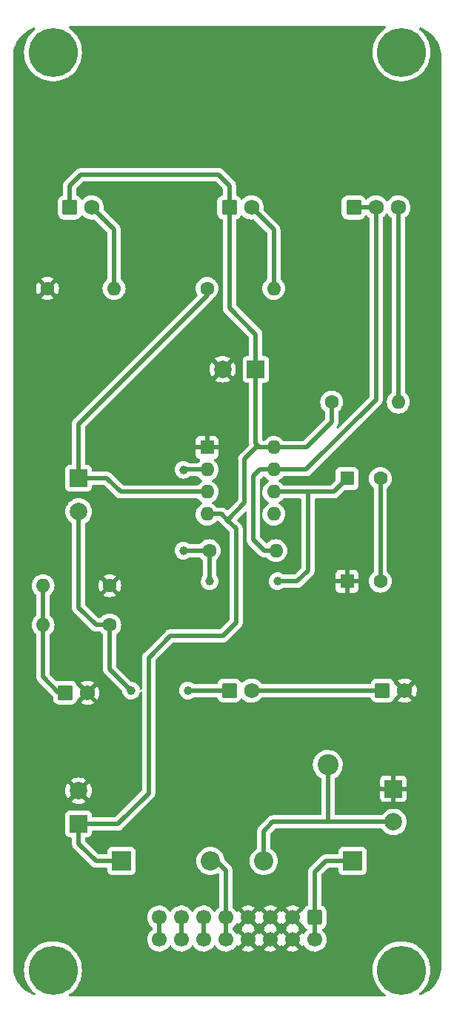
<source format=gbr>
%TF.GenerationSoftware,KiCad,Pcbnew,(6.0.7)*%
%TF.CreationDate,2023-01-30T14:02:46-05:00*%
%TF.ProjectId,METRONOME,4d455452-4f4e-44f4-9d45-2e6b69636164,rev?*%
%TF.SameCoordinates,Original*%
%TF.FileFunction,Copper,L2,Bot*%
%TF.FilePolarity,Positive*%
%FSLAX46Y46*%
G04 Gerber Fmt 4.6, Leading zero omitted, Abs format (unit mm)*
G04 Created by KiCad (PCBNEW (6.0.7)) date 2023-01-30 14:02:46*
%MOMM*%
%LPD*%
G01*
G04 APERTURE LIST*
G04 Aperture macros list*
%AMRoundRect*
0 Rectangle with rounded corners*
0 $1 Rounding radius*
0 $2 $3 $4 $5 $6 $7 $8 $9 X,Y pos of 4 corners*
0 Add a 4 corners polygon primitive as box body*
4,1,4,$2,$3,$4,$5,$6,$7,$8,$9,$2,$3,0*
0 Add four circle primitives for the rounded corners*
1,1,$1+$1,$2,$3*
1,1,$1+$1,$4,$5*
1,1,$1+$1,$6,$7*
1,1,$1+$1,$8,$9*
0 Add four rect primitives between the rounded corners*
20,1,$1+$1,$2,$3,$4,$5,0*
20,1,$1+$1,$4,$5,$6,$7,0*
20,1,$1+$1,$6,$7,$8,$9,0*
20,1,$1+$1,$8,$9,$2,$3,0*%
G04 Aperture macros list end*
%TA.AperFunction,ComponentPad*%
%ADD10C,5.600000*%
%TD*%
%TA.AperFunction,ComponentPad*%
%ADD11C,2.400000*%
%TD*%
%TA.AperFunction,ComponentPad*%
%ADD12RoundRect,0.250000X-0.620000X-0.620000X0.620000X-0.620000X0.620000X0.620000X-0.620000X0.620000X0*%
%TD*%
%TA.AperFunction,ComponentPad*%
%ADD13C,1.740000*%
%TD*%
%TA.AperFunction,ComponentPad*%
%ADD14R,1.600000X1.600000*%
%TD*%
%TA.AperFunction,ComponentPad*%
%ADD15C,1.600000*%
%TD*%
%TA.AperFunction,ComponentPad*%
%ADD16O,1.600000X1.600000*%
%TD*%
%TA.AperFunction,ComponentPad*%
%ADD17R,2.000000X2.000000*%
%TD*%
%TA.AperFunction,ComponentPad*%
%ADD18C,2.000000*%
%TD*%
%TA.AperFunction,ComponentPad*%
%ADD19R,2.200000X2.200000*%
%TD*%
%TA.AperFunction,ComponentPad*%
%ADD20O,2.200000X2.200000*%
%TD*%
%TA.AperFunction,ComponentPad*%
%ADD21RoundRect,0.250000X-0.600000X0.600000X-0.600000X-0.600000X0.600000X-0.600000X0.600000X0.600000X0*%
%TD*%
%TA.AperFunction,ComponentPad*%
%ADD22C,1.700000*%
%TD*%
%TA.AperFunction,ViaPad*%
%ADD23C,1.000000*%
%TD*%
%TA.AperFunction,Conductor*%
%ADD24C,0.500000*%
%TD*%
G04 APERTURE END LIST*
D10*
%TO.P,H2,1*%
%TO.N,N/C*%
X144920000Y-43500000D03*
%TD*%
D11*
%TO.P,-12V,1,1*%
%TO.N,Net-(C10-Pad2)*%
X136500000Y-125000000D03*
%TD*%
D12*
%TO.P,J2,1,Pin_1*%
%TO.N,VCC*%
X125230000Y-61250000D03*
D13*
%TO.P,J2,2,Pin_2*%
%TO.N,Net-(J2-Pad2)*%
X127770000Y-61250000D03*
%TD*%
D14*
%TO.P,C2,1*%
%TO.N,Earth*%
X138697349Y-104000000D03*
D15*
%TO.P,C2,2*%
%TO.N,Net-(C1-Pad2)*%
X142497349Y-104000000D03*
%TD*%
%TO.P,R4,1*%
%TO.N,Net-(C4-Pad2)*%
X111560000Y-109000000D03*
D16*
%TO.P,R4,2*%
%TO.N,Net-(J1-Pad1)*%
X103940000Y-109000000D03*
%TD*%
D15*
%TO.P,R1,1*%
%TO.N,Net-(C1-Pad1)*%
X122940000Y-100500000D03*
D16*
%TO.P,R1,2*%
%TO.N,Net-(R1-Pad2)*%
X130560000Y-100500000D03*
%TD*%
D17*
%TO.P,C3,1*%
%TO.N,VCC*%
X128267677Y-79750000D03*
D18*
%TO.P,C3,2*%
%TO.N,Earth*%
X124467677Y-79750000D03*
%TD*%
D17*
%TO.P,C10,1*%
%TO.N,Earth*%
X144000000Y-127732323D03*
D18*
%TO.P,C10,2*%
%TO.N,Net-(C10-Pad2)*%
X144000000Y-131532323D03*
%TD*%
D17*
%TO.P,C9,1*%
%TO.N,VCC*%
X108000000Y-131767677D03*
D18*
%TO.P,C9,2*%
%TO.N,Earth*%
X108000000Y-127967677D03*
%TD*%
D15*
%TO.P,R5,1*%
%TO.N,Earth*%
X104440000Y-70500000D03*
D16*
%TO.P,R5,2*%
%TO.N,Net-(J8-Pad2)*%
X112060000Y-70500000D03*
%TD*%
D19*
%TO.P,D4,1,K*%
%TO.N,-12V*%
X139330000Y-136000000D03*
D20*
%TO.P,D4,2,A*%
%TO.N,Net-(C10-Pad2)*%
X129170000Y-136000000D03*
%TD*%
D12*
%TO.P,J6,1,Pin_1*%
%TO.N,Net-(J6-Pad1)*%
X142750000Y-116500000D03*
D13*
%TO.P,J6,2,Pin_2*%
%TO.N,Earth*%
X145290000Y-116500000D03*
%TD*%
D19*
%TO.P,D3,1,K*%
%TO.N,VCC*%
X112920000Y-136000000D03*
D20*
%TO.P,D3,2,A*%
%TO.N,+12V*%
X123080000Y-136000000D03*
%TD*%
D12*
%TO.P,R3,1,Pin_1*%
%TO.N,Net-(R1-Pad2)*%
X139460000Y-61250000D03*
D13*
%TO.P,R3,2,Pin_2*%
X142000000Y-61250000D03*
%TO.P,R3,3,Pin_3*%
%TO.N,Net-(R2-Pad2)*%
X144540000Y-61250000D03*
%TD*%
D12*
%TO.P,J8,1,Pin_1*%
%TO.N,VCC*%
X106980000Y-61250000D03*
D13*
%TO.P,J8,2,Pin_2*%
%TO.N,Net-(J8-Pad2)*%
X109520000Y-61250000D03*
%TD*%
D14*
%TO.P,U1,1,GND*%
%TO.N,Earth*%
X122700000Y-88700000D03*
D16*
%TO.P,U1,2,TR*%
%TO.N,Net-(C1-Pad1)*%
X122700000Y-91240000D03*
%TO.P,U1,3,Q*%
%TO.N,Net-(C4-Pad1)*%
X122700000Y-93780000D03*
%TO.P,U1,4,R*%
%TO.N,VCC*%
X122700000Y-96320000D03*
%TO.P,U1,5,CV*%
%TO.N,unconnected-(U1-Pad5)*%
X130320000Y-96320000D03*
%TO.P,U1,6,THR*%
%TO.N,Net-(C1-Pad1)*%
X130320000Y-93780000D03*
%TO.P,U1,7,DIS*%
%TO.N,Net-(R1-Pad2)*%
X130320000Y-91240000D03*
%TO.P,U1,8,VCC*%
%TO.N,VCC*%
X130320000Y-88700000D03*
%TD*%
D17*
%TO.P,C4,1*%
%TO.N,Net-(C4-Pad1)*%
X108000000Y-92232323D03*
D18*
%TO.P,C4,2*%
%TO.N,Net-(C4-Pad2)*%
X108000000Y-96032323D03*
%TD*%
D15*
%TO.P,R6,1*%
%TO.N,Earth*%
X111560000Y-104500000D03*
D16*
%TO.P,R6,2*%
%TO.N,Net-(J1-Pad1)*%
X103940000Y-104500000D03*
%TD*%
D15*
%TO.P,R7,1*%
%TO.N,Net-(C4-Pad1)*%
X122690000Y-70500000D03*
D16*
%TO.P,R7,2*%
%TO.N,Net-(J2-Pad2)*%
X130310000Y-70500000D03*
%TD*%
D21*
%TO.P,J3,1,Pin_1*%
%TO.N,-12V*%
X135000000Y-142460000D03*
D22*
%TO.P,J3,2,Pin_2*%
X135000000Y-145000000D03*
%TO.P,J3,3,Pin_3*%
%TO.N,Earth*%
X132460000Y-142460000D03*
%TO.P,J3,4,Pin_4*%
X132460000Y-145000000D03*
%TO.P,J3,5,Pin_5*%
X129920000Y-142460000D03*
%TO.P,J3,6,Pin_6*%
X129920000Y-145000000D03*
%TO.P,J3,7,Pin_7*%
X127380000Y-142460000D03*
%TO.P,J3,8,Pin_8*%
X127380000Y-145000000D03*
%TO.P,J3,9,Pin_9*%
%TO.N,+12V*%
X124840000Y-142460000D03*
%TO.P,J3,10,Pin_10*%
X124840000Y-145000000D03*
%TO.P,J3,11,Pin_11*%
%TO.N,+5V*%
X122300000Y-142460000D03*
%TO.P,J3,12,Pin_12*%
X122300000Y-145000000D03*
%TO.P,J3,13,Pin_13*%
%TO.N,CV*%
X119760000Y-142460000D03*
%TO.P,J3,14,Pin_14*%
X119760000Y-145000000D03*
%TO.P,J3,15,Pin_15*%
%TO.N,GATE*%
X117220000Y-142460000D03*
%TO.P,J3,16,Pin_16*%
X117220000Y-145000000D03*
%TD*%
D10*
%TO.P,H4,1*%
%TO.N,N/C*%
X144920000Y-148500000D03*
%TD*%
%TO.P,H1,1*%
%TO.N,N/C*%
X105080000Y-43500000D03*
%TD*%
D14*
%TO.P,C1,1*%
%TO.N,Net-(C1-Pad1)*%
X138697349Y-92250000D03*
D15*
%TO.P,C1,2*%
%TO.N,Net-(C1-Pad2)*%
X142497349Y-92250000D03*
%TD*%
%TO.P,R2,1*%
%TO.N,VCC*%
X136940000Y-83500000D03*
D16*
%TO.P,R2,2*%
%TO.N,Net-(R2-Pad2)*%
X144560000Y-83500000D03*
%TD*%
D12*
%TO.P,S1,1,Pin_1*%
%TO.N,Net-(C4-Pad2)*%
X125230000Y-116500000D03*
D13*
%TO.P,S1,2,Pin_2*%
%TO.N,Net-(J6-Pad1)*%
X127770000Y-116500000D03*
%TD*%
D10*
%TO.P,H3,1*%
%TO.N,N/C*%
X105080000Y-148500000D03*
%TD*%
D12*
%TO.P,J1,1,Pin_1*%
%TO.N,Net-(J1-Pad1)*%
X106460000Y-116750000D03*
D13*
%TO.P,J1,2,Pin_2*%
%TO.N,Earth*%
X109000000Y-116750000D03*
%TD*%
D23*
%TO.N,Net-(C4-Pad2)*%
X120500000Y-116500000D03*
X114000000Y-116500000D03*
%TO.N,Net-(C1-Pad1)*%
X123000000Y-104000000D03*
X120000000Y-100500000D03*
X120000000Y-91250000D03*
X130750000Y-104000000D03*
%TD*%
D24*
%TO.N,Net-(J1-Pad1)*%
X103940000Y-114940000D02*
X103940000Y-109000000D01*
X105750000Y-116750000D02*
X103940000Y-114940000D01*
X106460000Y-116750000D02*
X105750000Y-116750000D01*
%TO.N,Net-(R2-Pad2)*%
X144540000Y-83480000D02*
X144560000Y-83500000D01*
X144540000Y-61250000D02*
X144540000Y-83480000D01*
%TO.N,Net-(R1-Pad2)*%
X134010000Y-91240000D02*
X130320000Y-91240000D01*
X142000000Y-83250000D02*
X134010000Y-91240000D01*
X142000000Y-61250000D02*
X142000000Y-83250000D01*
X139460000Y-61250000D02*
X142000000Y-61250000D01*
%TO.N,Net-(C4-Pad1)*%
X108000000Y-86000000D02*
X108000000Y-92232323D01*
X122690000Y-71310000D02*
X108000000Y-86000000D01*
X122690000Y-70500000D02*
X122690000Y-71310000D01*
%TO.N,Net-(J2-Pad2)*%
X130310000Y-70500000D02*
X130310000Y-70190000D01*
X130310000Y-70190000D02*
X130310000Y-70750000D01*
X130310000Y-63790000D02*
X130310000Y-70190000D01*
%TO.N,Earth*%
X122700000Y-81517677D02*
X124467677Y-79750000D01*
X122700000Y-88700000D02*
X122700000Y-81517677D01*
%TO.N,Net-(C1-Pad2)*%
X142497349Y-92250000D02*
X142497349Y-104000000D01*
%TO.N,VCC*%
X128267677Y-79750000D02*
X128267677Y-88267677D01*
X125000000Y-97000000D02*
X126000000Y-98000000D01*
X112482323Y-131767677D02*
X108000000Y-131767677D01*
X108250000Y-57500000D02*
X124000000Y-57500000D01*
X124320000Y-96320000D02*
X125000000Y-97000000D01*
X125230000Y-58730000D02*
X125230000Y-61250000D01*
X116000000Y-128250000D02*
X112482323Y-131767677D01*
X110000000Y-136000000D02*
X112920000Y-136000000D01*
X124000000Y-57500000D02*
X125230000Y-58730000D01*
X126000000Y-98000000D02*
X126000000Y-108750000D01*
X128300000Y-88700000D02*
X128700000Y-88700000D01*
X136940000Y-85810000D02*
X134050000Y-88700000D01*
X128267677Y-88267677D02*
X128700000Y-88700000D01*
X124500000Y-110250000D02*
X118500000Y-110250000D01*
X106980000Y-58770000D02*
X108250000Y-57500000D01*
X136940000Y-83500000D02*
X136940000Y-85810000D01*
X122700000Y-96320000D02*
X124320000Y-96320000D01*
X128267677Y-79750000D02*
X128267677Y-75767677D01*
X125000000Y-97000000D02*
X127000000Y-95000000D01*
X134050000Y-88700000D02*
X130320000Y-88700000D01*
X127000000Y-95000000D02*
X127000000Y-90000000D01*
X106980000Y-61250000D02*
X106980000Y-58770000D01*
X116000000Y-112750000D02*
X116000000Y-128250000D01*
X108000000Y-131767677D02*
X108000000Y-134000000D01*
X125230000Y-72730000D02*
X125230000Y-61250000D01*
X118500000Y-110250000D02*
X116000000Y-112750000D01*
X126000000Y-108750000D02*
X124500000Y-110250000D01*
X130320000Y-88700000D02*
X128700000Y-88700000D01*
X128267677Y-75767677D02*
X125230000Y-72730000D01*
X127000000Y-90000000D02*
X128300000Y-88700000D01*
X108000000Y-134000000D02*
X110000000Y-136000000D01*
%TO.N,Net-(C4-Pad2)*%
X110000000Y-109000000D02*
X111560000Y-109000000D01*
X125230000Y-116500000D02*
X120500000Y-116500000D01*
X111560000Y-114060000D02*
X111560000Y-109000000D01*
X108000000Y-107000000D02*
X110000000Y-109000000D01*
X108000000Y-96032323D02*
X108000000Y-107000000D01*
X114000000Y-116500000D02*
X111560000Y-114060000D01*
%TO.N,Net-(J1-Pad1)*%
X103940000Y-104500000D02*
X103940000Y-109000000D01*
%TO.N,Net-(C4-Pad1)*%
X112780000Y-93780000D02*
X111232323Y-92232323D01*
X111232323Y-92232323D02*
X108000000Y-92232323D01*
X122700000Y-93780000D02*
X112780000Y-93780000D01*
%TO.N,Net-(J6-Pad1)*%
X127770000Y-116500000D02*
X142750000Y-116500000D01*
%TO.N,Net-(R1-Pad2)*%
X130320000Y-91240000D02*
X128760000Y-91240000D01*
X129250000Y-100500000D02*
X128000000Y-99250000D01*
X128760000Y-91240000D02*
X128000000Y-92000000D01*
X130560000Y-100500000D02*
X129250000Y-100500000D01*
X128000000Y-99250000D02*
X128000000Y-92000000D01*
%TO.N,Net-(J2-Pad2)*%
X127770000Y-61250000D02*
X130310000Y-63790000D01*
%TO.N,Net-(C10-Pad2)*%
X136500000Y-125000000D02*
X136500000Y-131500000D01*
X136500000Y-131500000D02*
X136532323Y-131532323D01*
X130217677Y-131532323D02*
X129170000Y-132580000D01*
X129170000Y-136000000D02*
X129170000Y-132580000D01*
X144000000Y-131532323D02*
X136532323Y-131532323D01*
X136532323Y-131532323D02*
X130217677Y-131532323D01*
%TO.N,+12V*%
X124840000Y-145000000D02*
X124840000Y-142460000D01*
X124840000Y-137090000D02*
X124840000Y-142460000D01*
X123080000Y-136000000D02*
X123750000Y-136000000D01*
X123750000Y-136000000D02*
X124840000Y-137090000D01*
%TO.N,-12V*%
X139330000Y-136000000D02*
X136250000Y-136000000D01*
X136250000Y-136000000D02*
X135000000Y-137250000D01*
X135000000Y-137250000D02*
X135000000Y-142460000D01*
X135000000Y-145000000D02*
X135000000Y-142460000D01*
%TO.N,+5V*%
X122300000Y-145000000D02*
X122300000Y-142460000D01*
%TO.N,CV*%
X119760000Y-145000000D02*
X119760000Y-142460000D01*
%TO.N,GATE*%
X117220000Y-145000000D02*
X117220000Y-142460000D01*
%TO.N,Net-(C1-Pad1)*%
X133000000Y-104000000D02*
X130750000Y-104000000D01*
X134220000Y-93780000D02*
X134220000Y-102780000D01*
X130320000Y-93780000D02*
X134220000Y-93780000D01*
X123000000Y-104000000D02*
X123000000Y-100560000D01*
X134220000Y-102780000D02*
X133000000Y-104000000D01*
X120000000Y-100500000D02*
X122940000Y-100500000D01*
X122700000Y-91240000D02*
X120010000Y-91240000D01*
X123000000Y-100560000D02*
X122940000Y-100500000D01*
X134220000Y-93780000D02*
X137167349Y-93780000D01*
X137167349Y-93780000D02*
X138697349Y-92250000D01*
X120010000Y-91240000D02*
X120000000Y-91250000D01*
%TO.N,Net-(J8-Pad2)*%
X109520000Y-61250000D02*
X112060000Y-63790000D01*
X112060000Y-63790000D02*
X112060000Y-70500000D01*
%TD*%
%TA.AperFunction,Conductor*%
%TO.N,Earth*%
G36*
X143088127Y-40528502D02*
G01*
X143134620Y-40582158D01*
X143144724Y-40652432D01*
X143115230Y-40717012D01*
X143084715Y-40742614D01*
X143067193Y-40753101D01*
X143064467Y-40755163D01*
X143064465Y-40755164D01*
X142845493Y-40920772D01*
X142781367Y-40969270D01*
X142520559Y-41215043D01*
X142287819Y-41487546D01*
X142285900Y-41490358D01*
X142285897Y-41490363D01*
X142260919Y-41526980D01*
X142085871Y-41783591D01*
X141917077Y-42099714D01*
X141783411Y-42432218D01*
X141782491Y-42435492D01*
X141782489Y-42435497D01*
X141716661Y-42669689D01*
X141686437Y-42777213D01*
X141627290Y-43130663D01*
X141606661Y-43488434D01*
X141624792Y-43846340D01*
X141625329Y-43849695D01*
X141625330Y-43849701D01*
X141647901Y-43990618D01*
X141681470Y-44200195D01*
X141776033Y-44545859D01*
X141907374Y-44879288D01*
X142073957Y-45196582D01*
X142075858Y-45199411D01*
X142075864Y-45199421D01*
X142259569Y-45472800D01*
X142273834Y-45494029D01*
X142504665Y-45768150D01*
X142763751Y-46015738D01*
X143048061Y-46233897D01*
X143080056Y-46253350D01*
X143351355Y-46418303D01*
X143351360Y-46418306D01*
X143354270Y-46420075D01*
X143357358Y-46421521D01*
X143357357Y-46421521D01*
X143675710Y-46570649D01*
X143675720Y-46570653D01*
X143678794Y-46572093D01*
X143682012Y-46573195D01*
X143682015Y-46573196D01*
X144014615Y-46687071D01*
X144014623Y-46687073D01*
X144017838Y-46688174D01*
X144367435Y-46766959D01*
X144419728Y-46772917D01*
X144720114Y-46807142D01*
X144720122Y-46807142D01*
X144723497Y-46807527D01*
X144726901Y-46807545D01*
X144726904Y-46807545D01*
X144921227Y-46808562D01*
X145081857Y-46809403D01*
X145085243Y-46809053D01*
X145085245Y-46809053D01*
X145434932Y-46772917D01*
X145434941Y-46772916D01*
X145438324Y-46772566D01*
X145441657Y-46771852D01*
X145441660Y-46771851D01*
X145614186Y-46734864D01*
X145788727Y-46697446D01*
X146128968Y-46584922D01*
X146455066Y-46436311D01*
X146549052Y-46380506D01*
X146760262Y-46255099D01*
X146760267Y-46255096D01*
X146763207Y-46253350D01*
X147049786Y-46038180D01*
X147311451Y-45793319D01*
X147545140Y-45521630D01*
X147651750Y-45366512D01*
X147746190Y-45229101D01*
X147746195Y-45229094D01*
X147748120Y-45226292D01*
X147749732Y-45223298D01*
X147749737Y-45223290D01*
X147916395Y-44913772D01*
X147918017Y-44910760D01*
X148052842Y-44578724D01*
X148063142Y-44542568D01*
X148083527Y-44471006D01*
X148151020Y-44234070D01*
X148188885Y-44012552D01*
X148210829Y-43884175D01*
X148210829Y-43884173D01*
X148211401Y-43880828D01*
X148213511Y-43846340D01*
X148233168Y-43524928D01*
X148233278Y-43523131D01*
X148233359Y-43500000D01*
X148213979Y-43142159D01*
X148156066Y-42788505D01*
X148060297Y-42443173D01*
X148057243Y-42435497D01*
X147929052Y-42113369D01*
X147927793Y-42110205D01*
X147897768Y-42053498D01*
X147761702Y-41796513D01*
X147761698Y-41796506D01*
X147760103Y-41793494D01*
X147559190Y-41496746D01*
X147327403Y-41223432D01*
X147067454Y-40976750D01*
X146975276Y-40906529D01*
X146933209Y-40849337D01*
X146928740Y-40778481D01*
X146963288Y-40716457D01*
X147025884Y-40682958D01*
X147094079Y-40687665D01*
X147330311Y-40772191D01*
X147341735Y-40776922D01*
X147409500Y-40808972D01*
X147640292Y-40918128D01*
X147651188Y-40923953D01*
X147743181Y-40979091D01*
X147934467Y-41093744D01*
X147944748Y-41100614D01*
X148210017Y-41297350D01*
X148219556Y-41305177D01*
X148464282Y-41526985D01*
X148473015Y-41535718D01*
X148694823Y-41780444D01*
X148702650Y-41789983D01*
X148846901Y-41984483D01*
X148899386Y-42055252D01*
X148906256Y-42065533D01*
X149076045Y-42348807D01*
X149081872Y-42359708D01*
X149121348Y-42443173D01*
X149223078Y-42658265D01*
X149227810Y-42669689D01*
X149339072Y-42980645D01*
X149342661Y-42992477D01*
X149422909Y-43312841D01*
X149425321Y-43324969D01*
X149473779Y-43651650D01*
X149474990Y-43663949D01*
X149484117Y-43849701D01*
X149489390Y-43957034D01*
X149488042Y-43982598D01*
X149486309Y-43993724D01*
X149487474Y-44002630D01*
X149490436Y-44025283D01*
X149491500Y-44041621D01*
X149491500Y-147950633D01*
X149490000Y-147970018D01*
X149486309Y-147993724D01*
X149487473Y-148002627D01*
X149487473Y-148002628D01*
X149488839Y-148013076D01*
X149489751Y-148035594D01*
X149485081Y-148130663D01*
X149474991Y-148336045D01*
X149473779Y-148348350D01*
X149425321Y-148675031D01*
X149422909Y-148687159D01*
X149342661Y-149007523D01*
X149339072Y-149019355D01*
X149227810Y-149330311D01*
X149223078Y-149341735D01*
X149081874Y-149640288D01*
X149076045Y-149651193D01*
X148906256Y-149934467D01*
X148899386Y-149944748D01*
X148702650Y-150210017D01*
X148694823Y-150219556D01*
X148473020Y-150464277D01*
X148464282Y-150473015D01*
X148219556Y-150694823D01*
X148210017Y-150702650D01*
X148015517Y-150846901D01*
X147944748Y-150899386D01*
X147934467Y-150906256D01*
X147792101Y-150991588D01*
X147651188Y-151076047D01*
X147640292Y-151081872D01*
X147618155Y-151092342D01*
X147341735Y-151223078D01*
X147330311Y-151227810D01*
X147095748Y-151311738D01*
X147024871Y-151315854D01*
X146963020Y-151280998D01*
X146929832Y-151218236D01*
X146935844Y-151147494D01*
X146977644Y-151092346D01*
X147049786Y-151038180D01*
X147311451Y-150793319D01*
X147545140Y-150521630D01*
X147727429Y-150256398D01*
X147746190Y-150229101D01*
X147746195Y-150229094D01*
X147748120Y-150226292D01*
X147749732Y-150223298D01*
X147749737Y-150223290D01*
X147916395Y-149913772D01*
X147918017Y-149910760D01*
X148052842Y-149578724D01*
X148063142Y-149542568D01*
X148083527Y-149471006D01*
X148151020Y-149234070D01*
X148211401Y-148880828D01*
X148213511Y-148846340D01*
X148233168Y-148524928D01*
X148233278Y-148523131D01*
X148233359Y-148500000D01*
X148213979Y-148142159D01*
X148156066Y-147788505D01*
X148060297Y-147443173D01*
X148057243Y-147435497D01*
X147929052Y-147113369D01*
X147927793Y-147110205D01*
X147897768Y-147053498D01*
X147761702Y-146796513D01*
X147761698Y-146796506D01*
X147760103Y-146793494D01*
X147559190Y-146496746D01*
X147327403Y-146223432D01*
X147067454Y-145976750D01*
X146836341Y-145800689D01*
X146785091Y-145761647D01*
X146785089Y-145761646D01*
X146782384Y-145759585D01*
X146779472Y-145757828D01*
X146779467Y-145757825D01*
X146478443Y-145576236D01*
X146478437Y-145576233D01*
X146475528Y-145574478D01*
X146150475Y-145423593D01*
X145975620Y-145364408D01*
X145814255Y-145309789D01*
X145814250Y-145309788D01*
X145811028Y-145308697D01*
X145612681Y-145264724D01*
X145464493Y-145231871D01*
X145464487Y-145231870D01*
X145461158Y-145231132D01*
X145457769Y-145230758D01*
X145457764Y-145230757D01*
X145108338Y-145192180D01*
X145108333Y-145192180D01*
X145104957Y-145191807D01*
X145101558Y-145191801D01*
X145101557Y-145191801D01*
X144932080Y-145191505D01*
X144746592Y-145191182D01*
X144633413Y-145203277D01*
X144393639Y-145228901D01*
X144393631Y-145228902D01*
X144390256Y-145229263D01*
X144040117Y-145305606D01*
X143700271Y-145419317D01*
X143697178Y-145420739D01*
X143697177Y-145420740D01*
X143690974Y-145423593D01*
X143374694Y-145569066D01*
X143371760Y-145570822D01*
X143371758Y-145570823D01*
X143074288Y-145748855D01*
X143067193Y-145753101D01*
X143064467Y-145755163D01*
X143064465Y-145755164D01*
X142894790Y-145883489D01*
X142781367Y-145969270D01*
X142520559Y-146215043D01*
X142518347Y-146217633D01*
X142518345Y-146217635D01*
X142510576Y-146226731D01*
X142287819Y-146487546D01*
X142285900Y-146490358D01*
X142285897Y-146490363D01*
X142192624Y-146627097D01*
X142085871Y-146783591D01*
X141917077Y-147099714D01*
X141783411Y-147432218D01*
X141782491Y-147435492D01*
X141782489Y-147435497D01*
X141780332Y-147443173D01*
X141686437Y-147777213D01*
X141685875Y-147780570D01*
X141685875Y-147780571D01*
X141643199Y-148035597D01*
X141627290Y-148130663D01*
X141606661Y-148488434D01*
X141624792Y-148846340D01*
X141625329Y-148849695D01*
X141625330Y-148849701D01*
X141630316Y-148880828D01*
X141681470Y-149200195D01*
X141776033Y-149545859D01*
X141907374Y-149879288D01*
X142073957Y-150196582D01*
X142075858Y-150199411D01*
X142075864Y-150199421D01*
X142253841Y-150464277D01*
X142273834Y-150494029D01*
X142504665Y-150768150D01*
X142763751Y-151015738D01*
X143048061Y-151233897D01*
X143050979Y-151235671D01*
X143087437Y-151257838D01*
X143135252Y-151310319D01*
X143147103Y-151380320D01*
X143119228Y-151445615D01*
X143060477Y-151485474D01*
X143021978Y-151491500D01*
X106981120Y-151491500D01*
X106912999Y-151471498D01*
X106866506Y-151417842D01*
X106856402Y-151347568D01*
X106885896Y-151282988D01*
X106916789Y-151257161D01*
X106923207Y-151253350D01*
X106957225Y-151227809D01*
X107021095Y-151179854D01*
X107209786Y-151038180D01*
X107471451Y-150793319D01*
X107705140Y-150521630D01*
X107887429Y-150256398D01*
X107906190Y-150229101D01*
X107906195Y-150229094D01*
X107908120Y-150226292D01*
X107909732Y-150223298D01*
X107909737Y-150223290D01*
X108076395Y-149913772D01*
X108078017Y-149910760D01*
X108212842Y-149578724D01*
X108223142Y-149542568D01*
X108243527Y-149471006D01*
X108311020Y-149234070D01*
X108371401Y-148880828D01*
X108373511Y-148846340D01*
X108393168Y-148524928D01*
X108393278Y-148523131D01*
X108393359Y-148500000D01*
X108373979Y-148142159D01*
X108316066Y-147788505D01*
X108220297Y-147443173D01*
X108217243Y-147435497D01*
X108089052Y-147113369D01*
X108087793Y-147110205D01*
X108057768Y-147053498D01*
X107921702Y-146796513D01*
X107921698Y-146796506D01*
X107920103Y-146793494D01*
X107719190Y-146496746D01*
X107487403Y-146223432D01*
X107227454Y-145976750D01*
X106996341Y-145800689D01*
X106945091Y-145761647D01*
X106945089Y-145761646D01*
X106942384Y-145759585D01*
X106939472Y-145757828D01*
X106939467Y-145757825D01*
X106638443Y-145576236D01*
X106638437Y-145576233D01*
X106635528Y-145574478D01*
X106310475Y-145423593D01*
X106135620Y-145364408D01*
X105974255Y-145309789D01*
X105974250Y-145309788D01*
X105971028Y-145308697D01*
X105772681Y-145264724D01*
X105624493Y-145231871D01*
X105624487Y-145231870D01*
X105621158Y-145231132D01*
X105617769Y-145230758D01*
X105617764Y-145230757D01*
X105268338Y-145192180D01*
X105268333Y-145192180D01*
X105264957Y-145191807D01*
X105261558Y-145191801D01*
X105261557Y-145191801D01*
X105092080Y-145191505D01*
X104906592Y-145191182D01*
X104793413Y-145203277D01*
X104553639Y-145228901D01*
X104553631Y-145228902D01*
X104550256Y-145229263D01*
X104200117Y-145305606D01*
X103860271Y-145419317D01*
X103857178Y-145420739D01*
X103857177Y-145420740D01*
X103850974Y-145423593D01*
X103534694Y-145569066D01*
X103531760Y-145570822D01*
X103531758Y-145570823D01*
X103234288Y-145748855D01*
X103227193Y-145753101D01*
X103224467Y-145755163D01*
X103224465Y-145755164D01*
X103054790Y-145883489D01*
X102941367Y-145969270D01*
X102680559Y-146215043D01*
X102678347Y-146217633D01*
X102678345Y-146217635D01*
X102670576Y-146226731D01*
X102447819Y-146487546D01*
X102445900Y-146490358D01*
X102445897Y-146490363D01*
X102352624Y-146627097D01*
X102245871Y-146783591D01*
X102077077Y-147099714D01*
X101943411Y-147432218D01*
X101942491Y-147435492D01*
X101942489Y-147435497D01*
X101940332Y-147443173D01*
X101846437Y-147777213D01*
X101845875Y-147780570D01*
X101845875Y-147780571D01*
X101803199Y-148035597D01*
X101787290Y-148130663D01*
X101766661Y-148488434D01*
X101784792Y-148846340D01*
X101785329Y-148849695D01*
X101785330Y-148849701D01*
X101790316Y-148880828D01*
X101841470Y-149200195D01*
X101936033Y-149545859D01*
X102067374Y-149879288D01*
X102233957Y-150196582D01*
X102235858Y-150199411D01*
X102235864Y-150199421D01*
X102413841Y-150464277D01*
X102433834Y-150494029D01*
X102664665Y-150768150D01*
X102923751Y-151015738D01*
X103025694Y-151093962D01*
X103067559Y-151151297D01*
X103071781Y-151222168D01*
X103037017Y-151284071D01*
X102974304Y-151317352D01*
X102906540Y-151312556D01*
X102669689Y-151227809D01*
X102658265Y-151223078D01*
X102381845Y-151092342D01*
X102359708Y-151081872D01*
X102348812Y-151076047D01*
X102207899Y-150991588D01*
X102065533Y-150906256D01*
X102055252Y-150899386D01*
X101984483Y-150846901D01*
X101789983Y-150702650D01*
X101780444Y-150694823D01*
X101535718Y-150473015D01*
X101526980Y-150464277D01*
X101305177Y-150219556D01*
X101297350Y-150210017D01*
X101100614Y-149944748D01*
X101093744Y-149934467D01*
X100923955Y-149651193D01*
X100918126Y-149640288D01*
X100776922Y-149341735D01*
X100772190Y-149330311D01*
X100660928Y-149019355D01*
X100657339Y-149007523D01*
X100577091Y-148687159D01*
X100574679Y-148675031D01*
X100526221Y-148348351D01*
X100525009Y-148336045D01*
X100510795Y-148046695D01*
X100512387Y-148019619D01*
X100513576Y-148012552D01*
X100513729Y-148000000D01*
X100509773Y-147972376D01*
X100508500Y-147954514D01*
X100508500Y-144966695D01*
X115857251Y-144966695D01*
X115857548Y-144971848D01*
X115857548Y-144971851D01*
X115863011Y-145066590D01*
X115870110Y-145189715D01*
X115871247Y-145194761D01*
X115871248Y-145194767D01*
X115879186Y-145229988D01*
X115919222Y-145407639D01*
X116003266Y-145614616D01*
X116054019Y-145697438D01*
X116117291Y-145800688D01*
X116119987Y-145805088D01*
X116266250Y-145973938D01*
X116438126Y-146116632D01*
X116631000Y-146229338D01*
X116839692Y-146309030D01*
X116844760Y-146310061D01*
X116844763Y-146310062D01*
X116949604Y-146331392D01*
X117058597Y-146353567D01*
X117063772Y-146353757D01*
X117063774Y-146353757D01*
X117276673Y-146361564D01*
X117276677Y-146361564D01*
X117281837Y-146361753D01*
X117286957Y-146361097D01*
X117286959Y-146361097D01*
X117498288Y-146334025D01*
X117498289Y-146334025D01*
X117503416Y-146333368D01*
X117508366Y-146331883D01*
X117712429Y-146270661D01*
X117712434Y-146270659D01*
X117717384Y-146269174D01*
X117917994Y-146170896D01*
X118099860Y-146041173D01*
X118169661Y-145971616D01*
X118254435Y-145887137D01*
X118258096Y-145883489D01*
X118317594Y-145800689D01*
X118388453Y-145702077D01*
X118389776Y-145703028D01*
X118436645Y-145659857D01*
X118506580Y-145647625D01*
X118572026Y-145675144D01*
X118599875Y-145706994D01*
X118659987Y-145805088D01*
X118806250Y-145973938D01*
X118978126Y-146116632D01*
X119171000Y-146229338D01*
X119379692Y-146309030D01*
X119384760Y-146310061D01*
X119384763Y-146310062D01*
X119489604Y-146331392D01*
X119598597Y-146353567D01*
X119603772Y-146353757D01*
X119603774Y-146353757D01*
X119816673Y-146361564D01*
X119816677Y-146361564D01*
X119821837Y-146361753D01*
X119826957Y-146361097D01*
X119826959Y-146361097D01*
X120038288Y-146334025D01*
X120038289Y-146334025D01*
X120043416Y-146333368D01*
X120048366Y-146331883D01*
X120252429Y-146270661D01*
X120252434Y-146270659D01*
X120257384Y-146269174D01*
X120457994Y-146170896D01*
X120639860Y-146041173D01*
X120709661Y-145971616D01*
X120794435Y-145887137D01*
X120798096Y-145883489D01*
X120857594Y-145800689D01*
X120928453Y-145702077D01*
X120929776Y-145703028D01*
X120976645Y-145659857D01*
X121046580Y-145647625D01*
X121112026Y-145675144D01*
X121139875Y-145706994D01*
X121199987Y-145805088D01*
X121346250Y-145973938D01*
X121518126Y-146116632D01*
X121711000Y-146229338D01*
X121919692Y-146309030D01*
X121924760Y-146310061D01*
X121924763Y-146310062D01*
X122029604Y-146331392D01*
X122138597Y-146353567D01*
X122143772Y-146353757D01*
X122143774Y-146353757D01*
X122356673Y-146361564D01*
X122356677Y-146361564D01*
X122361837Y-146361753D01*
X122366957Y-146361097D01*
X122366959Y-146361097D01*
X122578288Y-146334025D01*
X122578289Y-146334025D01*
X122583416Y-146333368D01*
X122588366Y-146331883D01*
X122792429Y-146270661D01*
X122792434Y-146270659D01*
X122797384Y-146269174D01*
X122997994Y-146170896D01*
X123179860Y-146041173D01*
X123249661Y-145971616D01*
X123334435Y-145887137D01*
X123338096Y-145883489D01*
X123397594Y-145800689D01*
X123468453Y-145702077D01*
X123469776Y-145703028D01*
X123516645Y-145659857D01*
X123586580Y-145647625D01*
X123652026Y-145675144D01*
X123679875Y-145706994D01*
X123739987Y-145805088D01*
X123886250Y-145973938D01*
X124058126Y-146116632D01*
X124251000Y-146229338D01*
X124459692Y-146309030D01*
X124464760Y-146310061D01*
X124464763Y-146310062D01*
X124569604Y-146331392D01*
X124678597Y-146353567D01*
X124683772Y-146353757D01*
X124683774Y-146353757D01*
X124896673Y-146361564D01*
X124896677Y-146361564D01*
X124901837Y-146361753D01*
X124906957Y-146361097D01*
X124906959Y-146361097D01*
X125118288Y-146334025D01*
X125118289Y-146334025D01*
X125123416Y-146333368D01*
X125128366Y-146331883D01*
X125332429Y-146270661D01*
X125332434Y-146270659D01*
X125337384Y-146269174D01*
X125537994Y-146170896D01*
X125602544Y-146124853D01*
X126619977Y-146124853D01*
X126625258Y-146131907D01*
X126786756Y-146226279D01*
X126796042Y-146230729D01*
X126995001Y-146306703D01*
X127004899Y-146309579D01*
X127213595Y-146352038D01*
X127223823Y-146353257D01*
X127436650Y-146361062D01*
X127446936Y-146360595D01*
X127658185Y-146333534D01*
X127668262Y-146331392D01*
X127872255Y-146270191D01*
X127881842Y-146266433D01*
X128073098Y-146172738D01*
X128081944Y-146167465D01*
X128129247Y-146133723D01*
X128136211Y-146124853D01*
X129159977Y-146124853D01*
X129165258Y-146131907D01*
X129326756Y-146226279D01*
X129336042Y-146230729D01*
X129535001Y-146306703D01*
X129544899Y-146309579D01*
X129753595Y-146352038D01*
X129763823Y-146353257D01*
X129976650Y-146361062D01*
X129986936Y-146360595D01*
X130198185Y-146333534D01*
X130208262Y-146331392D01*
X130412255Y-146270191D01*
X130421842Y-146266433D01*
X130613098Y-146172738D01*
X130621944Y-146167465D01*
X130669247Y-146133723D01*
X130676211Y-146124853D01*
X131699977Y-146124853D01*
X131705258Y-146131907D01*
X131866756Y-146226279D01*
X131876042Y-146230729D01*
X132075001Y-146306703D01*
X132084899Y-146309579D01*
X132293595Y-146352038D01*
X132303823Y-146353257D01*
X132516650Y-146361062D01*
X132526936Y-146360595D01*
X132738185Y-146333534D01*
X132748262Y-146331392D01*
X132952255Y-146270191D01*
X132961842Y-146266433D01*
X133153098Y-146172738D01*
X133161944Y-146167465D01*
X133209247Y-146133723D01*
X133217648Y-146123023D01*
X133210660Y-146109870D01*
X132472812Y-145372022D01*
X132458868Y-145364408D01*
X132457035Y-145364539D01*
X132450420Y-145368790D01*
X131706737Y-146112473D01*
X131699977Y-146124853D01*
X130676211Y-146124853D01*
X130677648Y-146123023D01*
X130670660Y-146109870D01*
X129932812Y-145372022D01*
X129918868Y-145364408D01*
X129917035Y-145364539D01*
X129910420Y-145368790D01*
X129166737Y-146112473D01*
X129159977Y-146124853D01*
X128136211Y-146124853D01*
X128137648Y-146123023D01*
X128130660Y-146109870D01*
X127392812Y-145372022D01*
X127378868Y-145364408D01*
X127377035Y-145364539D01*
X127370420Y-145368790D01*
X126626737Y-146112473D01*
X126619977Y-146124853D01*
X125602544Y-146124853D01*
X125719860Y-146041173D01*
X125789661Y-145971616D01*
X125874435Y-145887137D01*
X125878096Y-145883489D01*
X125937594Y-145800689D01*
X126008453Y-145702077D01*
X126009640Y-145702930D01*
X126056960Y-145659362D01*
X126126897Y-145647145D01*
X126192338Y-145674678D01*
X126220166Y-145706512D01*
X126246459Y-145749419D01*
X126256916Y-145758880D01*
X126265694Y-145755096D01*
X127007978Y-145012812D01*
X127014356Y-145001132D01*
X127744408Y-145001132D01*
X127744539Y-145002965D01*
X127748790Y-145009580D01*
X128490474Y-145751264D01*
X128502484Y-145757823D01*
X128514223Y-145748855D01*
X128548022Y-145701819D01*
X128549149Y-145702629D01*
X128596659Y-145658881D01*
X128666596Y-145646661D01*
X128732038Y-145674191D01*
X128759870Y-145706029D01*
X128786459Y-145749419D01*
X128796916Y-145758880D01*
X128805694Y-145755096D01*
X129547978Y-145012812D01*
X129554356Y-145001132D01*
X130284408Y-145001132D01*
X130284539Y-145002965D01*
X130288790Y-145009580D01*
X131030474Y-145751264D01*
X131042484Y-145757823D01*
X131054223Y-145748855D01*
X131088022Y-145701819D01*
X131089149Y-145702629D01*
X131136659Y-145658881D01*
X131206596Y-145646661D01*
X131272038Y-145674191D01*
X131299870Y-145706029D01*
X131326459Y-145749419D01*
X131336916Y-145758880D01*
X131345694Y-145755096D01*
X132087978Y-145012812D01*
X132094356Y-145001132D01*
X132824408Y-145001132D01*
X132824539Y-145002965D01*
X132828790Y-145009580D01*
X133570474Y-145751264D01*
X133582484Y-145757823D01*
X133594223Y-145748855D01*
X133628022Y-145701819D01*
X133629277Y-145702721D01*
X133676391Y-145659355D01*
X133746330Y-145647148D01*
X133811767Y-145674691D01*
X133839580Y-145706513D01*
X133897287Y-145800683D01*
X133897291Y-145800688D01*
X133899987Y-145805088D01*
X134046250Y-145973938D01*
X134218126Y-146116632D01*
X134411000Y-146229338D01*
X134619692Y-146309030D01*
X134624760Y-146310061D01*
X134624763Y-146310062D01*
X134729604Y-146331392D01*
X134838597Y-146353567D01*
X134843772Y-146353757D01*
X134843774Y-146353757D01*
X135056673Y-146361564D01*
X135056677Y-146361564D01*
X135061837Y-146361753D01*
X135066957Y-146361097D01*
X135066959Y-146361097D01*
X135278288Y-146334025D01*
X135278289Y-146334025D01*
X135283416Y-146333368D01*
X135288366Y-146331883D01*
X135492429Y-146270661D01*
X135492434Y-146270659D01*
X135497384Y-146269174D01*
X135697994Y-146170896D01*
X135879860Y-146041173D01*
X135949661Y-145971616D01*
X136034435Y-145887137D01*
X136038096Y-145883489D01*
X136097594Y-145800689D01*
X136165435Y-145706277D01*
X136168453Y-145702077D01*
X136181995Y-145674678D01*
X136265136Y-145506453D01*
X136265137Y-145506451D01*
X136267430Y-145501811D01*
X136326327Y-145307959D01*
X136330865Y-145293023D01*
X136330865Y-145293021D01*
X136332370Y-145288069D01*
X136361529Y-145066590D01*
X136363156Y-145000000D01*
X136344852Y-144777361D01*
X136290431Y-144560702D01*
X136201354Y-144355840D01*
X136080014Y-144168277D01*
X135929670Y-144003051D01*
X135925626Y-143999857D01*
X135925614Y-143999846D01*
X135887007Y-143969356D01*
X135845945Y-143911439D01*
X135842714Y-143840515D01*
X135878339Y-143779104D01*
X135911650Y-143756374D01*
X135917004Y-143753866D01*
X135923946Y-143751550D01*
X136074348Y-143658478D01*
X136199305Y-143533303D01*
X136221357Y-143497529D01*
X136288275Y-143388968D01*
X136288276Y-143388966D01*
X136292115Y-143382738D01*
X136347797Y-143214861D01*
X136358500Y-143110400D01*
X136358500Y-141809600D01*
X136358077Y-141805523D01*
X136348238Y-141710692D01*
X136348237Y-141710688D01*
X136347526Y-141703834D01*
X136313598Y-141602138D01*
X136293868Y-141543002D01*
X136291550Y-141536054D01*
X136198478Y-141385652D01*
X136073303Y-141260695D01*
X136067072Y-141256854D01*
X135928968Y-141171725D01*
X135928966Y-141171724D01*
X135922738Y-141167885D01*
X135851571Y-141144280D01*
X135844833Y-141142045D01*
X135786473Y-141101614D01*
X135759236Y-141036050D01*
X135758500Y-141022452D01*
X135758500Y-137616371D01*
X135778502Y-137548250D01*
X135795405Y-137527276D01*
X136527276Y-136795405D01*
X136589588Y-136761379D01*
X136616371Y-136758500D01*
X137595500Y-136758500D01*
X137663621Y-136778502D01*
X137710114Y-136832158D01*
X137721500Y-136884500D01*
X137721500Y-137148134D01*
X137728255Y-137210316D01*
X137779385Y-137346705D01*
X137866739Y-137463261D01*
X137983295Y-137550615D01*
X138119684Y-137601745D01*
X138181866Y-137608500D01*
X140478134Y-137608500D01*
X140540316Y-137601745D01*
X140676705Y-137550615D01*
X140793261Y-137463261D01*
X140880615Y-137346705D01*
X140931745Y-137210316D01*
X140938500Y-137148134D01*
X140938500Y-134851866D01*
X140931745Y-134789684D01*
X140880615Y-134653295D01*
X140793261Y-134536739D01*
X140676705Y-134449385D01*
X140540316Y-134398255D01*
X140478134Y-134391500D01*
X138181866Y-134391500D01*
X138119684Y-134398255D01*
X137983295Y-134449385D01*
X137866739Y-134536739D01*
X137779385Y-134653295D01*
X137728255Y-134789684D01*
X137721500Y-134851866D01*
X137721500Y-135115500D01*
X137701498Y-135183621D01*
X137647842Y-135230114D01*
X137595500Y-135241500D01*
X136317070Y-135241500D01*
X136298120Y-135240067D01*
X136283885Y-135237901D01*
X136283881Y-135237901D01*
X136276651Y-135236801D01*
X136269359Y-135237394D01*
X136269356Y-135237394D01*
X136223982Y-135241085D01*
X136213767Y-135241500D01*
X136205707Y-135241500D01*
X136202073Y-135241924D01*
X136202067Y-135241924D01*
X136189042Y-135243443D01*
X136177480Y-135244791D01*
X136173132Y-135245221D01*
X136100364Y-135251140D01*
X136093403Y-135253395D01*
X136087463Y-135254582D01*
X136081588Y-135255971D01*
X136074319Y-135256818D01*
X136005670Y-135281736D01*
X136001542Y-135283153D01*
X135939064Y-135303393D01*
X135939062Y-135303394D01*
X135932101Y-135305649D01*
X135925846Y-135309445D01*
X135920372Y-135311951D01*
X135914942Y-135314670D01*
X135908063Y-135317167D01*
X135901943Y-135321180D01*
X135901942Y-135321180D01*
X135847024Y-135357186D01*
X135843320Y-135359523D01*
X135780893Y-135397405D01*
X135772516Y-135404803D01*
X135772492Y-135404776D01*
X135769500Y-135407429D01*
X135766267Y-135410132D01*
X135760148Y-135414144D01*
X135755116Y-135419456D01*
X135706872Y-135470383D01*
X135704494Y-135472825D01*
X134511089Y-136666230D01*
X134496677Y-136678616D01*
X134485082Y-136687149D01*
X134485077Y-136687154D01*
X134479182Y-136691492D01*
X134474443Y-136697070D01*
X134474440Y-136697073D01*
X134444965Y-136731768D01*
X134438035Y-136739284D01*
X134432340Y-136744979D01*
X134430060Y-136747861D01*
X134414719Y-136767251D01*
X134411928Y-136770655D01*
X134369409Y-136820703D01*
X134364667Y-136826285D01*
X134361339Y-136832801D01*
X134357972Y-136837850D01*
X134354805Y-136842979D01*
X134350266Y-136848716D01*
X134319345Y-136914875D01*
X134317442Y-136918769D01*
X134284231Y-136983808D01*
X134282492Y-136990916D01*
X134280393Y-136996559D01*
X134278476Y-137002322D01*
X134275378Y-137008950D01*
X134273888Y-137016112D01*
X134273888Y-137016113D01*
X134260514Y-137080412D01*
X134259544Y-137084696D01*
X134242192Y-137155610D01*
X134241500Y-137166764D01*
X134241464Y-137166762D01*
X134241225Y-137170755D01*
X134240851Y-137174947D01*
X134239360Y-137182115D01*
X134239558Y-137189432D01*
X134241454Y-137259521D01*
X134241500Y-137262928D01*
X134241500Y-141022462D01*
X134221498Y-141090583D01*
X134167842Y-141137076D01*
X134155376Y-141141986D01*
X134094347Y-141162347D01*
X134076054Y-141168450D01*
X133925652Y-141261522D01*
X133920479Y-141266704D01*
X133864762Y-141322518D01*
X133800695Y-141386697D01*
X133796855Y-141392927D01*
X133796854Y-141392928D01*
X133753630Y-141463051D01*
X133707885Y-141537262D01*
X133705581Y-141544209D01*
X133683236Y-141611577D01*
X133642806Y-141669937D01*
X133616330Y-141686366D01*
X133572811Y-141706399D01*
X132832022Y-142447188D01*
X132824408Y-142461132D01*
X132824539Y-142462965D01*
X132828790Y-142469580D01*
X133570474Y-143211264D01*
X133610998Y-143233393D01*
X133623589Y-143236132D01*
X133673791Y-143286335D01*
X133682726Y-143306842D01*
X133708450Y-143383946D01*
X133801522Y-143534348D01*
X133926697Y-143659305D01*
X133932927Y-143663145D01*
X133932928Y-143663146D01*
X134059104Y-143740922D01*
X134077262Y-143752115D01*
X134084209Y-143754419D01*
X134086276Y-143755383D01*
X134139561Y-143802299D01*
X134159023Y-143870576D01*
X134138482Y-143938536D01*
X134108681Y-143970337D01*
X134094965Y-143980635D01*
X133940629Y-144142138D01*
X133833204Y-144299618D01*
X133832898Y-144300066D01*
X133777987Y-144345069D01*
X133707462Y-144353240D01*
X133643715Y-144321986D01*
X133623017Y-144297501D01*
X133593062Y-144251197D01*
X133582377Y-144241995D01*
X133572812Y-144246398D01*
X132832022Y-144987188D01*
X132824408Y-145001132D01*
X132094356Y-145001132D01*
X132095592Y-144998868D01*
X132095461Y-144997035D01*
X132091210Y-144990420D01*
X131349849Y-144249059D01*
X131338313Y-144242759D01*
X131326028Y-144252384D01*
X131293192Y-144300520D01*
X131238281Y-144345523D01*
X131167756Y-144353694D01*
X131104009Y-144322440D01*
X131083311Y-144297955D01*
X131053062Y-144251197D01*
X131042377Y-144241995D01*
X131032812Y-144246398D01*
X130292022Y-144987188D01*
X130284408Y-145001132D01*
X129554356Y-145001132D01*
X129555592Y-144998868D01*
X129555461Y-144997035D01*
X129551210Y-144990420D01*
X128809849Y-144249059D01*
X128798313Y-144242759D01*
X128786028Y-144252384D01*
X128753192Y-144300520D01*
X128698281Y-144345523D01*
X128627756Y-144353694D01*
X128564009Y-144322440D01*
X128543311Y-144297955D01*
X128513062Y-144251197D01*
X128502377Y-144241995D01*
X128492812Y-144246398D01*
X127752022Y-144987188D01*
X127744408Y-145001132D01*
X127014356Y-145001132D01*
X127015592Y-144998868D01*
X127015461Y-144997035D01*
X127011210Y-144990420D01*
X126269849Y-144249059D01*
X126258313Y-144242759D01*
X126246031Y-144252382D01*
X126213499Y-144300072D01*
X126158587Y-144345075D01*
X126088063Y-144353246D01*
X126024316Y-144321992D01*
X126003618Y-144297508D01*
X125922822Y-144172617D01*
X125922820Y-144172614D01*
X125920014Y-144168277D01*
X125769670Y-144003051D01*
X125737362Y-143977535D01*
X125646407Y-143905703D01*
X125605345Y-143847785D01*
X125598500Y-143806821D01*
X125598500Y-143652632D01*
X125618402Y-143584853D01*
X126619977Y-143584853D01*
X126625258Y-143591907D01*
X126672479Y-143619501D01*
X126721203Y-143671139D01*
X126734274Y-143740922D01*
X126707543Y-143806694D01*
X126667087Y-143840053D01*
X126658466Y-143844541D01*
X126649734Y-143850039D01*
X126629677Y-143865099D01*
X126621223Y-143876427D01*
X126627968Y-143888758D01*
X127367188Y-144627978D01*
X127381132Y-144635592D01*
X127382965Y-144635461D01*
X127389580Y-144631210D01*
X128133389Y-143887401D01*
X128140410Y-143874544D01*
X128133611Y-143865213D01*
X128129559Y-143862521D01*
X128092116Y-143841852D01*
X128042145Y-143791420D01*
X128027373Y-143721977D01*
X128052489Y-143655572D01*
X128079840Y-143628965D01*
X128129247Y-143593723D01*
X128136211Y-143584853D01*
X129159977Y-143584853D01*
X129165258Y-143591907D01*
X129212479Y-143619501D01*
X129261203Y-143671139D01*
X129274274Y-143740922D01*
X129247543Y-143806694D01*
X129207087Y-143840053D01*
X129198466Y-143844541D01*
X129189734Y-143850039D01*
X129169677Y-143865099D01*
X129161223Y-143876427D01*
X129167968Y-143888758D01*
X129907188Y-144627978D01*
X129921132Y-144635592D01*
X129922965Y-144635461D01*
X129929580Y-144631210D01*
X130673389Y-143887401D01*
X130680410Y-143874544D01*
X130673611Y-143865213D01*
X130669559Y-143862521D01*
X130632116Y-143841852D01*
X130582145Y-143791420D01*
X130567373Y-143721977D01*
X130592489Y-143655572D01*
X130619840Y-143628965D01*
X130669247Y-143593723D01*
X130676211Y-143584853D01*
X131699977Y-143584853D01*
X131705258Y-143591907D01*
X131752479Y-143619501D01*
X131801203Y-143671139D01*
X131814274Y-143740922D01*
X131787543Y-143806694D01*
X131747087Y-143840053D01*
X131738466Y-143844541D01*
X131729734Y-143850039D01*
X131709677Y-143865099D01*
X131701223Y-143876427D01*
X131707968Y-143888758D01*
X132447188Y-144627978D01*
X132461132Y-144635592D01*
X132462965Y-144635461D01*
X132469580Y-144631210D01*
X133213389Y-143887401D01*
X133220410Y-143874544D01*
X133213611Y-143865213D01*
X133209559Y-143862521D01*
X133172116Y-143841852D01*
X133122145Y-143791420D01*
X133107373Y-143721977D01*
X133132489Y-143655572D01*
X133159840Y-143628965D01*
X133209247Y-143593723D01*
X133217648Y-143583023D01*
X133210660Y-143569870D01*
X132472812Y-142832022D01*
X132458868Y-142824408D01*
X132457035Y-142824539D01*
X132450420Y-142828790D01*
X131706737Y-143572473D01*
X131699977Y-143584853D01*
X130676211Y-143584853D01*
X130677648Y-143583023D01*
X130670660Y-143569870D01*
X129932812Y-142832022D01*
X129918868Y-142824408D01*
X129917035Y-142824539D01*
X129910420Y-142828790D01*
X129166737Y-143572473D01*
X129159977Y-143584853D01*
X128136211Y-143584853D01*
X128137648Y-143583023D01*
X128130660Y-143569870D01*
X127392812Y-142832022D01*
X127378868Y-142824408D01*
X127377035Y-142824539D01*
X127370420Y-142828790D01*
X126626737Y-143572473D01*
X126619977Y-143584853D01*
X125618402Y-143584853D01*
X125618502Y-143584511D01*
X125651331Y-143550054D01*
X125719860Y-143501173D01*
X125878096Y-143343489D01*
X125904430Y-143306842D01*
X126008453Y-143162077D01*
X126009640Y-143162930D01*
X126056960Y-143119362D01*
X126126897Y-143107145D01*
X126192338Y-143134678D01*
X126220166Y-143166512D01*
X126246459Y-143209419D01*
X126256916Y-143218880D01*
X126265694Y-143215096D01*
X127007978Y-142472812D01*
X127014356Y-142461132D01*
X127744408Y-142461132D01*
X127744539Y-142462965D01*
X127748790Y-142469580D01*
X128490474Y-143211264D01*
X128502484Y-143217823D01*
X128514223Y-143208855D01*
X128548022Y-143161819D01*
X128549149Y-143162629D01*
X128596659Y-143118881D01*
X128666596Y-143106661D01*
X128732038Y-143134191D01*
X128759870Y-143166029D01*
X128786459Y-143209419D01*
X128796916Y-143218880D01*
X128805694Y-143215096D01*
X129547978Y-142472812D01*
X129554356Y-142461132D01*
X130284408Y-142461132D01*
X130284539Y-142462965D01*
X130288790Y-142469580D01*
X131030474Y-143211264D01*
X131042484Y-143217823D01*
X131054223Y-143208855D01*
X131088022Y-143161819D01*
X131089149Y-143162629D01*
X131136659Y-143118881D01*
X131206596Y-143106661D01*
X131272038Y-143134191D01*
X131299870Y-143166029D01*
X131326459Y-143209419D01*
X131336916Y-143218880D01*
X131345694Y-143215096D01*
X132087978Y-142472812D01*
X132095592Y-142458868D01*
X132095461Y-142457035D01*
X132091210Y-142450420D01*
X131349849Y-141709059D01*
X131338313Y-141702759D01*
X131326028Y-141712384D01*
X131293192Y-141760520D01*
X131238281Y-141805523D01*
X131167756Y-141813694D01*
X131104009Y-141782440D01*
X131083311Y-141757955D01*
X131053062Y-141711197D01*
X131042377Y-141701995D01*
X131032812Y-141706398D01*
X130292022Y-142447188D01*
X130284408Y-142461132D01*
X129554356Y-142461132D01*
X129555592Y-142458868D01*
X129555461Y-142457035D01*
X129551210Y-142450420D01*
X128809849Y-141709059D01*
X128798313Y-141702759D01*
X128786028Y-141712384D01*
X128753192Y-141760520D01*
X128698281Y-141805523D01*
X128627756Y-141813694D01*
X128564009Y-141782440D01*
X128543311Y-141757955D01*
X128513062Y-141711197D01*
X128502377Y-141701995D01*
X128492812Y-141706398D01*
X127752022Y-142447188D01*
X127744408Y-142461132D01*
X127014356Y-142461132D01*
X127015592Y-142458868D01*
X127015461Y-142457035D01*
X127011210Y-142450420D01*
X126269849Y-141709059D01*
X126258313Y-141702759D01*
X126246031Y-141712382D01*
X126213499Y-141760072D01*
X126158587Y-141805075D01*
X126088063Y-141813246D01*
X126024316Y-141781992D01*
X126003618Y-141757508D01*
X125922822Y-141632617D01*
X125922820Y-141632614D01*
X125920014Y-141628277D01*
X125769670Y-141463051D01*
X125765615Y-141459848D01*
X125646407Y-141365703D01*
X125625651Y-141336427D01*
X126621223Y-141336427D01*
X126627968Y-141348758D01*
X127367188Y-142087978D01*
X127381132Y-142095592D01*
X127382965Y-142095461D01*
X127389580Y-142091210D01*
X128133389Y-141347401D01*
X128139382Y-141336427D01*
X129161223Y-141336427D01*
X129167968Y-141348758D01*
X129907188Y-142087978D01*
X129921132Y-142095592D01*
X129922965Y-142095461D01*
X129929580Y-142091210D01*
X130673389Y-141347401D01*
X130679382Y-141336427D01*
X131701223Y-141336427D01*
X131707968Y-141348758D01*
X132447188Y-142087978D01*
X132461132Y-142095592D01*
X132462965Y-142095461D01*
X132469580Y-142091210D01*
X133213389Y-141347401D01*
X133220410Y-141334544D01*
X133213611Y-141325213D01*
X133209554Y-141322518D01*
X133023117Y-141219599D01*
X133013705Y-141215369D01*
X132812959Y-141144280D01*
X132802989Y-141141646D01*
X132593327Y-141104301D01*
X132583073Y-141103331D01*
X132370116Y-141100728D01*
X132359832Y-141101448D01*
X132149321Y-141133661D01*
X132139293Y-141136050D01*
X131936868Y-141202212D01*
X131927359Y-141206209D01*
X131738466Y-141304540D01*
X131729734Y-141310039D01*
X131709677Y-141325099D01*
X131701223Y-141336427D01*
X130679382Y-141336427D01*
X130680410Y-141334544D01*
X130673611Y-141325213D01*
X130669554Y-141322518D01*
X130483117Y-141219599D01*
X130473705Y-141215369D01*
X130272959Y-141144280D01*
X130262989Y-141141646D01*
X130053327Y-141104301D01*
X130043073Y-141103331D01*
X129830116Y-141100728D01*
X129819832Y-141101448D01*
X129609321Y-141133661D01*
X129599293Y-141136050D01*
X129396868Y-141202212D01*
X129387359Y-141206209D01*
X129198466Y-141304540D01*
X129189734Y-141310039D01*
X129169677Y-141325099D01*
X129161223Y-141336427D01*
X128139382Y-141336427D01*
X128140410Y-141334544D01*
X128133611Y-141325213D01*
X128129554Y-141322518D01*
X127943117Y-141219599D01*
X127933705Y-141215369D01*
X127732959Y-141144280D01*
X127722989Y-141141646D01*
X127513327Y-141104301D01*
X127503073Y-141103331D01*
X127290116Y-141100728D01*
X127279832Y-141101448D01*
X127069321Y-141133661D01*
X127059293Y-141136050D01*
X126856868Y-141202212D01*
X126847359Y-141206209D01*
X126658466Y-141304540D01*
X126649734Y-141310039D01*
X126629677Y-141325099D01*
X126621223Y-141336427D01*
X125625651Y-141336427D01*
X125605345Y-141307785D01*
X125598500Y-141266821D01*
X125598500Y-137157070D01*
X125599933Y-137138120D01*
X125602099Y-137123885D01*
X125602099Y-137123881D01*
X125603199Y-137116651D01*
X125600426Y-137082551D01*
X125598915Y-137063982D01*
X125598500Y-137053767D01*
X125598500Y-137045707D01*
X125595209Y-137017480D01*
X125594778Y-137013121D01*
X125592394Y-136983808D01*
X125588860Y-136940364D01*
X125586605Y-136933403D01*
X125585418Y-136927463D01*
X125584029Y-136921588D01*
X125583182Y-136914319D01*
X125558264Y-136845670D01*
X125556847Y-136841542D01*
X125536607Y-136779064D01*
X125536606Y-136779062D01*
X125534351Y-136772101D01*
X125530555Y-136765846D01*
X125528049Y-136760372D01*
X125525330Y-136754942D01*
X125522833Y-136748063D01*
X125517846Y-136740457D01*
X125482814Y-136687024D01*
X125480467Y-136683305D01*
X125480016Y-136682561D01*
X125442595Y-136620893D01*
X125435197Y-136612516D01*
X125435224Y-136612492D01*
X125432571Y-136609500D01*
X125429868Y-136606267D01*
X125425856Y-136600148D01*
X125369617Y-136546872D01*
X125367175Y-136544494D01*
X124822681Y-136000000D01*
X127556526Y-136000000D01*
X127576391Y-136252403D01*
X127635495Y-136498591D01*
X127637388Y-136503162D01*
X127637389Y-136503164D01*
X127727043Y-136719607D01*
X127732384Y-136732502D01*
X127734970Y-136736722D01*
X127737259Y-136740457D01*
X127864672Y-136948376D01*
X128029102Y-137140898D01*
X128032858Y-137144106D01*
X128041552Y-137151531D01*
X128221624Y-137305328D01*
X128437498Y-137437616D01*
X128442068Y-137439509D01*
X128442072Y-137439511D01*
X128666836Y-137532611D01*
X128671409Y-137534505D01*
X128728662Y-137548250D01*
X128912784Y-137592454D01*
X128912790Y-137592455D01*
X128917597Y-137593609D01*
X129170000Y-137613474D01*
X129422403Y-137593609D01*
X129427210Y-137592455D01*
X129427216Y-137592454D01*
X129611338Y-137548250D01*
X129668591Y-137534505D01*
X129673164Y-137532611D01*
X129897928Y-137439511D01*
X129897932Y-137439509D01*
X129902502Y-137437616D01*
X130118376Y-137305328D01*
X130298448Y-137151531D01*
X130307142Y-137144106D01*
X130310898Y-137140898D01*
X130475328Y-136948376D01*
X130602741Y-136740457D01*
X130605030Y-136736722D01*
X130607616Y-136732502D01*
X130612958Y-136719607D01*
X130702611Y-136503164D01*
X130702612Y-136503162D01*
X130704505Y-136498591D01*
X130763609Y-136252403D01*
X130783474Y-136000000D01*
X130763609Y-135747597D01*
X130704505Y-135501409D01*
X130665972Y-135408381D01*
X130609511Y-135272072D01*
X130609509Y-135272068D01*
X130607616Y-135267498D01*
X130475328Y-135051624D01*
X130310898Y-134859102D01*
X130118376Y-134694672D01*
X129988665Y-134615185D01*
X129941034Y-134562537D01*
X129928500Y-134507752D01*
X129928500Y-132946371D01*
X129948502Y-132878250D01*
X129965405Y-132857276D01*
X130494953Y-132327728D01*
X130557265Y-132293702D01*
X130584048Y-132290823D01*
X136444371Y-132290823D01*
X136455571Y-132291322D01*
X136457275Y-132291474D01*
X136464438Y-132292964D01*
X136541865Y-132290869D01*
X136545273Y-132290823D01*
X142625035Y-132290823D01*
X142693156Y-132310825D01*
X142732466Y-132350986D01*
X142775824Y-132421739D01*
X142779037Y-132425501D01*
X142919124Y-132589521D01*
X142930031Y-132602292D01*
X143110584Y-132756499D01*
X143114792Y-132759078D01*
X143114798Y-132759082D01*
X143212915Y-132819208D01*
X143313037Y-132880563D01*
X143317607Y-132882456D01*
X143317611Y-132882458D01*
X143527833Y-132969534D01*
X143532406Y-132971428D01*
X143612609Y-132990683D01*
X143758476Y-133025703D01*
X143758482Y-133025704D01*
X143763289Y-133026858D01*
X144000000Y-133045488D01*
X144236711Y-133026858D01*
X144241518Y-133025704D01*
X144241524Y-133025703D01*
X144387391Y-132990683D01*
X144467594Y-132971428D01*
X144472167Y-132969534D01*
X144682389Y-132882458D01*
X144682393Y-132882456D01*
X144686963Y-132880563D01*
X144787085Y-132819208D01*
X144885202Y-132759082D01*
X144885208Y-132759078D01*
X144889416Y-132756499D01*
X145069969Y-132602292D01*
X145080877Y-132589521D01*
X145130964Y-132530876D01*
X145224176Y-132421739D01*
X145226755Y-132417531D01*
X145226759Y-132417525D01*
X145345654Y-132223506D01*
X145348240Y-132219286D01*
X145362301Y-132185341D01*
X145437211Y-132004490D01*
X145437212Y-132004488D01*
X145439105Y-131999917D01*
X145494535Y-131769034D01*
X145513165Y-131532323D01*
X145494535Y-131295612D01*
X145439105Y-131064729D01*
X145413918Y-131003921D01*
X145350135Y-130849934D01*
X145350133Y-130849930D01*
X145348240Y-130845360D01*
X145313789Y-130789141D01*
X145226759Y-130647121D01*
X145226755Y-130647115D01*
X145224176Y-130642907D01*
X145069969Y-130462354D01*
X144889416Y-130308147D01*
X144885208Y-130305568D01*
X144885202Y-130305564D01*
X144691183Y-130186669D01*
X144686963Y-130184083D01*
X144682393Y-130182190D01*
X144682389Y-130182188D01*
X144472167Y-130095112D01*
X144472165Y-130095111D01*
X144467594Y-130093218D01*
X144387391Y-130073963D01*
X144241524Y-130038943D01*
X144241518Y-130038942D01*
X144236711Y-130037788D01*
X144000000Y-130019158D01*
X143763289Y-130037788D01*
X143758482Y-130038942D01*
X143758476Y-130038943D01*
X143612609Y-130073963D01*
X143532406Y-130093218D01*
X143527835Y-130095111D01*
X143527833Y-130095112D01*
X143317611Y-130182188D01*
X143317607Y-130182190D01*
X143313037Y-130184083D01*
X143308817Y-130186669D01*
X143114798Y-130305564D01*
X143114792Y-130305568D01*
X143110584Y-130308147D01*
X142930031Y-130462354D01*
X142775824Y-130642907D01*
X142740736Y-130700165D01*
X142732467Y-130713659D01*
X142679819Y-130761290D01*
X142625035Y-130773823D01*
X137384500Y-130773823D01*
X137316379Y-130753821D01*
X137269886Y-130700165D01*
X137258500Y-130647823D01*
X137258500Y-128776992D01*
X142492001Y-128776992D01*
X142492371Y-128783813D01*
X142497895Y-128834675D01*
X142501521Y-128849927D01*
X142546676Y-128970377D01*
X142555214Y-128985972D01*
X142631715Y-129088047D01*
X142644276Y-129100608D01*
X142746351Y-129177109D01*
X142761946Y-129185647D01*
X142882394Y-129230801D01*
X142897649Y-129234428D01*
X142948514Y-129239954D01*
X142955328Y-129240323D01*
X143727885Y-129240323D01*
X143743124Y-129235848D01*
X143744329Y-129234458D01*
X143746000Y-129226775D01*
X143746000Y-129222207D01*
X144254000Y-129222207D01*
X144258475Y-129237446D01*
X144259865Y-129238651D01*
X144267548Y-129240322D01*
X145044669Y-129240322D01*
X145051490Y-129239952D01*
X145102352Y-129234428D01*
X145117604Y-129230802D01*
X145238054Y-129185647D01*
X145253649Y-129177109D01*
X145355724Y-129100608D01*
X145368285Y-129088047D01*
X145444786Y-128985972D01*
X145453324Y-128970377D01*
X145498478Y-128849929D01*
X145502105Y-128834674D01*
X145507631Y-128783809D01*
X145508000Y-128776995D01*
X145508000Y-128004438D01*
X145503525Y-127989199D01*
X145502135Y-127987994D01*
X145494452Y-127986323D01*
X144272115Y-127986323D01*
X144256876Y-127990798D01*
X144255671Y-127992188D01*
X144254000Y-127999871D01*
X144254000Y-129222207D01*
X143746000Y-129222207D01*
X143746000Y-128004438D01*
X143741525Y-127989199D01*
X143740135Y-127987994D01*
X143732452Y-127986323D01*
X142510116Y-127986323D01*
X142494877Y-127990798D01*
X142493672Y-127992188D01*
X142492001Y-127999871D01*
X142492001Y-128776992D01*
X137258500Y-128776992D01*
X137258500Y-127460208D01*
X142492000Y-127460208D01*
X142496475Y-127475447D01*
X142497865Y-127476652D01*
X142505548Y-127478323D01*
X143727885Y-127478323D01*
X143743124Y-127473848D01*
X143744329Y-127472458D01*
X143746000Y-127464775D01*
X143746000Y-127460208D01*
X144254000Y-127460208D01*
X144258475Y-127475447D01*
X144259865Y-127476652D01*
X144267548Y-127478323D01*
X145489884Y-127478323D01*
X145505123Y-127473848D01*
X145506328Y-127472458D01*
X145507999Y-127464775D01*
X145507999Y-126687654D01*
X145507629Y-126680833D01*
X145502105Y-126629971D01*
X145498479Y-126614719D01*
X145453324Y-126494269D01*
X145444786Y-126478674D01*
X145368285Y-126376599D01*
X145355724Y-126364038D01*
X145253649Y-126287537D01*
X145238054Y-126278999D01*
X145117606Y-126233845D01*
X145102351Y-126230218D01*
X145051486Y-126224692D01*
X145044672Y-126224323D01*
X144272115Y-126224323D01*
X144256876Y-126228798D01*
X144255671Y-126230188D01*
X144254000Y-126237871D01*
X144254000Y-127460208D01*
X143746000Y-127460208D01*
X143746000Y-126242439D01*
X143741525Y-126227200D01*
X143740135Y-126225995D01*
X143732452Y-126224324D01*
X142955331Y-126224324D01*
X142948510Y-126224694D01*
X142897648Y-126230218D01*
X142882396Y-126233844D01*
X142761946Y-126278999D01*
X142746351Y-126287537D01*
X142644276Y-126364038D01*
X142631715Y-126376599D01*
X142555214Y-126478674D01*
X142546676Y-126494269D01*
X142501522Y-126614717D01*
X142497895Y-126629972D01*
X142492369Y-126680837D01*
X142492000Y-126687651D01*
X142492000Y-127460208D01*
X137258500Y-127460208D01*
X137258500Y-126610090D01*
X137278502Y-126541969D01*
X137318197Y-126502946D01*
X137329204Y-126496135D01*
X137507047Y-126386082D01*
X137605428Y-126302797D01*
X137697289Y-126225031D01*
X137697291Y-126225029D01*
X137700862Y-126222006D01*
X137868295Y-126031084D01*
X138005669Y-125817512D01*
X138109967Y-125585980D01*
X138178896Y-125341575D01*
X138210943Y-125089667D01*
X138213291Y-125000000D01*
X138194472Y-124746759D01*
X138138428Y-124499082D01*
X138046391Y-124262409D01*
X138025866Y-124226498D01*
X137922702Y-124045997D01*
X137922700Y-124045995D01*
X137920383Y-124041940D01*
X137763171Y-123842517D01*
X137578209Y-123668523D01*
X137534483Y-123638189D01*
X137373393Y-123526437D01*
X137373390Y-123526435D01*
X137369561Y-123523779D01*
X137365384Y-123521719D01*
X137365377Y-123521715D01*
X137145996Y-123413528D01*
X137145992Y-123413527D01*
X137141810Y-123411464D01*
X136899960Y-123334047D01*
X136895355Y-123333297D01*
X136653935Y-123293980D01*
X136653934Y-123293980D01*
X136649323Y-123293229D01*
X136522364Y-123291567D01*
X136400083Y-123289966D01*
X136400080Y-123289966D01*
X136395406Y-123289905D01*
X136143787Y-123324149D01*
X135899993Y-123395208D01*
X135669380Y-123501522D01*
X135665471Y-123504085D01*
X135460928Y-123638189D01*
X135460923Y-123638193D01*
X135457015Y-123640755D01*
X135267562Y-123809848D01*
X135105183Y-124005087D01*
X134973447Y-124222182D01*
X134875246Y-124456365D01*
X134812738Y-124702490D01*
X134787296Y-124955151D01*
X134799480Y-125208798D01*
X134849021Y-125457857D01*
X134850600Y-125462255D01*
X134850602Y-125462262D01*
X134895022Y-125585980D01*
X134934831Y-125696858D01*
X135055025Y-125920551D01*
X135057820Y-125924294D01*
X135057822Y-125924297D01*
X135204171Y-126120282D01*
X135204176Y-126120288D01*
X135206963Y-126124020D01*
X135210272Y-126127300D01*
X135210277Y-126127306D01*
X135321812Y-126237871D01*
X135387307Y-126302797D01*
X135391069Y-126305555D01*
X135391072Y-126305558D01*
X135500893Y-126386082D01*
X135592094Y-126452953D01*
X135596227Y-126455127D01*
X135596231Y-126455130D01*
X135674168Y-126496135D01*
X135725140Y-126545554D01*
X135741500Y-126607643D01*
X135741500Y-130647823D01*
X135721498Y-130715944D01*
X135667842Y-130762437D01*
X135615500Y-130773823D01*
X130284747Y-130773823D01*
X130265797Y-130772390D01*
X130251562Y-130770224D01*
X130251558Y-130770224D01*
X130244328Y-130769124D01*
X130237036Y-130769717D01*
X130237033Y-130769717D01*
X130191659Y-130773408D01*
X130181444Y-130773823D01*
X130173384Y-130773823D01*
X130160094Y-130775372D01*
X130145170Y-130777112D01*
X130140795Y-130777545D01*
X130075338Y-130782869D01*
X130075335Y-130782870D01*
X130068040Y-130783463D01*
X130061076Y-130785719D01*
X130055117Y-130786910D01*
X130049262Y-130788294D01*
X130041996Y-130789141D01*
X129973350Y-130814058D01*
X129969222Y-130815475D01*
X129906741Y-130835716D01*
X129906739Y-130835717D01*
X129899778Y-130837972D01*
X129893523Y-130841768D01*
X129888049Y-130844274D01*
X129882619Y-130846993D01*
X129875740Y-130849490D01*
X129869620Y-130853503D01*
X129869619Y-130853503D01*
X129814701Y-130889509D01*
X129810997Y-130891846D01*
X129748570Y-130929728D01*
X129740193Y-130937126D01*
X129740169Y-130937099D01*
X129737177Y-130939752D01*
X129733944Y-130942455D01*
X129727825Y-130946467D01*
X129722793Y-130951779D01*
X129674549Y-131002706D01*
X129672171Y-131005148D01*
X128681089Y-131996230D01*
X128666677Y-132008616D01*
X128655082Y-132017149D01*
X128655077Y-132017154D01*
X128649182Y-132021492D01*
X128644443Y-132027070D01*
X128644440Y-132027073D01*
X128614965Y-132061768D01*
X128608035Y-132069284D01*
X128602340Y-132074979D01*
X128600060Y-132077861D01*
X128584719Y-132097251D01*
X128581928Y-132100655D01*
X128539409Y-132150703D01*
X128534667Y-132156285D01*
X128531339Y-132162801D01*
X128527972Y-132167850D01*
X128524805Y-132172979D01*
X128520266Y-132178716D01*
X128489345Y-132244875D01*
X128487442Y-132248769D01*
X128454231Y-132313808D01*
X128452492Y-132320916D01*
X128450393Y-132326559D01*
X128448476Y-132332322D01*
X128445378Y-132338950D01*
X128443888Y-132346112D01*
X128443888Y-132346113D01*
X128430514Y-132410412D01*
X128429544Y-132414696D01*
X128412192Y-132485610D01*
X128411500Y-132496764D01*
X128411464Y-132496762D01*
X128411225Y-132500755D01*
X128410851Y-132504947D01*
X128409360Y-132512115D01*
X128409868Y-132530876D01*
X128411454Y-132589521D01*
X128411500Y-132592928D01*
X128411500Y-134507752D01*
X128391498Y-134575873D01*
X128351335Y-134615185D01*
X128221624Y-134694672D01*
X128029102Y-134859102D01*
X127864672Y-135051624D01*
X127732384Y-135267498D01*
X127730491Y-135272068D01*
X127730489Y-135272072D01*
X127674028Y-135408381D01*
X127635495Y-135501409D01*
X127576391Y-135747597D01*
X127556526Y-136000000D01*
X124822681Y-136000000D01*
X124715306Y-135892625D01*
X124681280Y-135830313D01*
X124678789Y-135813416D01*
X124673997Y-135752531D01*
X124673609Y-135747597D01*
X124614505Y-135501409D01*
X124575972Y-135408381D01*
X124519511Y-135272072D01*
X124519509Y-135272068D01*
X124517616Y-135267498D01*
X124385328Y-135051624D01*
X124220898Y-134859102D01*
X124028376Y-134694672D01*
X123812502Y-134562384D01*
X123807932Y-134560491D01*
X123807928Y-134560489D01*
X123583164Y-134467389D01*
X123583162Y-134467388D01*
X123578591Y-134465495D01*
X123493968Y-134445179D01*
X123337216Y-134407546D01*
X123337210Y-134407545D01*
X123332403Y-134406391D01*
X123080000Y-134386526D01*
X122827597Y-134406391D01*
X122822790Y-134407545D01*
X122822784Y-134407546D01*
X122666032Y-134445179D01*
X122581409Y-134465495D01*
X122576838Y-134467388D01*
X122576836Y-134467389D01*
X122352072Y-134560489D01*
X122352068Y-134560491D01*
X122347498Y-134562384D01*
X122131624Y-134694672D01*
X121939102Y-134859102D01*
X121774672Y-135051624D01*
X121642384Y-135267498D01*
X121640491Y-135272068D01*
X121640489Y-135272072D01*
X121584028Y-135408381D01*
X121545495Y-135501409D01*
X121486391Y-135747597D01*
X121466526Y-136000000D01*
X121486391Y-136252403D01*
X121545495Y-136498591D01*
X121547388Y-136503162D01*
X121547389Y-136503164D01*
X121637043Y-136719607D01*
X121642384Y-136732502D01*
X121644970Y-136736722D01*
X121647259Y-136740457D01*
X121774672Y-136948376D01*
X121939102Y-137140898D01*
X121942858Y-137144106D01*
X121951552Y-137151531D01*
X122131624Y-137305328D01*
X122347498Y-137437616D01*
X122352068Y-137439509D01*
X122352072Y-137439511D01*
X122576836Y-137532611D01*
X122581409Y-137534505D01*
X122638662Y-137548250D01*
X122822784Y-137592454D01*
X122822790Y-137592455D01*
X122827597Y-137593609D01*
X123080000Y-137613474D01*
X123332403Y-137593609D01*
X123337210Y-137592455D01*
X123337216Y-137592454D01*
X123521338Y-137548250D01*
X123578591Y-137534505D01*
X123583164Y-137532611D01*
X123807928Y-137439511D01*
X123807932Y-137439509D01*
X123812502Y-137437616D01*
X123816722Y-137435030D01*
X123816732Y-137435025D01*
X123889665Y-137390331D01*
X123958198Y-137371792D01*
X124025875Y-137393248D01*
X124071208Y-137447887D01*
X124081500Y-137497763D01*
X124081500Y-141267655D01*
X124061498Y-141335776D01*
X124031153Y-141368415D01*
X123998505Y-141392928D01*
X123934965Y-141440635D01*
X123931393Y-141444373D01*
X123848580Y-141531032D01*
X123780629Y-141602138D01*
X123673201Y-141759621D01*
X123618293Y-141804621D01*
X123547768Y-141812792D01*
X123484021Y-141781538D01*
X123463324Y-141757054D01*
X123382822Y-141632617D01*
X123382820Y-141632614D01*
X123380014Y-141628277D01*
X123229670Y-141463051D01*
X123225619Y-141459852D01*
X123225615Y-141459848D01*
X123058414Y-141327800D01*
X123058410Y-141327798D01*
X123054359Y-141324598D01*
X122858789Y-141216638D01*
X122853920Y-141214914D01*
X122853916Y-141214912D01*
X122653087Y-141143795D01*
X122653083Y-141143794D01*
X122648212Y-141142069D01*
X122643119Y-141141162D01*
X122643116Y-141141161D01*
X122433373Y-141103800D01*
X122433367Y-141103799D01*
X122428284Y-141102894D01*
X122354452Y-141101992D01*
X122210081Y-141100228D01*
X122210079Y-141100228D01*
X122204911Y-141100165D01*
X121984091Y-141133955D01*
X121771756Y-141203357D01*
X121693455Y-141244118D01*
X121651678Y-141265866D01*
X121573607Y-141306507D01*
X121569474Y-141309610D01*
X121569471Y-141309612D01*
X121399100Y-141437530D01*
X121394965Y-141440635D01*
X121391393Y-141444373D01*
X121308580Y-141531032D01*
X121240629Y-141602138D01*
X121133201Y-141759621D01*
X121078293Y-141804621D01*
X121007768Y-141812792D01*
X120944021Y-141781538D01*
X120923324Y-141757054D01*
X120842822Y-141632617D01*
X120842820Y-141632614D01*
X120840014Y-141628277D01*
X120689670Y-141463051D01*
X120685619Y-141459852D01*
X120685615Y-141459848D01*
X120518414Y-141327800D01*
X120518410Y-141327798D01*
X120514359Y-141324598D01*
X120318789Y-141216638D01*
X120313920Y-141214914D01*
X120313916Y-141214912D01*
X120113087Y-141143795D01*
X120113083Y-141143794D01*
X120108212Y-141142069D01*
X120103119Y-141141162D01*
X120103116Y-141141161D01*
X119893373Y-141103800D01*
X119893367Y-141103799D01*
X119888284Y-141102894D01*
X119814452Y-141101992D01*
X119670081Y-141100228D01*
X119670079Y-141100228D01*
X119664911Y-141100165D01*
X119444091Y-141133955D01*
X119231756Y-141203357D01*
X119153455Y-141244118D01*
X119111678Y-141265866D01*
X119033607Y-141306507D01*
X119029474Y-141309610D01*
X119029471Y-141309612D01*
X118859100Y-141437530D01*
X118854965Y-141440635D01*
X118851393Y-141444373D01*
X118768580Y-141531032D01*
X118700629Y-141602138D01*
X118593201Y-141759621D01*
X118538293Y-141804621D01*
X118467768Y-141812792D01*
X118404021Y-141781538D01*
X118383324Y-141757054D01*
X118302822Y-141632617D01*
X118302820Y-141632614D01*
X118300014Y-141628277D01*
X118149670Y-141463051D01*
X118145619Y-141459852D01*
X118145615Y-141459848D01*
X117978414Y-141327800D01*
X117978410Y-141327798D01*
X117974359Y-141324598D01*
X117778789Y-141216638D01*
X117773920Y-141214914D01*
X117773916Y-141214912D01*
X117573087Y-141143795D01*
X117573083Y-141143794D01*
X117568212Y-141142069D01*
X117563119Y-141141162D01*
X117563116Y-141141161D01*
X117353373Y-141103800D01*
X117353367Y-141103799D01*
X117348284Y-141102894D01*
X117274452Y-141101992D01*
X117130081Y-141100228D01*
X117130079Y-141100228D01*
X117124911Y-141100165D01*
X116904091Y-141133955D01*
X116691756Y-141203357D01*
X116613455Y-141244118D01*
X116571678Y-141265866D01*
X116493607Y-141306507D01*
X116489474Y-141309610D01*
X116489471Y-141309612D01*
X116319100Y-141437530D01*
X116314965Y-141440635D01*
X116311393Y-141444373D01*
X116228580Y-141531032D01*
X116160629Y-141602138D01*
X116034743Y-141786680D01*
X115940688Y-141989305D01*
X115880989Y-142204570D01*
X115857251Y-142426695D01*
X115857548Y-142431848D01*
X115857548Y-142431851D01*
X115859910Y-142472812D01*
X115870110Y-142649715D01*
X115871247Y-142654761D01*
X115871248Y-142654767D01*
X115892275Y-142748069D01*
X115919222Y-142867639D01*
X116003266Y-143074616D01*
X116054942Y-143158944D01*
X116117291Y-143260688D01*
X116119987Y-143265088D01*
X116266250Y-143433938D01*
X116415985Y-143558250D01*
X116455620Y-143617152D01*
X116461500Y-143655194D01*
X116461500Y-143807655D01*
X116441498Y-143875776D01*
X116411153Y-143908415D01*
X116319100Y-143977530D01*
X116314965Y-143980635D01*
X116160629Y-144142138D01*
X116034743Y-144326680D01*
X115940688Y-144529305D01*
X115880989Y-144744570D01*
X115857251Y-144966695D01*
X100508500Y-144966695D01*
X100508500Y-129200347D01*
X107132160Y-129200347D01*
X107137887Y-129207997D01*
X107309042Y-129312882D01*
X107317837Y-129317364D01*
X107527988Y-129404411D01*
X107537373Y-129407460D01*
X107758554Y-129460562D01*
X107768301Y-129462105D01*
X107995070Y-129479952D01*
X108004930Y-129479952D01*
X108231699Y-129462105D01*
X108241446Y-129460562D01*
X108462627Y-129407460D01*
X108472012Y-129404411D01*
X108682163Y-129317364D01*
X108690958Y-129312882D01*
X108858445Y-129210245D01*
X108867907Y-129199787D01*
X108864124Y-129191011D01*
X108012812Y-128339699D01*
X107998868Y-128332085D01*
X107997035Y-128332216D01*
X107990420Y-128336467D01*
X107138920Y-129187967D01*
X107132160Y-129200347D01*
X100508500Y-129200347D01*
X100508500Y-127972607D01*
X106487725Y-127972607D01*
X106505572Y-128199376D01*
X106507115Y-128209123D01*
X106560217Y-128430304D01*
X106563266Y-128439689D01*
X106650313Y-128649840D01*
X106654795Y-128658635D01*
X106757432Y-128826122D01*
X106767890Y-128835584D01*
X106776666Y-128831801D01*
X107627978Y-127980489D01*
X107634356Y-127968809D01*
X108364408Y-127968809D01*
X108364539Y-127970642D01*
X108368790Y-127977257D01*
X109220290Y-128828757D01*
X109232670Y-128835517D01*
X109240320Y-128829790D01*
X109345205Y-128658635D01*
X109349687Y-128649840D01*
X109436734Y-128439689D01*
X109439783Y-128430304D01*
X109492885Y-128209123D01*
X109494428Y-128199376D01*
X109512275Y-127972607D01*
X109512275Y-127962747D01*
X109494428Y-127735978D01*
X109492885Y-127726231D01*
X109439783Y-127505050D01*
X109436734Y-127495665D01*
X109349687Y-127285514D01*
X109345205Y-127276719D01*
X109242568Y-127109232D01*
X109232110Y-127099770D01*
X109223334Y-127103553D01*
X108372022Y-127954865D01*
X108364408Y-127968809D01*
X107634356Y-127968809D01*
X107635592Y-127966545D01*
X107635461Y-127964712D01*
X107631210Y-127958097D01*
X106779710Y-127106597D01*
X106767330Y-127099837D01*
X106759680Y-127105564D01*
X106654795Y-127276719D01*
X106650313Y-127285514D01*
X106563266Y-127495665D01*
X106560217Y-127505050D01*
X106507115Y-127726231D01*
X106505572Y-127735978D01*
X106487725Y-127962747D01*
X106487725Y-127972607D01*
X100508500Y-127972607D01*
X100508500Y-126735567D01*
X107132093Y-126735567D01*
X107135876Y-126744343D01*
X107987188Y-127595655D01*
X108001132Y-127603269D01*
X108002965Y-127603138D01*
X108009580Y-127598887D01*
X108861080Y-126747387D01*
X108867840Y-126735007D01*
X108862113Y-126727357D01*
X108690958Y-126622472D01*
X108682163Y-126617990D01*
X108472012Y-126530943D01*
X108462627Y-126527894D01*
X108241446Y-126474792D01*
X108231699Y-126473249D01*
X108004930Y-126455402D01*
X107995070Y-126455402D01*
X107768301Y-126473249D01*
X107758554Y-126474792D01*
X107537373Y-126527894D01*
X107527988Y-126530943D01*
X107317837Y-126617990D01*
X107309042Y-126622472D01*
X107141555Y-126725109D01*
X107132093Y-126735567D01*
X100508500Y-126735567D01*
X100508500Y-109000000D01*
X102626502Y-109000000D01*
X102646457Y-109228087D01*
X102647881Y-109233400D01*
X102647881Y-109233402D01*
X102669170Y-109312851D01*
X102705716Y-109449243D01*
X102708039Y-109454224D01*
X102708039Y-109454225D01*
X102800151Y-109651762D01*
X102800154Y-109651767D01*
X102802477Y-109656749D01*
X102933802Y-109844300D01*
X103095700Y-110006198D01*
X103127771Y-110028655D01*
X103172099Y-110084110D01*
X103181500Y-110131867D01*
X103181500Y-114872930D01*
X103180067Y-114891880D01*
X103176801Y-114913349D01*
X103177394Y-114920641D01*
X103177394Y-114920644D01*
X103181085Y-114966018D01*
X103181500Y-114976233D01*
X103181500Y-114984293D01*
X103181925Y-114987937D01*
X103184789Y-115012507D01*
X103185222Y-115016882D01*
X103191140Y-115089637D01*
X103193396Y-115096601D01*
X103194587Y-115102560D01*
X103195971Y-115108415D01*
X103196818Y-115115681D01*
X103221735Y-115184327D01*
X103223152Y-115188455D01*
X103240268Y-115241288D01*
X103245649Y-115257899D01*
X103249445Y-115264154D01*
X103251951Y-115269628D01*
X103254670Y-115275058D01*
X103257167Y-115281937D01*
X103261180Y-115288057D01*
X103261180Y-115288058D01*
X103297186Y-115342976D01*
X103299523Y-115346680D01*
X103337405Y-115409107D01*
X103341121Y-115413315D01*
X103341122Y-115413316D01*
X103344803Y-115417484D01*
X103344776Y-115417508D01*
X103347429Y-115420500D01*
X103350132Y-115423733D01*
X103354144Y-115429852D01*
X103359456Y-115434884D01*
X103410383Y-115483128D01*
X103412825Y-115485506D01*
X105044595Y-117117276D01*
X105078621Y-117179588D01*
X105081500Y-117206371D01*
X105081500Y-117420400D01*
X105081837Y-117423646D01*
X105081837Y-117423650D01*
X105091378Y-117515599D01*
X105092474Y-117526166D01*
X105094655Y-117532702D01*
X105094655Y-117532704D01*
X105138728Y-117664806D01*
X105148450Y-117693946D01*
X105241522Y-117844348D01*
X105366697Y-117969305D01*
X105372927Y-117973145D01*
X105372928Y-117973146D01*
X105510090Y-118057694D01*
X105517262Y-118062115D01*
X105559049Y-118075975D01*
X105678611Y-118115632D01*
X105678613Y-118115632D01*
X105685139Y-118117797D01*
X105691975Y-118118497D01*
X105691978Y-118118498D01*
X105725828Y-118121966D01*
X105789600Y-118128500D01*
X107130400Y-118128500D01*
X107133646Y-118128163D01*
X107133650Y-118128163D01*
X107229308Y-118118238D01*
X107229312Y-118118237D01*
X107236166Y-118117526D01*
X107242702Y-118115345D01*
X107242704Y-118115345D01*
X107374806Y-118071272D01*
X107403946Y-118061550D01*
X107554348Y-117968478D01*
X107633214Y-117889474D01*
X108225355Y-117889474D01*
X108230636Y-117896529D01*
X108398087Y-117994380D01*
X108407370Y-117998827D01*
X108609402Y-118075975D01*
X108619300Y-118078851D01*
X108831219Y-118121966D01*
X108841447Y-118123185D01*
X109057560Y-118131111D01*
X109067846Y-118130644D01*
X109282353Y-118103164D01*
X109292439Y-118101021D01*
X109499581Y-118038875D01*
X109509158Y-118035122D01*
X109703378Y-117939975D01*
X109712216Y-117934706D01*
X109763587Y-117898064D01*
X109771988Y-117887364D01*
X109765002Y-117874213D01*
X109012811Y-117122021D01*
X108998868Y-117114408D01*
X108997034Y-117114539D01*
X108990420Y-117118790D01*
X108232112Y-117877099D01*
X108225355Y-117889474D01*
X107633214Y-117889474D01*
X107679305Y-117843303D01*
X107687916Y-117829333D01*
X107768275Y-117698968D01*
X107768276Y-117698966D01*
X107772115Y-117692738D01*
X107803378Y-117598483D01*
X107804787Y-117594235D01*
X107845218Y-117535875D01*
X107869687Y-117521102D01*
X108627979Y-116762811D01*
X108634356Y-116751132D01*
X109364408Y-116751132D01*
X109364539Y-116752966D01*
X109368790Y-116759580D01*
X110124810Y-117515599D01*
X110136816Y-117522155D01*
X110148555Y-117513186D01*
X110182206Y-117466356D01*
X110187516Y-117457519D01*
X110283329Y-117263655D01*
X110287128Y-117254060D01*
X110349991Y-117047156D01*
X110352170Y-117037075D01*
X110380635Y-116820868D01*
X110381154Y-116814193D01*
X110382641Y-116753364D01*
X110382447Y-116746646D01*
X110364580Y-116529316D01*
X110362897Y-116519154D01*
X110310213Y-116309407D01*
X110306895Y-116299660D01*
X110220659Y-116101330D01*
X110215792Y-116092255D01*
X110147528Y-115986734D01*
X110136843Y-115977531D01*
X110127276Y-115981935D01*
X109372021Y-116737189D01*
X109364408Y-116751132D01*
X108634356Y-116751132D01*
X108635592Y-116748868D01*
X108635461Y-116747034D01*
X108631210Y-116740420D01*
X107875453Y-115984664D01*
X107864734Y-115978811D01*
X107814532Y-115928609D01*
X107805595Y-115908099D01*
X107773868Y-115813002D01*
X107771550Y-115806054D01*
X107678478Y-115655652D01*
X107634891Y-115612141D01*
X108226936Y-115612141D01*
X108233679Y-115624468D01*
X108987189Y-116377979D01*
X109001132Y-116385592D01*
X109002966Y-116385461D01*
X109009580Y-116381210D01*
X109767633Y-115623156D01*
X109774650Y-115610305D01*
X109767295Y-115600210D01*
X109760664Y-115595804D01*
X109571334Y-115491288D01*
X109561937Y-115487065D01*
X109358086Y-115414877D01*
X109348115Y-115412243D01*
X109135216Y-115374321D01*
X109124962Y-115373351D01*
X108908716Y-115370708D01*
X108898431Y-115371428D01*
X108684666Y-115404138D01*
X108674647Y-115406525D01*
X108469086Y-115473713D01*
X108459584Y-115477708D01*
X108267768Y-115577560D01*
X108259048Y-115583052D01*
X108235390Y-115600815D01*
X108226936Y-115612141D01*
X107634891Y-115612141D01*
X107553303Y-115530695D01*
X107547072Y-115526854D01*
X107408968Y-115441725D01*
X107408966Y-115441724D01*
X107402738Y-115437885D01*
X107301512Y-115404310D01*
X107241389Y-115384368D01*
X107241387Y-115384368D01*
X107234861Y-115382203D01*
X107228025Y-115381503D01*
X107228022Y-115381502D01*
X107184969Y-115377091D01*
X107130400Y-115371500D01*
X105789600Y-115371500D01*
X105786354Y-115371837D01*
X105786350Y-115371837D01*
X105690692Y-115381762D01*
X105690688Y-115381763D01*
X105683834Y-115382474D01*
X105677292Y-115384657D01*
X105677290Y-115384657D01*
X105586254Y-115415029D01*
X105515304Y-115417614D01*
X105457282Y-115384601D01*
X104735405Y-114662724D01*
X104701379Y-114600412D01*
X104698500Y-114573629D01*
X104698500Y-110131867D01*
X104718502Y-110063746D01*
X104752228Y-110028655D01*
X104784300Y-110006198D01*
X104946198Y-109844300D01*
X105077523Y-109656749D01*
X105079846Y-109651767D01*
X105079849Y-109651762D01*
X105171961Y-109454225D01*
X105171961Y-109454224D01*
X105174284Y-109449243D01*
X105210831Y-109312851D01*
X105232119Y-109233402D01*
X105232119Y-109233400D01*
X105233543Y-109228087D01*
X105253498Y-109000000D01*
X105233543Y-108771913D01*
X105174284Y-108550757D01*
X105120688Y-108435819D01*
X105079849Y-108348238D01*
X105079846Y-108348233D01*
X105077523Y-108343251D01*
X104946198Y-108155700D01*
X104784300Y-107993802D01*
X104752229Y-107971345D01*
X104707901Y-107915890D01*
X104698500Y-107868133D01*
X104698500Y-105631867D01*
X104718502Y-105563746D01*
X104752228Y-105528655D01*
X104784300Y-105506198D01*
X104946198Y-105344300D01*
X104971617Y-105307999D01*
X105074366Y-105161257D01*
X105077523Y-105156749D01*
X105079846Y-105151767D01*
X105079849Y-105151762D01*
X105171961Y-104954225D01*
X105171961Y-104954224D01*
X105174284Y-104949243D01*
X105180615Y-104925618D01*
X105232119Y-104733402D01*
X105232119Y-104733400D01*
X105233543Y-104728087D01*
X105253498Y-104500000D01*
X105233543Y-104271913D01*
X105220842Y-104224513D01*
X105175707Y-104056067D01*
X105175706Y-104056065D01*
X105174284Y-104050757D01*
X105150616Y-104000000D01*
X105079849Y-103848238D01*
X105079846Y-103848233D01*
X105077523Y-103843251D01*
X105004098Y-103738389D01*
X104949357Y-103660211D01*
X104949355Y-103660208D01*
X104946198Y-103655700D01*
X104784300Y-103493802D01*
X104779792Y-103490645D01*
X104779789Y-103490643D01*
X104653920Y-103402509D01*
X104596749Y-103362477D01*
X104591767Y-103360154D01*
X104591762Y-103360151D01*
X104394225Y-103268039D01*
X104394224Y-103268039D01*
X104389243Y-103265716D01*
X104383935Y-103264294D01*
X104383933Y-103264293D01*
X104173402Y-103207881D01*
X104173400Y-103207881D01*
X104168087Y-103206457D01*
X103940000Y-103186502D01*
X103711913Y-103206457D01*
X103706600Y-103207881D01*
X103706598Y-103207881D01*
X103496067Y-103264293D01*
X103496065Y-103264294D01*
X103490757Y-103265716D01*
X103485776Y-103268039D01*
X103485775Y-103268039D01*
X103288238Y-103360151D01*
X103288233Y-103360154D01*
X103283251Y-103362477D01*
X103226080Y-103402509D01*
X103100211Y-103490643D01*
X103100208Y-103490645D01*
X103095700Y-103493802D01*
X102933802Y-103655700D01*
X102930645Y-103660208D01*
X102930643Y-103660211D01*
X102875902Y-103738389D01*
X102802477Y-103843251D01*
X102800154Y-103848233D01*
X102800151Y-103848238D01*
X102729384Y-104000000D01*
X102705716Y-104050757D01*
X102704294Y-104056065D01*
X102704293Y-104056067D01*
X102659158Y-104224513D01*
X102646457Y-104271913D01*
X102626502Y-104500000D01*
X102646457Y-104728087D01*
X102647881Y-104733400D01*
X102647881Y-104733402D01*
X102699386Y-104925618D01*
X102705716Y-104949243D01*
X102708039Y-104954224D01*
X102708039Y-104954225D01*
X102800151Y-105151762D01*
X102800154Y-105151767D01*
X102802477Y-105156749D01*
X102805634Y-105161257D01*
X102908384Y-105307999D01*
X102933802Y-105344300D01*
X103095700Y-105506198D01*
X103127771Y-105528655D01*
X103172099Y-105584110D01*
X103181500Y-105631867D01*
X103181500Y-107868133D01*
X103161498Y-107936254D01*
X103127772Y-107971345D01*
X103095700Y-107993802D01*
X102933802Y-108155700D01*
X102802477Y-108343251D01*
X102800154Y-108348233D01*
X102800151Y-108348238D01*
X102759312Y-108435819D01*
X102705716Y-108550757D01*
X102646457Y-108771913D01*
X102626502Y-109000000D01*
X100508500Y-109000000D01*
X100508500Y-71586062D01*
X103718493Y-71586062D01*
X103727789Y-71598077D01*
X103778994Y-71633931D01*
X103788489Y-71639414D01*
X103985947Y-71731490D01*
X103996239Y-71735236D01*
X104206688Y-71791625D01*
X104217481Y-71793528D01*
X104434525Y-71812517D01*
X104445475Y-71812517D01*
X104662519Y-71793528D01*
X104673312Y-71791625D01*
X104883761Y-71735236D01*
X104894053Y-71731490D01*
X105091511Y-71639414D01*
X105101006Y-71633931D01*
X105153048Y-71597491D01*
X105161424Y-71587012D01*
X105154356Y-71573566D01*
X104452812Y-70872022D01*
X104438868Y-70864408D01*
X104437035Y-70864539D01*
X104430420Y-70868790D01*
X103724923Y-71574287D01*
X103718493Y-71586062D01*
X100508500Y-71586062D01*
X100508500Y-70505475D01*
X103127483Y-70505475D01*
X103146472Y-70722519D01*
X103148375Y-70733312D01*
X103204764Y-70943761D01*
X103208510Y-70954053D01*
X103300586Y-71151511D01*
X103306069Y-71161006D01*
X103342509Y-71213048D01*
X103352988Y-71221424D01*
X103366434Y-71214356D01*
X104067978Y-70512812D01*
X104074356Y-70501132D01*
X104804408Y-70501132D01*
X104804539Y-70502965D01*
X104808790Y-70509580D01*
X105514287Y-71215077D01*
X105526062Y-71221507D01*
X105538077Y-71212211D01*
X105573931Y-71161006D01*
X105579414Y-71151511D01*
X105671490Y-70954053D01*
X105675236Y-70943761D01*
X105731625Y-70733312D01*
X105733528Y-70722519D01*
X105752517Y-70505475D01*
X105752517Y-70494525D01*
X105733528Y-70277481D01*
X105731625Y-70266688D01*
X105675236Y-70056239D01*
X105671490Y-70045947D01*
X105579414Y-69848489D01*
X105573931Y-69838994D01*
X105537491Y-69786952D01*
X105527012Y-69778576D01*
X105513566Y-69785644D01*
X104812022Y-70487188D01*
X104804408Y-70501132D01*
X104074356Y-70501132D01*
X104075592Y-70498868D01*
X104075461Y-70497035D01*
X104071210Y-70490420D01*
X103365713Y-69784923D01*
X103353938Y-69778493D01*
X103341923Y-69787789D01*
X103306069Y-69838994D01*
X103300586Y-69848489D01*
X103208510Y-70045947D01*
X103204764Y-70056239D01*
X103148375Y-70266688D01*
X103146472Y-70277481D01*
X103127483Y-70494525D01*
X103127483Y-70505475D01*
X100508500Y-70505475D01*
X100508500Y-69412988D01*
X103718576Y-69412988D01*
X103725644Y-69426434D01*
X104427188Y-70127978D01*
X104441132Y-70135592D01*
X104442965Y-70135461D01*
X104449580Y-70131210D01*
X105155077Y-69425713D01*
X105161507Y-69413938D01*
X105152211Y-69401923D01*
X105101006Y-69366069D01*
X105091511Y-69360586D01*
X104894053Y-69268510D01*
X104883761Y-69264764D01*
X104673312Y-69208375D01*
X104662519Y-69206472D01*
X104445475Y-69187483D01*
X104434525Y-69187483D01*
X104217481Y-69206472D01*
X104206688Y-69208375D01*
X103996239Y-69264764D01*
X103985947Y-69268510D01*
X103788489Y-69360586D01*
X103778994Y-69366069D01*
X103726952Y-69402509D01*
X103718576Y-69412988D01*
X100508500Y-69412988D01*
X100508500Y-61920400D01*
X105601500Y-61920400D01*
X105601837Y-61923646D01*
X105601837Y-61923650D01*
X105609070Y-61993357D01*
X105612474Y-62026166D01*
X105668450Y-62193946D01*
X105761522Y-62344348D01*
X105886697Y-62469305D01*
X105892927Y-62473145D01*
X105892928Y-62473146D01*
X106030090Y-62557694D01*
X106037262Y-62562115D01*
X106080499Y-62576456D01*
X106198611Y-62615632D01*
X106198613Y-62615632D01*
X106205139Y-62617797D01*
X106211975Y-62618497D01*
X106211978Y-62618498D01*
X106254622Y-62622867D01*
X106309600Y-62628500D01*
X107650400Y-62628500D01*
X107653646Y-62628163D01*
X107653650Y-62628163D01*
X107749308Y-62618238D01*
X107749312Y-62618237D01*
X107756166Y-62617526D01*
X107762702Y-62615345D01*
X107762704Y-62615345D01*
X107894806Y-62571272D01*
X107923946Y-62561550D01*
X108074348Y-62468478D01*
X108199305Y-62343303D01*
X108292115Y-62192738D01*
X108294164Y-62194001D01*
X108333487Y-62149344D01*
X108401765Y-62129886D01*
X108469724Y-62150430D01*
X108495997Y-62173384D01*
X108552209Y-62238276D01*
X108726615Y-62383071D01*
X108761500Y-62403456D01*
X108917867Y-62494829D01*
X108917870Y-62494831D01*
X108922329Y-62497436D01*
X109134093Y-62578301D01*
X109139161Y-62579332D01*
X109139164Y-62579333D01*
X109238765Y-62599597D01*
X109356221Y-62623494D01*
X109361394Y-62623684D01*
X109361397Y-62623684D01*
X109577583Y-62631611D01*
X109577587Y-62631611D01*
X109582747Y-62631800D01*
X109739782Y-62611683D01*
X109809891Y-62622867D01*
X109844886Y-62647567D01*
X111264595Y-64067276D01*
X111298621Y-64129588D01*
X111301500Y-64156371D01*
X111301500Y-69368133D01*
X111281498Y-69436254D01*
X111247772Y-69471345D01*
X111215700Y-69493802D01*
X111053802Y-69655700D01*
X110922477Y-69843251D01*
X110920154Y-69848233D01*
X110920151Y-69848238D01*
X110920034Y-69848489D01*
X110825716Y-70050757D01*
X110824294Y-70056065D01*
X110824293Y-70056067D01*
X110803019Y-70135461D01*
X110766457Y-70271913D01*
X110746502Y-70500000D01*
X110766457Y-70728087D01*
X110767881Y-70733400D01*
X110767881Y-70733402D01*
X110805025Y-70872022D01*
X110825716Y-70949243D01*
X110828039Y-70954224D01*
X110828039Y-70954225D01*
X110920151Y-71151762D01*
X110920154Y-71151767D01*
X110922477Y-71156749D01*
X111053802Y-71344300D01*
X111215700Y-71506198D01*
X111220208Y-71509355D01*
X111220211Y-71509357D01*
X111298389Y-71564098D01*
X111403251Y-71637523D01*
X111408233Y-71639846D01*
X111408238Y-71639849D01*
X111561433Y-71711284D01*
X111610757Y-71734284D01*
X111616065Y-71735706D01*
X111616067Y-71735707D01*
X111826598Y-71792119D01*
X111826600Y-71792119D01*
X111831913Y-71793543D01*
X112060000Y-71813498D01*
X112288087Y-71793543D01*
X112293400Y-71792119D01*
X112293402Y-71792119D01*
X112503933Y-71735707D01*
X112503935Y-71735706D01*
X112509243Y-71734284D01*
X112558567Y-71711284D01*
X112711762Y-71639849D01*
X112711767Y-71639846D01*
X112716749Y-71637523D01*
X112821611Y-71564098D01*
X112899789Y-71509357D01*
X112899792Y-71509355D01*
X112904300Y-71506198D01*
X113066198Y-71344300D01*
X113197523Y-71156749D01*
X113199846Y-71151767D01*
X113199849Y-71151762D01*
X113291961Y-70954225D01*
X113291961Y-70954224D01*
X113294284Y-70949243D01*
X113314976Y-70872022D01*
X113352119Y-70733402D01*
X113352119Y-70733400D01*
X113353543Y-70728087D01*
X113373498Y-70500000D01*
X113353543Y-70271913D01*
X113316981Y-70135461D01*
X113295707Y-70056067D01*
X113295706Y-70056065D01*
X113294284Y-70050757D01*
X113199966Y-69848489D01*
X113199849Y-69848238D01*
X113199846Y-69848233D01*
X113197523Y-69843251D01*
X113066198Y-69655700D01*
X112904300Y-69493802D01*
X112872229Y-69471345D01*
X112827901Y-69415890D01*
X112818500Y-69368133D01*
X112818500Y-63857063D01*
X112819933Y-63838114D01*
X112822097Y-63823886D01*
X112823198Y-63816651D01*
X112818915Y-63763990D01*
X112818500Y-63753777D01*
X112818500Y-63745707D01*
X112818078Y-63742087D01*
X112818077Y-63742069D01*
X112815208Y-63717461D01*
X112814775Y-63713086D01*
X112809454Y-63647661D01*
X112809453Y-63647658D01*
X112808860Y-63640363D01*
X112806604Y-63633399D01*
X112805413Y-63627440D01*
X112804029Y-63621585D01*
X112803182Y-63614319D01*
X112778265Y-63545673D01*
X112776848Y-63541545D01*
X112756607Y-63479064D01*
X112756606Y-63479062D01*
X112754351Y-63472101D01*
X112750555Y-63465846D01*
X112748049Y-63460372D01*
X112745330Y-63454942D01*
X112742833Y-63448063D01*
X112702809Y-63387016D01*
X112700472Y-63383312D01*
X112665509Y-63325693D01*
X112665505Y-63325688D01*
X112662595Y-63320892D01*
X112655197Y-63312516D01*
X112655223Y-63312493D01*
X112652574Y-63309503D01*
X112649866Y-63306264D01*
X112645856Y-63300148D01*
X112640549Y-63295121D01*
X112640546Y-63295117D01*
X112589617Y-63246872D01*
X112587175Y-63244494D01*
X110917436Y-61574755D01*
X110883410Y-61512443D01*
X110881609Y-61469214D01*
X110901136Y-61320891D01*
X110901136Y-61320887D01*
X110901573Y-61317570D01*
X110903224Y-61250000D01*
X110897077Y-61175233D01*
X110885074Y-61029235D01*
X110885073Y-61029229D01*
X110884650Y-61024084D01*
X110829428Y-60804234D01*
X110739040Y-60596356D01*
X110730282Y-60582817D01*
X110618722Y-60410373D01*
X110618720Y-60410370D01*
X110615914Y-60406033D01*
X110463356Y-60238374D01*
X110459305Y-60235175D01*
X110459301Y-60235171D01*
X110289519Y-60101085D01*
X110289515Y-60101083D01*
X110285464Y-60097883D01*
X110087015Y-59988334D01*
X110082146Y-59986610D01*
X110082142Y-59986608D01*
X109878214Y-59914393D01*
X109878210Y-59914392D01*
X109873339Y-59912667D01*
X109868246Y-59911760D01*
X109868243Y-59911759D01*
X109795832Y-59898861D01*
X109650173Y-59872915D01*
X109561227Y-59871828D01*
X109428681Y-59870208D01*
X109428679Y-59870208D01*
X109423511Y-59870145D01*
X109199441Y-59904433D01*
X108983979Y-59974857D01*
X108979391Y-59977245D01*
X108979387Y-59977247D01*
X108787502Y-60077136D01*
X108782913Y-60079525D01*
X108778780Y-60082628D01*
X108778777Y-60082630D01*
X108605776Y-60212523D01*
X108601641Y-60215628D01*
X108598069Y-60219366D01*
X108491634Y-60330743D01*
X108430109Y-60366173D01*
X108359197Y-60362716D01*
X108301411Y-60321470D01*
X108291821Y-60305887D01*
X108291550Y-60306054D01*
X108202332Y-60161880D01*
X108198478Y-60155652D01*
X108073303Y-60030695D01*
X107986595Y-59977247D01*
X107928968Y-59941725D01*
X107928966Y-59941724D01*
X107922738Y-59937885D01*
X107824832Y-59905411D01*
X107766473Y-59864982D01*
X107739236Y-59799418D01*
X107738500Y-59785819D01*
X107738500Y-59136371D01*
X107758502Y-59068250D01*
X107775405Y-59047276D01*
X108527276Y-58295405D01*
X108589588Y-58261379D01*
X108616371Y-58258500D01*
X123633629Y-58258500D01*
X123701750Y-58278502D01*
X123722724Y-58295405D01*
X124434595Y-59007276D01*
X124468621Y-59069588D01*
X124471500Y-59096371D01*
X124471500Y-59785789D01*
X124451498Y-59853910D01*
X124397842Y-59900403D01*
X124385377Y-59905312D01*
X124293007Y-59936130D01*
X124293005Y-59936131D01*
X124286054Y-59938450D01*
X124135652Y-60031522D01*
X124010695Y-60156697D01*
X123917885Y-60307262D01*
X123862203Y-60475139D01*
X123861503Y-60481975D01*
X123861502Y-60481978D01*
X123858537Y-60510915D01*
X123851500Y-60579600D01*
X123851500Y-61920400D01*
X123851837Y-61923646D01*
X123851837Y-61923650D01*
X123859070Y-61993357D01*
X123862474Y-62026166D01*
X123918450Y-62193946D01*
X124011522Y-62344348D01*
X124136697Y-62469305D01*
X124142927Y-62473145D01*
X124142928Y-62473146D01*
X124280090Y-62557694D01*
X124287262Y-62562115D01*
X124385168Y-62594589D01*
X124443527Y-62635018D01*
X124470764Y-62700582D01*
X124471500Y-62714181D01*
X124471500Y-72662930D01*
X124470067Y-72681880D01*
X124466801Y-72703349D01*
X124467394Y-72710641D01*
X124467394Y-72710644D01*
X124471085Y-72756018D01*
X124471500Y-72766233D01*
X124471500Y-72774293D01*
X124471925Y-72777937D01*
X124474789Y-72802507D01*
X124475222Y-72806882D01*
X124481140Y-72879637D01*
X124483396Y-72886601D01*
X124484587Y-72892560D01*
X124485971Y-72898415D01*
X124486818Y-72905681D01*
X124511735Y-72974327D01*
X124513152Y-72978455D01*
X124535649Y-73047899D01*
X124539445Y-73054154D01*
X124541951Y-73059628D01*
X124544670Y-73065058D01*
X124547167Y-73071937D01*
X124551180Y-73078057D01*
X124551180Y-73078058D01*
X124587186Y-73132976D01*
X124589523Y-73136680D01*
X124627405Y-73199107D01*
X124631121Y-73203315D01*
X124631122Y-73203316D01*
X124634803Y-73207484D01*
X124634776Y-73207508D01*
X124637429Y-73210500D01*
X124640132Y-73213733D01*
X124644144Y-73219852D01*
X124649456Y-73224884D01*
X124700383Y-73273128D01*
X124702825Y-73275506D01*
X127472272Y-76044953D01*
X127506298Y-76107265D01*
X127509177Y-76134048D01*
X127509177Y-78115500D01*
X127489175Y-78183621D01*
X127435519Y-78230114D01*
X127383177Y-78241500D01*
X127219543Y-78241500D01*
X127157361Y-78248255D01*
X127020972Y-78299385D01*
X126904416Y-78386739D01*
X126817062Y-78503295D01*
X126765932Y-78639684D01*
X126759177Y-78701866D01*
X126759177Y-80798134D01*
X126765932Y-80860316D01*
X126817062Y-80996705D01*
X126904416Y-81113261D01*
X127020972Y-81200615D01*
X127157361Y-81251745D01*
X127219543Y-81258500D01*
X127383177Y-81258500D01*
X127451298Y-81278502D01*
X127497791Y-81332158D01*
X127509177Y-81384500D01*
X127509177Y-88200607D01*
X127507744Y-88219557D01*
X127504478Y-88241026D01*
X127505071Y-88248318D01*
X127505071Y-88248321D01*
X127508762Y-88293695D01*
X127509177Y-88303910D01*
X127509177Y-88311970D01*
X127509602Y-88315614D01*
X127512466Y-88340183D01*
X127512897Y-88344533D01*
X127513429Y-88351068D01*
X127499018Y-88420585D01*
X127476942Y-88450378D01*
X126511082Y-89416237D01*
X126496677Y-89428616D01*
X126485082Y-89437149D01*
X126485077Y-89437154D01*
X126479182Y-89441492D01*
X126474443Y-89447070D01*
X126474440Y-89447073D01*
X126444965Y-89481768D01*
X126438035Y-89489284D01*
X126432340Y-89494979D01*
X126430060Y-89497861D01*
X126414719Y-89517251D01*
X126411928Y-89520655D01*
X126385732Y-89551490D01*
X126364667Y-89576285D01*
X126361339Y-89582801D01*
X126357972Y-89587850D01*
X126354805Y-89592979D01*
X126350266Y-89598716D01*
X126319345Y-89664875D01*
X126317442Y-89668769D01*
X126284231Y-89733808D01*
X126282492Y-89740916D01*
X126280393Y-89746559D01*
X126278476Y-89752322D01*
X126275378Y-89758950D01*
X126273888Y-89766112D01*
X126273888Y-89766113D01*
X126260514Y-89830412D01*
X126259544Y-89834696D01*
X126242192Y-89905610D01*
X126241500Y-89916764D01*
X126241464Y-89916762D01*
X126241225Y-89920755D01*
X126240851Y-89924947D01*
X126239360Y-89932115D01*
X126239558Y-89939432D01*
X126241454Y-90009521D01*
X126241500Y-90012928D01*
X126241500Y-94633629D01*
X126221498Y-94701750D01*
X126204595Y-94722724D01*
X125089095Y-95838224D01*
X125026783Y-95872250D01*
X124955968Y-95867185D01*
X124910905Y-95838224D01*
X124903770Y-95831089D01*
X124891384Y-95816677D01*
X124882851Y-95805082D01*
X124882846Y-95805077D01*
X124878508Y-95799182D01*
X124872930Y-95794443D01*
X124872927Y-95794440D01*
X124838232Y-95764965D01*
X124830716Y-95758035D01*
X124825021Y-95752340D01*
X124818880Y-95747482D01*
X124802749Y-95734719D01*
X124799345Y-95731928D01*
X124749297Y-95689409D01*
X124749295Y-95689408D01*
X124743715Y-95684667D01*
X124737199Y-95681339D01*
X124732150Y-95677972D01*
X124727021Y-95674805D01*
X124721284Y-95670266D01*
X124655125Y-95639345D01*
X124651225Y-95637439D01*
X124586192Y-95604231D01*
X124579084Y-95602492D01*
X124573441Y-95600393D01*
X124567678Y-95598476D01*
X124561050Y-95595378D01*
X124489583Y-95580513D01*
X124485299Y-95579543D01*
X124414390Y-95562192D01*
X124408788Y-95561844D01*
X124408785Y-95561844D01*
X124403236Y-95561500D01*
X124403238Y-95561464D01*
X124399245Y-95561225D01*
X124395053Y-95560851D01*
X124387885Y-95559360D01*
X124321675Y-95561151D01*
X124310479Y-95561454D01*
X124307072Y-95561500D01*
X123831867Y-95561500D01*
X123763746Y-95541498D01*
X123728655Y-95507772D01*
X123706198Y-95475700D01*
X123544300Y-95313802D01*
X123539792Y-95310645D01*
X123539789Y-95310643D01*
X123461611Y-95255902D01*
X123356749Y-95182477D01*
X123351767Y-95180154D01*
X123351762Y-95180151D01*
X123317543Y-95164195D01*
X123264258Y-95117278D01*
X123244797Y-95049001D01*
X123265339Y-94981041D01*
X123317543Y-94935805D01*
X123351762Y-94919849D01*
X123351767Y-94919846D01*
X123356749Y-94917523D01*
X123516643Y-94805564D01*
X123539789Y-94789357D01*
X123539792Y-94789355D01*
X123544300Y-94786198D01*
X123706198Y-94624300D01*
X123837523Y-94436749D01*
X123839846Y-94431767D01*
X123839849Y-94431762D01*
X123931961Y-94234225D01*
X123931961Y-94234224D01*
X123934284Y-94229243D01*
X123993543Y-94008087D01*
X124013498Y-93780000D01*
X123993543Y-93551913D01*
X123979798Y-93500615D01*
X123935707Y-93336067D01*
X123935706Y-93336065D01*
X123934284Y-93330757D01*
X123931961Y-93325775D01*
X123839849Y-93128238D01*
X123839846Y-93128233D01*
X123837523Y-93123251D01*
X123706198Y-92935700D01*
X123544300Y-92773802D01*
X123539792Y-92770645D01*
X123539789Y-92770643D01*
X123437819Y-92699243D01*
X123356749Y-92642477D01*
X123351767Y-92640154D01*
X123351762Y-92640151D01*
X123317543Y-92624195D01*
X123264258Y-92577278D01*
X123244797Y-92509001D01*
X123265339Y-92441041D01*
X123317543Y-92395805D01*
X123351762Y-92379849D01*
X123351767Y-92379846D01*
X123356749Y-92377523D01*
X123521120Y-92262429D01*
X123539789Y-92249357D01*
X123539792Y-92249355D01*
X123544300Y-92246198D01*
X123706198Y-92084300D01*
X123710510Y-92078143D01*
X123768579Y-91995211D01*
X123837523Y-91896749D01*
X123839846Y-91891767D01*
X123839849Y-91891762D01*
X123931961Y-91694225D01*
X123931961Y-91694224D01*
X123934284Y-91689243D01*
X123937488Y-91677288D01*
X123992119Y-91473402D01*
X123992119Y-91473400D01*
X123993543Y-91468087D01*
X124013498Y-91240000D01*
X123993543Y-91011913D01*
X123988750Y-90994026D01*
X123935707Y-90796067D01*
X123935706Y-90796065D01*
X123934284Y-90790757D01*
X123931961Y-90785775D01*
X123839849Y-90588238D01*
X123839846Y-90588233D01*
X123837523Y-90583251D01*
X123752270Y-90461498D01*
X123709357Y-90400211D01*
X123709355Y-90400208D01*
X123706198Y-90395700D01*
X123544300Y-90233802D01*
X123539789Y-90230643D01*
X123535576Y-90227108D01*
X123536388Y-90226140D01*
X123495910Y-90175506D01*
X123488596Y-90104887D01*
X123520624Y-90041524D01*
X123581823Y-90005536D01*
X123598901Y-90002480D01*
X123602352Y-90002105D01*
X123617604Y-89998479D01*
X123738054Y-89953324D01*
X123753649Y-89944786D01*
X123855724Y-89868285D01*
X123868285Y-89855724D01*
X123944786Y-89753649D01*
X123953324Y-89738054D01*
X123998478Y-89617606D01*
X124002105Y-89602351D01*
X124007631Y-89551486D01*
X124008000Y-89544672D01*
X124008000Y-88972115D01*
X124003525Y-88956876D01*
X124002135Y-88955671D01*
X123994452Y-88954000D01*
X121410116Y-88954000D01*
X121394877Y-88958475D01*
X121393672Y-88959865D01*
X121392001Y-88967548D01*
X121392001Y-89544669D01*
X121392371Y-89551490D01*
X121397895Y-89602352D01*
X121401521Y-89617604D01*
X121446676Y-89738054D01*
X121455214Y-89753649D01*
X121531715Y-89855724D01*
X121544276Y-89868285D01*
X121646351Y-89944786D01*
X121661946Y-89953324D01*
X121782394Y-89998478D01*
X121797643Y-90002104D01*
X121801096Y-90002479D01*
X121803606Y-90003522D01*
X121805331Y-90003932D01*
X121805265Y-90004211D01*
X121866659Y-90029719D01*
X121907088Y-90088080D01*
X121909546Y-90159034D01*
X121873253Y-90220054D01*
X121861760Y-90229344D01*
X121860214Y-90230641D01*
X121855700Y-90233802D01*
X121693802Y-90395700D01*
X121671345Y-90427771D01*
X121615890Y-90472099D01*
X121568133Y-90481500D01*
X120698624Y-90481500D01*
X120630503Y-90461498D01*
X120618309Y-90452585D01*
X120588312Y-90427770D01*
X120566675Y-90409870D01*
X120392701Y-90315802D01*
X120203768Y-90257318D01*
X120197643Y-90256674D01*
X120197642Y-90256674D01*
X120013204Y-90237289D01*
X120013202Y-90237289D01*
X120007075Y-90236645D01*
X119924576Y-90244153D01*
X119816251Y-90254011D01*
X119816248Y-90254012D01*
X119810112Y-90254570D01*
X119804206Y-90256308D01*
X119804202Y-90256309D01*
X119732962Y-90277276D01*
X119620381Y-90310410D01*
X119614923Y-90313263D01*
X119614919Y-90313265D01*
X119524147Y-90360720D01*
X119445110Y-90402040D01*
X119290975Y-90525968D01*
X119163846Y-90677474D01*
X119160879Y-90682872D01*
X119160875Y-90682877D01*
X119098649Y-90796067D01*
X119068567Y-90850787D01*
X119066706Y-90856654D01*
X119066705Y-90856656D01*
X119023129Y-90994026D01*
X119008765Y-91039306D01*
X118986719Y-91235851D01*
X118987235Y-91241995D01*
X118994817Y-91332285D01*
X119003268Y-91432934D01*
X119015191Y-91474515D01*
X119048391Y-91590295D01*
X119057783Y-91623050D01*
X119148187Y-91798956D01*
X119271035Y-91953953D01*
X119275728Y-91957947D01*
X119275729Y-91957948D01*
X119327607Y-92002099D01*
X119421650Y-92082136D01*
X119594294Y-92178624D01*
X119782392Y-92239740D01*
X119978777Y-92263158D01*
X119984912Y-92262686D01*
X119984914Y-92262686D01*
X120169830Y-92248457D01*
X120169834Y-92248456D01*
X120175972Y-92247984D01*
X120366463Y-92194798D01*
X120371967Y-92192018D01*
X120371969Y-92192017D01*
X120537495Y-92108404D01*
X120537497Y-92108403D01*
X120542996Y-92105625D01*
X120645922Y-92025211D01*
X120711915Y-91999033D01*
X120723494Y-91998500D01*
X121568133Y-91998500D01*
X121636254Y-92018502D01*
X121671345Y-92052228D01*
X121693802Y-92084300D01*
X121855700Y-92246198D01*
X121860208Y-92249355D01*
X121860211Y-92249357D01*
X121878880Y-92262429D01*
X122043251Y-92377523D01*
X122048233Y-92379846D01*
X122048238Y-92379849D01*
X122082457Y-92395805D01*
X122135742Y-92442722D01*
X122155203Y-92510999D01*
X122134661Y-92578959D01*
X122082457Y-92624195D01*
X122048238Y-92640151D01*
X122048233Y-92640154D01*
X122043251Y-92642477D01*
X121962181Y-92699243D01*
X121860211Y-92770643D01*
X121860208Y-92770645D01*
X121855700Y-92773802D01*
X121693802Y-92935700D01*
X121671345Y-92967771D01*
X121615890Y-93012099D01*
X121568133Y-93021500D01*
X113146371Y-93021500D01*
X113078250Y-93001498D01*
X113057276Y-92984595D01*
X111816093Y-91743412D01*
X111803707Y-91729000D01*
X111795174Y-91717405D01*
X111795169Y-91717400D01*
X111790831Y-91711505D01*
X111785253Y-91706766D01*
X111785250Y-91706763D01*
X111750555Y-91677288D01*
X111743039Y-91670358D01*
X111737344Y-91664663D01*
X111731203Y-91659805D01*
X111715072Y-91647042D01*
X111711668Y-91644251D01*
X111661620Y-91601732D01*
X111661618Y-91601731D01*
X111656038Y-91596990D01*
X111649522Y-91593662D01*
X111644473Y-91590295D01*
X111639344Y-91587128D01*
X111633607Y-91582589D01*
X111567448Y-91551668D01*
X111563548Y-91549762D01*
X111498515Y-91516554D01*
X111491407Y-91514815D01*
X111485764Y-91512716D01*
X111480001Y-91510799D01*
X111473373Y-91507701D01*
X111401906Y-91492836D01*
X111397622Y-91491866D01*
X111326713Y-91474515D01*
X111321111Y-91474167D01*
X111321108Y-91474167D01*
X111315559Y-91473823D01*
X111315561Y-91473787D01*
X111311568Y-91473548D01*
X111307376Y-91473174D01*
X111300208Y-91471683D01*
X111233998Y-91473474D01*
X111222802Y-91473777D01*
X111219395Y-91473823D01*
X109634500Y-91473823D01*
X109566379Y-91453821D01*
X109519886Y-91400165D01*
X109508500Y-91347823D01*
X109508500Y-91184189D01*
X109501745Y-91122007D01*
X109450615Y-90985618D01*
X109363261Y-90869062D01*
X109246705Y-90781708D01*
X109110316Y-90730578D01*
X109048134Y-90723823D01*
X108884500Y-90723823D01*
X108816379Y-90703821D01*
X108769886Y-90650165D01*
X108758500Y-90597823D01*
X108758500Y-88427885D01*
X121392000Y-88427885D01*
X121396475Y-88443124D01*
X121397865Y-88444329D01*
X121405548Y-88446000D01*
X122427885Y-88446000D01*
X122443124Y-88441525D01*
X122444329Y-88440135D01*
X122446000Y-88432452D01*
X122446000Y-88427885D01*
X122954000Y-88427885D01*
X122958475Y-88443124D01*
X122959865Y-88444329D01*
X122967548Y-88446000D01*
X123989884Y-88446000D01*
X124005123Y-88441525D01*
X124006328Y-88440135D01*
X124007999Y-88432452D01*
X124007999Y-87855331D01*
X124007629Y-87848510D01*
X124002105Y-87797648D01*
X123998479Y-87782396D01*
X123953324Y-87661946D01*
X123944786Y-87646351D01*
X123868285Y-87544276D01*
X123855724Y-87531715D01*
X123753649Y-87455214D01*
X123738054Y-87446676D01*
X123617606Y-87401522D01*
X123602351Y-87397895D01*
X123551486Y-87392369D01*
X123544672Y-87392000D01*
X122972115Y-87392000D01*
X122956876Y-87396475D01*
X122955671Y-87397865D01*
X122954000Y-87405548D01*
X122954000Y-88427885D01*
X122446000Y-88427885D01*
X122446000Y-87410116D01*
X122441525Y-87394877D01*
X122440135Y-87393672D01*
X122432452Y-87392001D01*
X121855331Y-87392001D01*
X121848510Y-87392371D01*
X121797648Y-87397895D01*
X121782396Y-87401521D01*
X121661946Y-87446676D01*
X121646351Y-87455214D01*
X121544276Y-87531715D01*
X121531715Y-87544276D01*
X121455214Y-87646351D01*
X121446676Y-87661946D01*
X121401522Y-87782394D01*
X121397895Y-87797649D01*
X121392369Y-87848514D01*
X121392000Y-87855328D01*
X121392000Y-88427885D01*
X108758500Y-88427885D01*
X108758500Y-86366371D01*
X108778502Y-86298250D01*
X108795405Y-86277276D01*
X114090011Y-80982670D01*
X123599837Y-80982670D01*
X123605564Y-80990320D01*
X123776719Y-81095205D01*
X123785514Y-81099687D01*
X123995665Y-81186734D01*
X124005050Y-81189783D01*
X124226231Y-81242885D01*
X124235978Y-81244428D01*
X124462747Y-81262275D01*
X124472607Y-81262275D01*
X124699376Y-81244428D01*
X124709123Y-81242885D01*
X124930304Y-81189783D01*
X124939689Y-81186734D01*
X125149840Y-81099687D01*
X125158635Y-81095205D01*
X125326122Y-80992568D01*
X125335584Y-80982110D01*
X125331801Y-80973334D01*
X124480489Y-80122022D01*
X124466545Y-80114408D01*
X124464712Y-80114539D01*
X124458097Y-80118790D01*
X123606597Y-80970290D01*
X123599837Y-80982670D01*
X114090011Y-80982670D01*
X115317751Y-79754930D01*
X122955402Y-79754930D01*
X122973249Y-79981699D01*
X122974792Y-79991446D01*
X123027894Y-80212627D01*
X123030943Y-80222012D01*
X123117990Y-80432163D01*
X123122472Y-80440958D01*
X123225109Y-80608445D01*
X123235567Y-80617907D01*
X123244343Y-80614124D01*
X124095655Y-79762812D01*
X124102033Y-79751132D01*
X124832085Y-79751132D01*
X124832216Y-79752965D01*
X124836467Y-79759580D01*
X125687967Y-80611080D01*
X125700347Y-80617840D01*
X125707997Y-80612113D01*
X125812882Y-80440958D01*
X125817364Y-80432163D01*
X125904411Y-80222012D01*
X125907460Y-80212627D01*
X125960562Y-79991446D01*
X125962105Y-79981699D01*
X125979952Y-79754930D01*
X125979952Y-79745070D01*
X125962105Y-79518301D01*
X125960562Y-79508554D01*
X125907460Y-79287373D01*
X125904411Y-79277988D01*
X125817364Y-79067837D01*
X125812882Y-79059042D01*
X125710245Y-78891555D01*
X125699787Y-78882093D01*
X125691011Y-78885876D01*
X124839699Y-79737188D01*
X124832085Y-79751132D01*
X124102033Y-79751132D01*
X124103269Y-79748868D01*
X124103138Y-79747035D01*
X124098887Y-79740420D01*
X123247387Y-78888920D01*
X123235007Y-78882160D01*
X123227357Y-78887887D01*
X123122472Y-79059042D01*
X123117990Y-79067837D01*
X123030943Y-79277988D01*
X123027894Y-79287373D01*
X122974792Y-79508554D01*
X122973249Y-79518301D01*
X122955402Y-79745070D01*
X122955402Y-79754930D01*
X115317751Y-79754930D01*
X116554791Y-78517890D01*
X123599770Y-78517890D01*
X123603553Y-78526666D01*
X124454865Y-79377978D01*
X124468809Y-79385592D01*
X124470642Y-79385461D01*
X124477257Y-79381210D01*
X125328757Y-78529710D01*
X125335517Y-78517330D01*
X125329790Y-78509680D01*
X125158635Y-78404795D01*
X125149840Y-78400313D01*
X124939689Y-78313266D01*
X124930304Y-78310217D01*
X124709123Y-78257115D01*
X124699376Y-78255572D01*
X124472607Y-78237725D01*
X124462747Y-78237725D01*
X124235978Y-78255572D01*
X124226231Y-78257115D01*
X124005050Y-78310217D01*
X123995665Y-78313266D01*
X123785514Y-78400313D01*
X123776719Y-78404795D01*
X123609232Y-78507432D01*
X123599770Y-78517890D01*
X116554791Y-78517890D01*
X123178911Y-71893770D01*
X123193323Y-71881384D01*
X123204918Y-71872851D01*
X123204923Y-71872846D01*
X123210818Y-71868508D01*
X123215557Y-71862930D01*
X123215560Y-71862927D01*
X123245035Y-71828232D01*
X123251965Y-71820716D01*
X123257660Y-71815021D01*
X123262518Y-71808880D01*
X123275281Y-71792749D01*
X123278072Y-71789345D01*
X123320591Y-71739297D01*
X123320592Y-71739295D01*
X123325333Y-71733715D01*
X123328661Y-71727199D01*
X123332028Y-71722150D01*
X123335195Y-71717021D01*
X123339734Y-71711284D01*
X123370654Y-71645125D01*
X123372566Y-71641216D01*
X123375614Y-71635248D01*
X123415555Y-71589345D01*
X123529789Y-71509357D01*
X123529792Y-71509355D01*
X123534300Y-71506198D01*
X123696198Y-71344300D01*
X123827523Y-71156749D01*
X123829846Y-71151767D01*
X123829849Y-71151762D01*
X123921961Y-70954225D01*
X123921961Y-70954224D01*
X123924284Y-70949243D01*
X123944976Y-70872022D01*
X123982119Y-70733402D01*
X123982119Y-70733400D01*
X123983543Y-70728087D01*
X124003498Y-70500000D01*
X123983543Y-70271913D01*
X123946981Y-70135461D01*
X123925707Y-70056067D01*
X123925706Y-70056065D01*
X123924284Y-70050757D01*
X123829966Y-69848489D01*
X123829849Y-69848238D01*
X123829846Y-69848233D01*
X123827523Y-69843251D01*
X123696198Y-69655700D01*
X123534300Y-69493802D01*
X123529792Y-69490645D01*
X123529789Y-69490643D01*
X123403920Y-69402509D01*
X123346749Y-69362477D01*
X123341767Y-69360154D01*
X123341762Y-69360151D01*
X123144225Y-69268039D01*
X123144224Y-69268039D01*
X123139243Y-69265716D01*
X123133935Y-69264294D01*
X123133933Y-69264293D01*
X122923402Y-69207881D01*
X122923400Y-69207881D01*
X122918087Y-69206457D01*
X122690000Y-69186502D01*
X122461913Y-69206457D01*
X122456600Y-69207881D01*
X122456598Y-69207881D01*
X122246067Y-69264293D01*
X122246065Y-69264294D01*
X122240757Y-69265716D01*
X122235776Y-69268039D01*
X122235775Y-69268039D01*
X122038238Y-69360151D01*
X122038233Y-69360154D01*
X122033251Y-69362477D01*
X121976080Y-69402509D01*
X121850211Y-69490643D01*
X121850208Y-69490645D01*
X121845700Y-69493802D01*
X121683802Y-69655700D01*
X121552477Y-69843251D01*
X121550154Y-69848233D01*
X121550151Y-69848238D01*
X121550034Y-69848489D01*
X121455716Y-70050757D01*
X121454294Y-70056065D01*
X121454293Y-70056067D01*
X121433019Y-70135461D01*
X121396457Y-70271913D01*
X121376502Y-70500000D01*
X121396457Y-70728087D01*
X121397881Y-70733400D01*
X121397881Y-70733402D01*
X121435025Y-70872022D01*
X121455716Y-70949243D01*
X121458039Y-70954224D01*
X121458039Y-70954225D01*
X121550151Y-71151762D01*
X121550154Y-71151767D01*
X121552477Y-71156749D01*
X121555634Y-71161257D01*
X121555635Y-71161259D01*
X121581653Y-71198416D01*
X121604342Y-71265690D01*
X121587058Y-71334550D01*
X121567536Y-71359783D01*
X107511089Y-85416230D01*
X107496677Y-85428616D01*
X107485082Y-85437149D01*
X107485077Y-85437154D01*
X107479182Y-85441492D01*
X107474443Y-85447070D01*
X107474440Y-85447073D01*
X107444965Y-85481768D01*
X107438035Y-85489284D01*
X107432340Y-85494979D01*
X107430060Y-85497861D01*
X107414719Y-85517251D01*
X107411928Y-85520655D01*
X107401675Y-85532724D01*
X107364667Y-85576285D01*
X107361339Y-85582801D01*
X107357972Y-85587850D01*
X107354805Y-85592979D01*
X107350266Y-85598716D01*
X107319345Y-85664875D01*
X107317442Y-85668769D01*
X107284231Y-85733808D01*
X107282492Y-85740916D01*
X107280393Y-85746559D01*
X107278476Y-85752322D01*
X107275378Y-85758950D01*
X107273888Y-85766112D01*
X107273888Y-85766113D01*
X107260514Y-85830412D01*
X107259544Y-85834696D01*
X107242192Y-85905610D01*
X107241500Y-85916764D01*
X107241464Y-85916762D01*
X107241225Y-85920755D01*
X107240851Y-85924947D01*
X107239360Y-85932115D01*
X107239558Y-85939432D01*
X107241454Y-86009521D01*
X107241500Y-86012928D01*
X107241500Y-90597823D01*
X107221498Y-90665944D01*
X107167842Y-90712437D01*
X107115500Y-90723823D01*
X106951866Y-90723823D01*
X106889684Y-90730578D01*
X106753295Y-90781708D01*
X106636739Y-90869062D01*
X106549385Y-90985618D01*
X106498255Y-91122007D01*
X106491500Y-91184189D01*
X106491500Y-93280457D01*
X106498255Y-93342639D01*
X106549385Y-93479028D01*
X106636739Y-93595584D01*
X106753295Y-93682938D01*
X106889684Y-93734068D01*
X106951866Y-93740823D01*
X109048134Y-93740823D01*
X109110316Y-93734068D01*
X109246705Y-93682938D01*
X109363261Y-93595584D01*
X109450615Y-93479028D01*
X109501745Y-93342639D01*
X109508500Y-93280457D01*
X109508500Y-93116823D01*
X109528502Y-93048702D01*
X109582158Y-93002209D01*
X109634500Y-92990823D01*
X110865952Y-92990823D01*
X110934073Y-93010825D01*
X110955047Y-93027728D01*
X112196230Y-94268911D01*
X112208616Y-94283323D01*
X112217149Y-94294918D01*
X112217154Y-94294923D01*
X112221492Y-94300818D01*
X112227070Y-94305557D01*
X112227073Y-94305560D01*
X112261768Y-94335035D01*
X112269284Y-94341965D01*
X112274980Y-94347661D01*
X112277841Y-94349924D01*
X112277846Y-94349929D01*
X112297266Y-94365293D01*
X112300667Y-94368082D01*
X112356285Y-94415333D01*
X112362798Y-94418659D01*
X112367837Y-94422020D01*
X112372979Y-94425196D01*
X112378716Y-94429734D01*
X112444875Y-94460655D01*
X112448769Y-94462558D01*
X112513808Y-94495769D01*
X112520917Y-94497508D01*
X112526551Y-94499604D01*
X112532321Y-94501523D01*
X112538950Y-94504622D01*
X112546113Y-94506112D01*
X112546116Y-94506113D01*
X112596830Y-94516661D01*
X112610435Y-94519491D01*
X112614701Y-94520457D01*
X112685610Y-94537808D01*
X112691212Y-94538156D01*
X112691215Y-94538156D01*
X112696764Y-94538500D01*
X112696762Y-94538535D01*
X112700734Y-94538775D01*
X112704955Y-94539152D01*
X112712115Y-94540641D01*
X112789542Y-94538546D01*
X112792950Y-94538500D01*
X121568133Y-94538500D01*
X121636254Y-94558502D01*
X121671345Y-94592228D01*
X121693802Y-94624300D01*
X121855700Y-94786198D01*
X121860208Y-94789355D01*
X121860211Y-94789357D01*
X121883357Y-94805564D01*
X122043251Y-94917523D01*
X122048233Y-94919846D01*
X122048238Y-94919849D01*
X122082457Y-94935805D01*
X122135742Y-94982722D01*
X122155203Y-95050999D01*
X122134661Y-95118959D01*
X122082457Y-95164195D01*
X122048238Y-95180151D01*
X122048233Y-95180154D01*
X122043251Y-95182477D01*
X121938389Y-95255902D01*
X121860211Y-95310643D01*
X121860208Y-95310645D01*
X121855700Y-95313802D01*
X121693802Y-95475700D01*
X121562477Y-95663251D01*
X121560154Y-95668233D01*
X121560151Y-95668238D01*
X121490934Y-95816677D01*
X121465716Y-95870757D01*
X121464294Y-95876065D01*
X121464293Y-95876067D01*
X121423745Y-96027393D01*
X121406457Y-96091913D01*
X121386502Y-96320000D01*
X121406457Y-96548087D01*
X121465716Y-96769243D01*
X121468039Y-96774224D01*
X121468039Y-96774225D01*
X121560151Y-96971762D01*
X121560154Y-96971767D01*
X121562477Y-96976749D01*
X121693802Y-97164300D01*
X121855700Y-97326198D01*
X121860208Y-97329355D01*
X121860211Y-97329357D01*
X121938389Y-97384098D01*
X122043251Y-97457523D01*
X122048233Y-97459846D01*
X122048238Y-97459849D01*
X122210860Y-97535680D01*
X122250757Y-97554284D01*
X122256065Y-97555706D01*
X122256067Y-97555707D01*
X122466598Y-97612119D01*
X122466600Y-97612119D01*
X122471913Y-97613543D01*
X122700000Y-97633498D01*
X122928087Y-97613543D01*
X122933400Y-97612119D01*
X122933402Y-97612119D01*
X123143933Y-97555707D01*
X123143935Y-97555706D01*
X123149243Y-97554284D01*
X123189140Y-97535680D01*
X123351762Y-97459849D01*
X123351767Y-97459846D01*
X123356749Y-97457523D01*
X123461611Y-97384098D01*
X123539789Y-97329357D01*
X123539792Y-97329355D01*
X123544300Y-97326198D01*
X123706198Y-97164300D01*
X123728655Y-97132229D01*
X123784110Y-97087901D01*
X123831867Y-97078500D01*
X123953629Y-97078500D01*
X124021750Y-97098502D01*
X124042724Y-97115405D01*
X124443969Y-97516650D01*
X124449315Y-97522337D01*
X124490000Y-97568404D01*
X124495983Y-97572632D01*
X124500741Y-97575995D01*
X124517116Y-97589797D01*
X125204595Y-98277276D01*
X125238621Y-98339588D01*
X125241500Y-98366371D01*
X125241500Y-108383629D01*
X125221498Y-108451750D01*
X125204595Y-108472724D01*
X124222724Y-109454595D01*
X124160412Y-109488621D01*
X124133629Y-109491500D01*
X118567070Y-109491500D01*
X118548120Y-109490067D01*
X118533885Y-109487901D01*
X118533881Y-109487901D01*
X118526651Y-109486801D01*
X118519359Y-109487394D01*
X118519356Y-109487394D01*
X118473982Y-109491085D01*
X118463767Y-109491500D01*
X118455707Y-109491500D01*
X118452073Y-109491924D01*
X118452067Y-109491924D01*
X118439042Y-109493443D01*
X118427480Y-109494791D01*
X118423132Y-109495221D01*
X118350364Y-109501140D01*
X118343403Y-109503395D01*
X118337463Y-109504582D01*
X118331588Y-109505971D01*
X118324319Y-109506818D01*
X118255670Y-109531736D01*
X118251542Y-109533153D01*
X118189064Y-109553393D01*
X118189062Y-109553394D01*
X118182101Y-109555649D01*
X118175846Y-109559445D01*
X118170372Y-109561951D01*
X118164942Y-109564670D01*
X118158063Y-109567167D01*
X118151943Y-109571180D01*
X118151942Y-109571180D01*
X118097024Y-109607186D01*
X118093320Y-109609523D01*
X118030893Y-109647405D01*
X118022516Y-109654803D01*
X118022492Y-109654776D01*
X118019500Y-109657429D01*
X118016267Y-109660132D01*
X118010148Y-109664144D01*
X118005116Y-109669456D01*
X117956872Y-109720383D01*
X117954494Y-109722825D01*
X115511089Y-112166230D01*
X115496677Y-112178616D01*
X115485082Y-112187149D01*
X115485077Y-112187154D01*
X115479182Y-112191492D01*
X115474443Y-112197070D01*
X115474440Y-112197073D01*
X115444965Y-112231768D01*
X115438035Y-112239284D01*
X115432340Y-112244979D01*
X115430060Y-112247861D01*
X115414719Y-112267251D01*
X115411928Y-112270655D01*
X115369409Y-112320703D01*
X115364667Y-112326285D01*
X115361339Y-112332801D01*
X115357972Y-112337850D01*
X115354805Y-112342979D01*
X115350266Y-112348716D01*
X115319345Y-112414875D01*
X115317442Y-112418769D01*
X115284231Y-112483808D01*
X115282492Y-112490916D01*
X115280393Y-112496559D01*
X115278476Y-112502322D01*
X115275378Y-112508950D01*
X115273888Y-112516112D01*
X115273888Y-112516113D01*
X115260514Y-112580412D01*
X115259544Y-112584696D01*
X115242192Y-112655610D01*
X115241500Y-112666764D01*
X115241464Y-112666762D01*
X115241225Y-112670755D01*
X115240851Y-112674947D01*
X115239360Y-112682115D01*
X115239558Y-112689432D01*
X115241454Y-112759521D01*
X115241500Y-112762928D01*
X115241500Y-116270779D01*
X115221498Y-116338900D01*
X115167842Y-116385393D01*
X115097568Y-116395497D01*
X115032988Y-116366003D01*
X114994604Y-116306277D01*
X114994239Y-116304789D01*
X114994080Y-116303167D01*
X114984302Y-116270779D01*
X114942163Y-116131210D01*
X114936916Y-116113831D01*
X114844066Y-115939204D01*
X114741138Y-115813002D01*
X114722960Y-115790713D01*
X114722957Y-115790710D01*
X114719065Y-115785938D01*
X114712724Y-115780692D01*
X114571425Y-115663799D01*
X114571421Y-115663797D01*
X114566675Y-115659870D01*
X114392701Y-115565802D01*
X114203768Y-115507318D01*
X114197646Y-115506675D01*
X114197643Y-115506674D01*
X114152878Y-115501969D01*
X114109836Y-115497446D01*
X114044180Y-115470433D01*
X114033912Y-115461231D01*
X112355405Y-113782724D01*
X112321379Y-113720412D01*
X112318500Y-113693629D01*
X112318500Y-110131867D01*
X112338502Y-110063746D01*
X112372228Y-110028655D01*
X112404300Y-110006198D01*
X112566198Y-109844300D01*
X112697523Y-109656749D01*
X112699846Y-109651767D01*
X112699849Y-109651762D01*
X112791961Y-109454225D01*
X112791961Y-109454224D01*
X112794284Y-109449243D01*
X112830831Y-109312851D01*
X112852119Y-109233402D01*
X112852119Y-109233400D01*
X112853543Y-109228087D01*
X112873498Y-109000000D01*
X112853543Y-108771913D01*
X112794284Y-108550757D01*
X112740688Y-108435819D01*
X112699849Y-108348238D01*
X112699846Y-108348233D01*
X112697523Y-108343251D01*
X112566198Y-108155700D01*
X112404300Y-107993802D01*
X112399792Y-107990645D01*
X112399789Y-107990643D01*
X112293030Y-107915890D01*
X112216749Y-107862477D01*
X112211767Y-107860154D01*
X112211762Y-107860151D01*
X112014225Y-107768039D01*
X112014224Y-107768039D01*
X112009243Y-107765716D01*
X112003935Y-107764294D01*
X112003933Y-107764293D01*
X111793402Y-107707881D01*
X111793400Y-107707881D01*
X111788087Y-107706457D01*
X111560000Y-107686502D01*
X111331913Y-107706457D01*
X111326600Y-107707881D01*
X111326598Y-107707881D01*
X111116067Y-107764293D01*
X111116065Y-107764294D01*
X111110757Y-107765716D01*
X111105776Y-107768039D01*
X111105775Y-107768039D01*
X110908238Y-107860151D01*
X110908233Y-107860154D01*
X110903251Y-107862477D01*
X110826970Y-107915890D01*
X110720211Y-107990643D01*
X110720208Y-107990645D01*
X110715700Y-107993802D01*
X110553802Y-108155700D01*
X110531345Y-108187771D01*
X110475890Y-108232099D01*
X110428133Y-108241500D01*
X110366371Y-108241500D01*
X110298250Y-108221498D01*
X110277276Y-108204595D01*
X108795405Y-106722724D01*
X108761379Y-106660412D01*
X108758500Y-106633629D01*
X108758500Y-105586062D01*
X110838493Y-105586062D01*
X110847789Y-105598077D01*
X110898994Y-105633931D01*
X110908489Y-105639414D01*
X111105947Y-105731490D01*
X111116239Y-105735236D01*
X111326688Y-105791625D01*
X111337481Y-105793528D01*
X111554525Y-105812517D01*
X111565475Y-105812517D01*
X111782519Y-105793528D01*
X111793312Y-105791625D01*
X112003761Y-105735236D01*
X112014053Y-105731490D01*
X112211511Y-105639414D01*
X112221006Y-105633931D01*
X112273048Y-105597491D01*
X112281424Y-105587012D01*
X112274356Y-105573566D01*
X111572812Y-104872022D01*
X111558868Y-104864408D01*
X111557035Y-104864539D01*
X111550420Y-104868790D01*
X110844923Y-105574287D01*
X110838493Y-105586062D01*
X108758500Y-105586062D01*
X108758500Y-104505475D01*
X110247483Y-104505475D01*
X110266472Y-104722519D01*
X110268375Y-104733312D01*
X110324764Y-104943761D01*
X110328510Y-104954053D01*
X110420586Y-105151511D01*
X110426069Y-105161006D01*
X110462509Y-105213048D01*
X110472988Y-105221424D01*
X110486434Y-105214356D01*
X111187978Y-104512812D01*
X111194356Y-104501132D01*
X111924408Y-104501132D01*
X111924539Y-104502965D01*
X111928790Y-104509580D01*
X112634287Y-105215077D01*
X112646062Y-105221507D01*
X112658077Y-105212211D01*
X112693931Y-105161006D01*
X112699414Y-105151511D01*
X112791490Y-104954053D01*
X112795236Y-104943761D01*
X112851625Y-104733312D01*
X112853528Y-104722519D01*
X112872517Y-104505475D01*
X112872517Y-104494525D01*
X112853528Y-104277481D01*
X112851625Y-104266688D01*
X112795236Y-104056239D01*
X112791490Y-104045947D01*
X112699414Y-103848489D01*
X112693931Y-103838994D01*
X112657491Y-103786952D01*
X112647012Y-103778576D01*
X112633566Y-103785644D01*
X111932022Y-104487188D01*
X111924408Y-104501132D01*
X111194356Y-104501132D01*
X111195592Y-104498868D01*
X111195461Y-104497035D01*
X111191210Y-104490420D01*
X110485713Y-103784923D01*
X110473938Y-103778493D01*
X110461923Y-103787789D01*
X110426069Y-103838994D01*
X110420586Y-103848489D01*
X110328510Y-104045947D01*
X110324764Y-104056239D01*
X110268375Y-104266688D01*
X110266472Y-104277481D01*
X110247483Y-104494525D01*
X110247483Y-104505475D01*
X108758500Y-104505475D01*
X108758500Y-103412988D01*
X110838576Y-103412988D01*
X110845644Y-103426434D01*
X111547188Y-104127978D01*
X111561132Y-104135592D01*
X111562965Y-104135461D01*
X111569580Y-104131210D01*
X112275077Y-103425713D01*
X112281507Y-103413938D01*
X112272211Y-103401923D01*
X112221006Y-103366069D01*
X112211511Y-103360586D01*
X112014053Y-103268510D01*
X112003761Y-103264764D01*
X111793312Y-103208375D01*
X111782519Y-103206472D01*
X111565475Y-103187483D01*
X111554525Y-103187483D01*
X111337481Y-103206472D01*
X111326688Y-103208375D01*
X111116239Y-103264764D01*
X111105947Y-103268510D01*
X110908489Y-103360586D01*
X110898994Y-103366069D01*
X110846952Y-103402509D01*
X110838576Y-103412988D01*
X108758500Y-103412988D01*
X108758500Y-100485851D01*
X118986719Y-100485851D01*
X119003268Y-100682934D01*
X119057783Y-100873050D01*
X119148187Y-101048956D01*
X119271035Y-101203953D01*
X119275728Y-101207947D01*
X119275729Y-101207948D01*
X119337410Y-101260442D01*
X119421650Y-101332136D01*
X119594294Y-101428624D01*
X119782392Y-101489740D01*
X119978777Y-101513158D01*
X119984912Y-101512686D01*
X119984914Y-101512686D01*
X120169830Y-101498457D01*
X120169834Y-101498456D01*
X120175972Y-101497984D01*
X120366463Y-101444798D01*
X120371967Y-101442018D01*
X120371969Y-101442017D01*
X120537495Y-101358404D01*
X120537497Y-101358403D01*
X120542996Y-101355625D01*
X120633121Y-101285211D01*
X120699116Y-101259033D01*
X120710695Y-101258500D01*
X121808133Y-101258500D01*
X121876254Y-101278502D01*
X121911345Y-101312228D01*
X121933802Y-101344300D01*
X122095700Y-101506198D01*
X122100209Y-101509355D01*
X122100211Y-101509357D01*
X122187771Y-101570667D01*
X122232099Y-101626124D01*
X122241500Y-101673880D01*
X122241500Y-103289071D01*
X122221498Y-103357192D01*
X122212030Y-103370051D01*
X122163846Y-103427474D01*
X122160879Y-103432872D01*
X122160875Y-103432877D01*
X122098810Y-103545775D01*
X122068567Y-103600787D01*
X122066706Y-103606654D01*
X122066705Y-103606656D01*
X122015968Y-103766598D01*
X122008765Y-103789306D01*
X121986719Y-103985851D01*
X121987235Y-103991995D01*
X121999293Y-104135592D01*
X122003268Y-104182934D01*
X122057783Y-104373050D01*
X122060602Y-104378535D01*
X122137624Y-104528402D01*
X122148187Y-104548956D01*
X122271035Y-104703953D01*
X122275728Y-104707947D01*
X122275729Y-104707948D01*
X122339357Y-104762099D01*
X122421650Y-104832136D01*
X122594294Y-104928624D01*
X122782392Y-104989740D01*
X122978777Y-105013158D01*
X122984912Y-105012686D01*
X122984914Y-105012686D01*
X123169830Y-104998457D01*
X123169834Y-104998456D01*
X123175972Y-104997984D01*
X123366463Y-104944798D01*
X123371967Y-104942018D01*
X123371969Y-104942017D01*
X123537495Y-104858404D01*
X123537497Y-104858403D01*
X123542996Y-104855625D01*
X123684061Y-104745413D01*
X123693991Y-104737655D01*
X123698847Y-104733861D01*
X123809641Y-104605505D01*
X123824049Y-104588813D01*
X123824050Y-104588811D01*
X123828078Y-104584145D01*
X123925769Y-104412179D01*
X123988197Y-104224513D01*
X124012985Y-104028295D01*
X124013380Y-104000000D01*
X123994080Y-103803167D01*
X123989185Y-103786952D01*
X123938697Y-103619731D01*
X123936916Y-103613831D01*
X123844066Y-103439204D01*
X123786857Y-103369059D01*
X123759303Y-103303627D01*
X123758500Y-103289423D01*
X123758500Y-101584188D01*
X123778502Y-101516067D01*
X123795405Y-101495093D01*
X123946198Y-101344300D01*
X123952612Y-101335141D01*
X124033967Y-101218953D01*
X124077523Y-101156749D01*
X124079846Y-101151767D01*
X124079849Y-101151762D01*
X124171961Y-100954225D01*
X124171961Y-100954224D01*
X124174284Y-100949243D01*
X124233543Y-100728087D01*
X124253498Y-100500000D01*
X124233543Y-100271913D01*
X124174284Y-100050757D01*
X124116797Y-99927474D01*
X124079849Y-99848238D01*
X124079846Y-99848233D01*
X124077523Y-99843251D01*
X123987237Y-99714310D01*
X123949357Y-99660211D01*
X123949355Y-99660208D01*
X123946198Y-99655700D01*
X123784300Y-99493802D01*
X123779792Y-99490645D01*
X123779789Y-99490643D01*
X123668012Y-99412376D01*
X123596749Y-99362477D01*
X123591767Y-99360154D01*
X123591762Y-99360151D01*
X123394225Y-99268039D01*
X123394224Y-99268039D01*
X123389243Y-99265716D01*
X123383935Y-99264294D01*
X123383933Y-99264293D01*
X123173402Y-99207881D01*
X123173400Y-99207881D01*
X123168087Y-99206457D01*
X122940000Y-99186502D01*
X122711913Y-99206457D01*
X122706600Y-99207881D01*
X122706598Y-99207881D01*
X122496067Y-99264293D01*
X122496065Y-99264294D01*
X122490757Y-99265716D01*
X122485776Y-99268039D01*
X122485775Y-99268039D01*
X122288238Y-99360151D01*
X122288233Y-99360154D01*
X122283251Y-99362477D01*
X122211988Y-99412376D01*
X122100211Y-99490643D01*
X122100208Y-99490645D01*
X122095700Y-99493802D01*
X121933802Y-99655700D01*
X121911345Y-99687771D01*
X121855890Y-99732099D01*
X121808133Y-99741500D01*
X120710712Y-99741500D01*
X120642591Y-99721498D01*
X120630397Y-99712585D01*
X120600400Y-99687770D01*
X120566675Y-99659870D01*
X120392701Y-99565802D01*
X120203768Y-99507318D01*
X120197643Y-99506674D01*
X120197642Y-99506674D01*
X120013204Y-99487289D01*
X120013202Y-99487289D01*
X120007075Y-99486645D01*
X119928433Y-99493802D01*
X119816251Y-99504011D01*
X119816248Y-99504012D01*
X119810112Y-99504570D01*
X119804206Y-99506308D01*
X119804202Y-99506309D01*
X119699076Y-99537249D01*
X119620381Y-99560410D01*
X119614923Y-99563263D01*
X119614919Y-99563265D01*
X119548367Y-99598058D01*
X119445110Y-99652040D01*
X119290975Y-99775968D01*
X119163846Y-99927474D01*
X119160879Y-99932872D01*
X119160875Y-99932877D01*
X119098810Y-100045775D01*
X119068567Y-100100787D01*
X119008765Y-100289306D01*
X118986719Y-100485851D01*
X108758500Y-100485851D01*
X108758500Y-97407288D01*
X108778502Y-97339167D01*
X108818664Y-97299856D01*
X108889416Y-97256499D01*
X109069969Y-97102292D01*
X109224176Y-96921739D01*
X109226755Y-96917531D01*
X109226759Y-96917525D01*
X109345654Y-96723506D01*
X109348240Y-96719286D01*
X109419153Y-96548087D01*
X109437211Y-96504490D01*
X109437212Y-96504488D01*
X109439105Y-96499917D01*
X109472643Y-96360222D01*
X109493380Y-96273847D01*
X109493381Y-96273841D01*
X109494535Y-96269034D01*
X109513165Y-96032323D01*
X109494535Y-95795612D01*
X109487178Y-95764965D01*
X109449388Y-95607560D01*
X109439105Y-95564729D01*
X109436881Y-95559360D01*
X109350135Y-95349934D01*
X109350133Y-95349930D01*
X109348240Y-95345360D01*
X109326965Y-95310643D01*
X109226759Y-95147121D01*
X109226755Y-95147115D01*
X109224176Y-95142907D01*
X109069969Y-94962354D01*
X108889416Y-94808147D01*
X108885208Y-94805568D01*
X108885202Y-94805564D01*
X108691183Y-94686669D01*
X108686963Y-94684083D01*
X108682393Y-94682190D01*
X108682389Y-94682188D01*
X108472167Y-94595112D01*
X108472165Y-94595111D01*
X108467594Y-94593218D01*
X108387391Y-94573963D01*
X108241524Y-94538943D01*
X108241518Y-94538942D01*
X108236711Y-94537788D01*
X108000000Y-94519158D01*
X107763289Y-94537788D01*
X107758482Y-94538942D01*
X107758476Y-94538943D01*
X107612609Y-94573963D01*
X107532406Y-94593218D01*
X107527835Y-94595111D01*
X107527833Y-94595112D01*
X107317611Y-94682188D01*
X107317607Y-94682190D01*
X107313037Y-94684083D01*
X107308817Y-94686669D01*
X107114798Y-94805564D01*
X107114792Y-94805568D01*
X107110584Y-94808147D01*
X106930031Y-94962354D01*
X106775824Y-95142907D01*
X106773245Y-95147115D01*
X106773241Y-95147121D01*
X106673035Y-95310643D01*
X106651760Y-95345360D01*
X106649867Y-95349930D01*
X106649865Y-95349934D01*
X106563119Y-95559360D01*
X106560895Y-95564729D01*
X106550612Y-95607560D01*
X106512823Y-95764965D01*
X106505465Y-95795612D01*
X106486835Y-96032323D01*
X106505465Y-96269034D01*
X106506619Y-96273841D01*
X106506620Y-96273847D01*
X106527357Y-96360222D01*
X106560895Y-96499917D01*
X106562788Y-96504488D01*
X106562789Y-96504490D01*
X106580848Y-96548087D01*
X106651760Y-96719286D01*
X106654346Y-96723506D01*
X106773241Y-96917525D01*
X106773245Y-96917531D01*
X106775824Y-96921739D01*
X106930031Y-97102292D01*
X107110584Y-97256499D01*
X107181336Y-97299856D01*
X107228967Y-97352504D01*
X107241500Y-97407288D01*
X107241500Y-106932930D01*
X107240067Y-106951880D01*
X107236801Y-106973349D01*
X107237394Y-106980641D01*
X107237394Y-106980644D01*
X107241085Y-107026018D01*
X107241500Y-107036233D01*
X107241500Y-107044293D01*
X107241925Y-107047937D01*
X107244789Y-107072507D01*
X107245222Y-107076882D01*
X107251140Y-107149637D01*
X107253396Y-107156601D01*
X107254587Y-107162560D01*
X107255971Y-107168415D01*
X107256818Y-107175681D01*
X107281735Y-107244327D01*
X107283152Y-107248455D01*
X107305649Y-107317899D01*
X107309445Y-107324154D01*
X107311951Y-107329628D01*
X107314670Y-107335058D01*
X107317167Y-107341937D01*
X107321180Y-107348057D01*
X107321180Y-107348058D01*
X107357186Y-107402976D01*
X107359523Y-107406680D01*
X107397405Y-107469107D01*
X107401121Y-107473315D01*
X107401122Y-107473316D01*
X107404803Y-107477484D01*
X107404776Y-107477508D01*
X107407429Y-107480500D01*
X107410132Y-107483733D01*
X107414144Y-107489852D01*
X107419456Y-107494884D01*
X107470383Y-107543128D01*
X107472825Y-107545506D01*
X109416230Y-109488911D01*
X109428616Y-109503323D01*
X109437149Y-109514918D01*
X109437154Y-109514923D01*
X109441492Y-109520818D01*
X109447070Y-109525557D01*
X109447073Y-109525560D01*
X109481768Y-109555035D01*
X109489284Y-109561965D01*
X109494979Y-109567660D01*
X109497861Y-109569940D01*
X109517251Y-109585281D01*
X109520655Y-109588072D01*
X109570703Y-109630591D01*
X109576285Y-109635333D01*
X109582801Y-109638661D01*
X109587850Y-109642028D01*
X109592979Y-109645195D01*
X109598716Y-109649734D01*
X109664875Y-109680655D01*
X109668769Y-109682558D01*
X109733808Y-109715769D01*
X109740916Y-109717508D01*
X109746559Y-109719607D01*
X109752322Y-109721524D01*
X109758950Y-109724622D01*
X109766112Y-109726112D01*
X109766113Y-109726112D01*
X109830412Y-109739486D01*
X109834696Y-109740456D01*
X109905610Y-109757808D01*
X109911212Y-109758156D01*
X109911215Y-109758156D01*
X109916764Y-109758500D01*
X109916762Y-109758536D01*
X109920755Y-109758775D01*
X109924947Y-109759149D01*
X109932115Y-109760640D01*
X110009520Y-109758546D01*
X110012928Y-109758500D01*
X110428133Y-109758500D01*
X110496254Y-109778502D01*
X110531345Y-109812228D01*
X110553802Y-109844300D01*
X110715700Y-110006198D01*
X110747771Y-110028655D01*
X110792099Y-110084110D01*
X110801500Y-110131867D01*
X110801500Y-113992930D01*
X110800067Y-114011880D01*
X110796801Y-114033349D01*
X110797394Y-114040641D01*
X110797394Y-114040644D01*
X110801085Y-114086018D01*
X110801500Y-114096233D01*
X110801500Y-114104293D01*
X110801925Y-114107937D01*
X110804789Y-114132507D01*
X110805222Y-114136882D01*
X110811140Y-114209637D01*
X110813396Y-114216601D01*
X110814587Y-114222560D01*
X110815971Y-114228415D01*
X110816818Y-114235681D01*
X110841735Y-114304327D01*
X110843152Y-114308455D01*
X110865649Y-114377899D01*
X110869445Y-114384154D01*
X110871951Y-114389628D01*
X110874670Y-114395058D01*
X110877167Y-114401937D01*
X110881180Y-114408057D01*
X110881180Y-114408058D01*
X110917186Y-114462976D01*
X110919523Y-114466680D01*
X110957405Y-114529107D01*
X110961121Y-114533315D01*
X110961122Y-114533316D01*
X110964803Y-114537484D01*
X110964776Y-114537508D01*
X110967429Y-114540500D01*
X110970132Y-114543733D01*
X110974144Y-114549852D01*
X110979456Y-114554884D01*
X111030383Y-114603128D01*
X111032825Y-114605506D01*
X112960856Y-116533537D01*
X112994882Y-116595849D01*
X112997319Y-116612089D01*
X113003268Y-116682934D01*
X113019752Y-116740420D01*
X113055343Y-116864539D01*
X113057783Y-116873050D01*
X113148187Y-117048956D01*
X113271035Y-117203953D01*
X113275728Y-117207947D01*
X113275729Y-117207948D01*
X113403795Y-117316940D01*
X113421650Y-117332136D01*
X113594294Y-117428624D01*
X113782392Y-117489740D01*
X113978777Y-117513158D01*
X113984912Y-117512686D01*
X113984914Y-117512686D01*
X114169830Y-117498457D01*
X114169834Y-117498456D01*
X114175972Y-117497984D01*
X114366463Y-117444798D01*
X114371967Y-117442018D01*
X114371969Y-117442017D01*
X114537495Y-117358404D01*
X114537497Y-117358403D01*
X114542996Y-117355625D01*
X114698847Y-117233861D01*
X114828078Y-117084145D01*
X114925769Y-116912179D01*
X114988197Y-116724513D01*
X114990494Y-116706330D01*
X115018875Y-116641254D01*
X115077935Y-116601852D01*
X115148921Y-116600635D01*
X115209296Y-116637990D01*
X115239892Y-116702056D01*
X115241500Y-116722122D01*
X115241500Y-127883629D01*
X115221498Y-127951750D01*
X115204595Y-127972724D01*
X112205047Y-130972272D01*
X112142735Y-131006298D01*
X112115952Y-131009177D01*
X109634500Y-131009177D01*
X109566379Y-130989175D01*
X109519886Y-130935519D01*
X109508500Y-130883177D01*
X109508500Y-130719543D01*
X109501745Y-130657361D01*
X109450615Y-130520972D01*
X109363261Y-130404416D01*
X109246705Y-130317062D01*
X109110316Y-130265932D01*
X109048134Y-130259177D01*
X106951866Y-130259177D01*
X106889684Y-130265932D01*
X106753295Y-130317062D01*
X106636739Y-130404416D01*
X106549385Y-130520972D01*
X106498255Y-130657361D01*
X106491500Y-130719543D01*
X106491500Y-132815811D01*
X106498255Y-132877993D01*
X106549385Y-133014382D01*
X106636739Y-133130938D01*
X106753295Y-133218292D01*
X106889684Y-133269422D01*
X106951866Y-133276177D01*
X107115500Y-133276177D01*
X107183621Y-133296179D01*
X107230114Y-133349835D01*
X107241500Y-133402177D01*
X107241500Y-133932930D01*
X107240067Y-133951880D01*
X107236801Y-133973349D01*
X107237394Y-133980641D01*
X107237394Y-133980644D01*
X107241085Y-134026018D01*
X107241500Y-134036233D01*
X107241500Y-134044293D01*
X107241925Y-134047937D01*
X107244789Y-134072507D01*
X107245222Y-134076882D01*
X107251140Y-134149637D01*
X107253396Y-134156601D01*
X107254587Y-134162560D01*
X107255971Y-134168415D01*
X107256818Y-134175681D01*
X107281735Y-134244327D01*
X107283152Y-134248455D01*
X107305649Y-134317899D01*
X107309445Y-134324154D01*
X107311951Y-134329628D01*
X107314670Y-134335058D01*
X107317167Y-134341937D01*
X107321180Y-134348057D01*
X107321180Y-134348058D01*
X107357186Y-134402976D01*
X107359523Y-134406680D01*
X107397405Y-134469107D01*
X107401121Y-134473315D01*
X107401122Y-134473316D01*
X107404803Y-134477484D01*
X107404776Y-134477508D01*
X107407429Y-134480500D01*
X107410132Y-134483733D01*
X107414144Y-134489852D01*
X107419456Y-134494884D01*
X107470383Y-134543128D01*
X107472825Y-134545506D01*
X109416230Y-136488911D01*
X109428616Y-136503323D01*
X109437149Y-136514918D01*
X109437154Y-136514923D01*
X109441492Y-136520818D01*
X109447070Y-136525557D01*
X109447073Y-136525560D01*
X109481768Y-136555035D01*
X109489284Y-136561965D01*
X109494979Y-136567660D01*
X109497861Y-136569940D01*
X109517251Y-136585281D01*
X109520655Y-136588072D01*
X109570703Y-136630591D01*
X109576285Y-136635333D01*
X109582801Y-136638661D01*
X109587850Y-136642028D01*
X109592979Y-136645195D01*
X109598716Y-136649734D01*
X109664875Y-136680655D01*
X109668769Y-136682558D01*
X109733808Y-136715769D01*
X109740916Y-136717508D01*
X109746559Y-136719607D01*
X109752322Y-136721524D01*
X109758950Y-136724622D01*
X109829441Y-136739284D01*
X109830412Y-136739486D01*
X109834696Y-136740456D01*
X109905610Y-136757808D01*
X109911212Y-136758156D01*
X109911215Y-136758156D01*
X109916764Y-136758500D01*
X109916762Y-136758536D01*
X109920755Y-136758775D01*
X109924947Y-136759149D01*
X109932115Y-136760640D01*
X110009520Y-136758546D01*
X110012928Y-136758500D01*
X111185500Y-136758500D01*
X111253621Y-136778502D01*
X111300114Y-136832158D01*
X111311500Y-136884500D01*
X111311500Y-137148134D01*
X111318255Y-137210316D01*
X111369385Y-137346705D01*
X111456739Y-137463261D01*
X111573295Y-137550615D01*
X111709684Y-137601745D01*
X111771866Y-137608500D01*
X114068134Y-137608500D01*
X114130316Y-137601745D01*
X114266705Y-137550615D01*
X114383261Y-137463261D01*
X114470615Y-137346705D01*
X114521745Y-137210316D01*
X114528500Y-137148134D01*
X114528500Y-134851866D01*
X114521745Y-134789684D01*
X114470615Y-134653295D01*
X114383261Y-134536739D01*
X114266705Y-134449385D01*
X114130316Y-134398255D01*
X114068134Y-134391500D01*
X111771866Y-134391500D01*
X111709684Y-134398255D01*
X111573295Y-134449385D01*
X111456739Y-134536739D01*
X111369385Y-134653295D01*
X111318255Y-134789684D01*
X111311500Y-134851866D01*
X111311500Y-135115500D01*
X111291498Y-135183621D01*
X111237842Y-135230114D01*
X111185500Y-135241500D01*
X110366371Y-135241500D01*
X110298250Y-135221498D01*
X110277276Y-135204595D01*
X108795405Y-133722724D01*
X108761379Y-133660412D01*
X108758500Y-133633629D01*
X108758500Y-133402177D01*
X108778502Y-133334056D01*
X108832158Y-133287563D01*
X108884500Y-133276177D01*
X109048134Y-133276177D01*
X109110316Y-133269422D01*
X109246705Y-133218292D01*
X109363261Y-133130938D01*
X109450615Y-133014382D01*
X109501745Y-132877993D01*
X109508500Y-132815811D01*
X109508500Y-132652177D01*
X109528502Y-132584056D01*
X109582158Y-132537563D01*
X109634500Y-132526177D01*
X112415253Y-132526177D01*
X112434203Y-132527610D01*
X112448438Y-132529776D01*
X112448442Y-132529776D01*
X112455672Y-132530876D01*
X112462964Y-132530283D01*
X112462967Y-132530283D01*
X112508341Y-132526592D01*
X112518556Y-132526177D01*
X112526616Y-132526177D01*
X112539906Y-132524628D01*
X112554830Y-132522888D01*
X112559205Y-132522455D01*
X112624662Y-132517131D01*
X112624665Y-132517130D01*
X112631960Y-132516537D01*
X112638924Y-132514281D01*
X112644883Y-132513090D01*
X112650738Y-132511706D01*
X112658004Y-132510859D01*
X112726650Y-132485942D01*
X112730778Y-132484525D01*
X112793259Y-132464284D01*
X112793261Y-132464283D01*
X112800222Y-132462028D01*
X112806477Y-132458232D01*
X112811951Y-132455726D01*
X112817381Y-132453007D01*
X112824260Y-132450510D01*
X112862405Y-132425501D01*
X112885299Y-132410491D01*
X112889003Y-132408154D01*
X112951430Y-132370272D01*
X112959807Y-132362874D01*
X112959831Y-132362901D01*
X112962823Y-132360248D01*
X112966056Y-132357545D01*
X112972175Y-132353533D01*
X113025451Y-132297294D01*
X113027829Y-132294852D01*
X116488911Y-128833770D01*
X116503323Y-128821384D01*
X116514918Y-128812851D01*
X116514923Y-128812846D01*
X116520818Y-128808508D01*
X116525557Y-128802930D01*
X116525560Y-128802927D01*
X116555035Y-128768232D01*
X116561965Y-128760716D01*
X116567661Y-128755020D01*
X116569924Y-128752159D01*
X116569929Y-128752154D01*
X116585293Y-128732734D01*
X116588082Y-128729333D01*
X116630592Y-128679296D01*
X116630594Y-128679294D01*
X116635333Y-128673715D01*
X116638662Y-128667195D01*
X116642028Y-128662148D01*
X116645193Y-128657024D01*
X116649735Y-128651283D01*
X116680637Y-128585164D01*
X116682565Y-128581218D01*
X116712442Y-128522708D01*
X116712443Y-128522706D01*
X116715769Y-128516192D01*
X116717508Y-128509086D01*
X116719609Y-128503436D01*
X116721524Y-128497679D01*
X116724622Y-128491050D01*
X116739491Y-128419565D01*
X116740461Y-128415282D01*
X116756473Y-128349844D01*
X116757808Y-128344390D01*
X116758500Y-128333236D01*
X116758535Y-128333238D01*
X116758775Y-128329266D01*
X116759152Y-128325045D01*
X116760641Y-128317885D01*
X116758546Y-128240458D01*
X116758500Y-128237050D01*
X116758500Y-116485851D01*
X119486719Y-116485851D01*
X119487658Y-116497034D01*
X119496460Y-116601852D01*
X119503268Y-116682934D01*
X119519752Y-116740420D01*
X119555343Y-116864539D01*
X119557783Y-116873050D01*
X119648187Y-117048956D01*
X119771035Y-117203953D01*
X119775728Y-117207947D01*
X119775729Y-117207948D01*
X119903795Y-117316940D01*
X119921650Y-117332136D01*
X120094294Y-117428624D01*
X120282392Y-117489740D01*
X120478777Y-117513158D01*
X120484912Y-117512686D01*
X120484914Y-117512686D01*
X120669830Y-117498457D01*
X120669834Y-117498456D01*
X120675972Y-117497984D01*
X120866463Y-117444798D01*
X120871967Y-117442018D01*
X120871969Y-117442017D01*
X121037495Y-117358404D01*
X121037497Y-117358403D01*
X121042996Y-117355625D01*
X121133121Y-117285211D01*
X121199116Y-117259033D01*
X121210695Y-117258500D01*
X123765789Y-117258500D01*
X123833910Y-117278502D01*
X123880403Y-117332158D01*
X123885312Y-117344623D01*
X123912335Y-117425618D01*
X123918450Y-117443946D01*
X124011522Y-117594348D01*
X124136697Y-117719305D01*
X124142927Y-117723145D01*
X124142928Y-117723146D01*
X124280090Y-117807694D01*
X124287262Y-117812115D01*
X124329049Y-117825975D01*
X124448611Y-117865632D01*
X124448613Y-117865632D01*
X124455139Y-117867797D01*
X124461975Y-117868497D01*
X124461978Y-117868498D01*
X124505031Y-117872909D01*
X124559600Y-117878500D01*
X125900400Y-117878500D01*
X125903646Y-117878163D01*
X125903650Y-117878163D01*
X125999308Y-117868238D01*
X125999312Y-117868237D01*
X126006166Y-117867526D01*
X126012702Y-117865345D01*
X126012704Y-117865345D01*
X126144806Y-117821272D01*
X126173946Y-117811550D01*
X126324348Y-117718478D01*
X126449305Y-117593303D01*
X126491494Y-117524861D01*
X126542115Y-117442738D01*
X126544164Y-117444001D01*
X126583487Y-117399344D01*
X126651765Y-117379886D01*
X126719724Y-117400430D01*
X126745997Y-117423384D01*
X126802209Y-117488276D01*
X126806184Y-117491576D01*
X126806187Y-117491579D01*
X126855723Y-117532704D01*
X126976615Y-117633071D01*
X126981082Y-117635681D01*
X127167867Y-117744829D01*
X127167870Y-117744831D01*
X127172329Y-117747436D01*
X127384093Y-117828301D01*
X127389161Y-117829332D01*
X127389164Y-117829333D01*
X127483289Y-117848483D01*
X127606221Y-117873494D01*
X127611394Y-117873684D01*
X127611397Y-117873684D01*
X127827583Y-117881611D01*
X127827587Y-117881611D01*
X127832747Y-117881800D01*
X127837867Y-117881144D01*
X127837869Y-117881144D01*
X127909513Y-117871966D01*
X128057588Y-117852997D01*
X128062537Y-117851512D01*
X128062543Y-117851511D01*
X128269756Y-117789344D01*
X128269755Y-117789344D01*
X128274706Y-117787859D01*
X128478270Y-117688134D01*
X128482475Y-117685134D01*
X128482481Y-117685131D01*
X128658609Y-117559500D01*
X128658611Y-117559498D01*
X128662813Y-117556501D01*
X128823378Y-117396495D01*
X128860652Y-117344623D01*
X128884831Y-117310974D01*
X128940826Y-117267326D01*
X128987154Y-117258500D01*
X141285789Y-117258500D01*
X141353910Y-117278502D01*
X141400403Y-117332158D01*
X141405312Y-117344623D01*
X141432335Y-117425618D01*
X141438450Y-117443946D01*
X141531522Y-117594348D01*
X141656697Y-117719305D01*
X141662927Y-117723145D01*
X141662928Y-117723146D01*
X141800090Y-117807694D01*
X141807262Y-117812115D01*
X141849049Y-117825975D01*
X141968611Y-117865632D01*
X141968613Y-117865632D01*
X141975139Y-117867797D01*
X141981975Y-117868497D01*
X141981978Y-117868498D01*
X142025031Y-117872909D01*
X142079600Y-117878500D01*
X143420400Y-117878500D01*
X143423646Y-117878163D01*
X143423650Y-117878163D01*
X143519308Y-117868238D01*
X143519312Y-117868237D01*
X143526166Y-117867526D01*
X143532702Y-117865345D01*
X143532704Y-117865345D01*
X143664806Y-117821272D01*
X143693946Y-117811550D01*
X143844348Y-117718478D01*
X143923214Y-117639474D01*
X144515355Y-117639474D01*
X144520636Y-117646529D01*
X144688087Y-117744380D01*
X144697370Y-117748827D01*
X144899402Y-117825975D01*
X144909300Y-117828851D01*
X145121219Y-117871966D01*
X145131447Y-117873185D01*
X145347560Y-117881111D01*
X145357846Y-117880644D01*
X145572353Y-117853164D01*
X145582439Y-117851021D01*
X145789581Y-117788875D01*
X145799158Y-117785122D01*
X145993378Y-117689975D01*
X146002216Y-117684706D01*
X146053587Y-117648064D01*
X146061988Y-117637364D01*
X146055002Y-117624213D01*
X145302811Y-116872021D01*
X145288868Y-116864408D01*
X145287034Y-116864539D01*
X145280420Y-116868790D01*
X144522112Y-117627099D01*
X144515355Y-117639474D01*
X143923214Y-117639474D01*
X143969305Y-117593303D01*
X143991990Y-117556501D01*
X144058275Y-117448968D01*
X144058276Y-117448966D01*
X144062115Y-117442738D01*
X144094787Y-117344235D01*
X144135218Y-117285875D01*
X144159687Y-117271102D01*
X144917979Y-116512811D01*
X144924356Y-116501132D01*
X145654408Y-116501132D01*
X145654539Y-116502966D01*
X145658790Y-116509580D01*
X146414810Y-117265599D01*
X146426816Y-117272155D01*
X146438555Y-117263186D01*
X146472206Y-117216356D01*
X146477516Y-117207519D01*
X146573329Y-117013655D01*
X146577128Y-117004060D01*
X146639991Y-116797156D01*
X146642170Y-116787075D01*
X146670635Y-116570868D01*
X146671154Y-116564193D01*
X146672641Y-116503364D01*
X146672447Y-116496646D01*
X146654580Y-116279316D01*
X146652897Y-116269154D01*
X146600213Y-116059407D01*
X146596895Y-116049660D01*
X146510659Y-115851330D01*
X146505792Y-115842255D01*
X146437528Y-115736734D01*
X146426843Y-115727531D01*
X146417276Y-115731935D01*
X145662021Y-116487189D01*
X145654408Y-116501132D01*
X144924356Y-116501132D01*
X144925592Y-116498868D01*
X144925461Y-116497034D01*
X144921210Y-116490420D01*
X144165453Y-115734664D01*
X144154734Y-115728811D01*
X144104532Y-115678609D01*
X144095595Y-115658099D01*
X144063868Y-115563002D01*
X144061550Y-115556054D01*
X143968478Y-115405652D01*
X143924891Y-115362141D01*
X144516936Y-115362141D01*
X144523679Y-115374468D01*
X145277189Y-116127979D01*
X145291132Y-116135592D01*
X145292966Y-116135461D01*
X145299580Y-116131210D01*
X146057633Y-115373156D01*
X146064650Y-115360305D01*
X146057295Y-115350210D01*
X146050664Y-115345804D01*
X145861334Y-115241288D01*
X145851937Y-115237065D01*
X145648086Y-115164877D01*
X145638115Y-115162243D01*
X145425216Y-115124321D01*
X145414962Y-115123351D01*
X145198716Y-115120708D01*
X145188431Y-115121428D01*
X144974666Y-115154138D01*
X144964647Y-115156525D01*
X144759086Y-115223713D01*
X144749584Y-115227708D01*
X144557768Y-115327560D01*
X144549048Y-115333052D01*
X144525390Y-115350815D01*
X144516936Y-115362141D01*
X143924891Y-115362141D01*
X143843303Y-115280695D01*
X143825349Y-115269628D01*
X143698968Y-115191725D01*
X143698966Y-115191724D01*
X143692738Y-115187885D01*
X143591883Y-115154433D01*
X143531389Y-115134368D01*
X143531387Y-115134368D01*
X143524861Y-115132203D01*
X143518025Y-115131503D01*
X143518022Y-115131502D01*
X143474969Y-115127091D01*
X143420400Y-115121500D01*
X142079600Y-115121500D01*
X142076354Y-115121837D01*
X142076350Y-115121837D01*
X141980692Y-115131762D01*
X141980688Y-115131763D01*
X141973834Y-115132474D01*
X141967298Y-115134655D01*
X141967296Y-115134655D01*
X141835194Y-115178728D01*
X141806054Y-115188450D01*
X141655652Y-115281522D01*
X141530695Y-115406697D01*
X141526855Y-115412927D01*
X141526854Y-115412928D01*
X141470710Y-115504011D01*
X141437885Y-115557262D01*
X141406392Y-115652213D01*
X141405412Y-115655167D01*
X141364982Y-115713527D01*
X141299418Y-115740764D01*
X141285819Y-115741500D01*
X128989760Y-115741500D01*
X128921639Y-115721498D01*
X128883968Y-115683940D01*
X128868722Y-115660373D01*
X128868720Y-115660370D01*
X128865914Y-115656033D01*
X128713356Y-115488374D01*
X128709305Y-115485175D01*
X128709301Y-115485171D01*
X128539519Y-115351085D01*
X128539515Y-115351083D01*
X128535464Y-115347883D01*
X128337015Y-115238334D01*
X128332146Y-115236610D01*
X128332142Y-115236608D01*
X128128214Y-115164393D01*
X128128210Y-115164392D01*
X128123339Y-115162667D01*
X128118246Y-115161760D01*
X128118243Y-115161759D01*
X128045832Y-115148861D01*
X127900173Y-115122915D01*
X127811227Y-115121828D01*
X127678681Y-115120208D01*
X127678679Y-115120208D01*
X127673511Y-115120145D01*
X127449441Y-115154433D01*
X127233979Y-115224857D01*
X127229391Y-115227245D01*
X127229387Y-115227247D01*
X127037502Y-115327136D01*
X127032913Y-115329525D01*
X127028780Y-115332628D01*
X127028777Y-115332630D01*
X126857497Y-115461231D01*
X126851641Y-115465628D01*
X126848069Y-115469366D01*
X126741634Y-115580743D01*
X126680109Y-115616173D01*
X126609197Y-115612716D01*
X126551411Y-115571470D01*
X126541821Y-115555887D01*
X126541550Y-115556054D01*
X126452332Y-115411880D01*
X126448478Y-115405652D01*
X126323303Y-115280695D01*
X126305349Y-115269628D01*
X126178968Y-115191725D01*
X126178966Y-115191724D01*
X126172738Y-115187885D01*
X126071883Y-115154433D01*
X126011389Y-115134368D01*
X126011387Y-115134368D01*
X126004861Y-115132203D01*
X125998025Y-115131503D01*
X125998022Y-115131502D01*
X125954969Y-115127091D01*
X125900400Y-115121500D01*
X124559600Y-115121500D01*
X124556354Y-115121837D01*
X124556350Y-115121837D01*
X124460692Y-115131762D01*
X124460688Y-115131763D01*
X124453834Y-115132474D01*
X124447298Y-115134655D01*
X124447296Y-115134655D01*
X124315194Y-115178728D01*
X124286054Y-115188450D01*
X124135652Y-115281522D01*
X124010695Y-115406697D01*
X124006855Y-115412927D01*
X124006854Y-115412928D01*
X123950710Y-115504011D01*
X123917885Y-115557262D01*
X123886392Y-115652213D01*
X123885412Y-115655167D01*
X123844982Y-115713527D01*
X123779418Y-115740764D01*
X123765819Y-115741500D01*
X121210712Y-115741500D01*
X121142591Y-115721498D01*
X121130397Y-115712585D01*
X121095771Y-115683940D01*
X121066675Y-115659870D01*
X120892701Y-115565802D01*
X120703768Y-115507318D01*
X120697643Y-115506674D01*
X120697642Y-115506674D01*
X120513204Y-115487289D01*
X120513202Y-115487289D01*
X120507075Y-115486645D01*
X120446113Y-115492193D01*
X120316251Y-115504011D01*
X120316248Y-115504012D01*
X120310112Y-115504570D01*
X120304206Y-115506308D01*
X120304202Y-115506309D01*
X120234396Y-115526854D01*
X120120381Y-115560410D01*
X120114923Y-115563263D01*
X120114919Y-115563265D01*
X120077071Y-115583052D01*
X119945110Y-115652040D01*
X119790975Y-115775968D01*
X119663846Y-115927474D01*
X119660879Y-115932872D01*
X119660875Y-115932877D01*
X119596674Y-116049660D01*
X119568567Y-116100787D01*
X119566706Y-116106654D01*
X119566705Y-116106656D01*
X119559941Y-116127979D01*
X119508765Y-116289306D01*
X119486719Y-116485851D01*
X116758500Y-116485851D01*
X116758500Y-113116371D01*
X116778502Y-113048250D01*
X116795405Y-113027276D01*
X118777276Y-111045405D01*
X118839588Y-111011379D01*
X118866371Y-111008500D01*
X124432930Y-111008500D01*
X124451880Y-111009933D01*
X124466115Y-111012099D01*
X124466119Y-111012099D01*
X124473349Y-111013199D01*
X124480641Y-111012606D01*
X124480644Y-111012606D01*
X124526018Y-111008915D01*
X124536233Y-111008500D01*
X124544293Y-111008500D01*
X124557583Y-111006951D01*
X124572507Y-111005211D01*
X124576882Y-111004778D01*
X124642339Y-110999454D01*
X124642342Y-110999453D01*
X124649637Y-110998860D01*
X124656601Y-110996604D01*
X124662560Y-110995413D01*
X124668415Y-110994029D01*
X124675681Y-110993182D01*
X124744327Y-110968265D01*
X124748455Y-110966848D01*
X124810936Y-110946607D01*
X124810938Y-110946606D01*
X124817899Y-110944351D01*
X124824154Y-110940555D01*
X124829628Y-110938049D01*
X124835058Y-110935330D01*
X124841937Y-110932833D01*
X124902976Y-110892814D01*
X124906680Y-110890477D01*
X124969107Y-110852595D01*
X124977484Y-110845197D01*
X124977508Y-110845224D01*
X124980500Y-110842571D01*
X124983733Y-110839868D01*
X124989852Y-110835856D01*
X125043128Y-110779617D01*
X125045506Y-110777175D01*
X126488911Y-109333770D01*
X126503323Y-109321384D01*
X126514918Y-109312851D01*
X126514923Y-109312846D01*
X126520818Y-109308508D01*
X126525557Y-109302930D01*
X126525560Y-109302927D01*
X126555035Y-109268232D01*
X126561965Y-109260716D01*
X126567660Y-109255021D01*
X126585281Y-109232749D01*
X126588072Y-109229345D01*
X126630591Y-109179297D01*
X126630592Y-109179295D01*
X126635333Y-109173715D01*
X126638661Y-109167199D01*
X126642028Y-109162150D01*
X126645195Y-109157021D01*
X126649734Y-109151284D01*
X126680655Y-109085125D01*
X126682561Y-109081225D01*
X126715769Y-109016192D01*
X126717508Y-109009084D01*
X126719607Y-109003441D01*
X126721524Y-108997678D01*
X126724622Y-108991050D01*
X126739487Y-108919583D01*
X126740457Y-108915299D01*
X126756473Y-108849845D01*
X126757808Y-108844390D01*
X126758500Y-108833236D01*
X126758536Y-108833238D01*
X126758775Y-108829245D01*
X126759149Y-108825053D01*
X126760640Y-108817885D01*
X126758546Y-108740479D01*
X126758500Y-108737072D01*
X126758500Y-98067070D01*
X126759933Y-98048120D01*
X126762099Y-98033885D01*
X126762099Y-98033881D01*
X126763199Y-98026651D01*
X126758915Y-97973982D01*
X126758500Y-97963767D01*
X126758500Y-97955707D01*
X126755209Y-97927480D01*
X126754778Y-97923121D01*
X126749454Y-97857662D01*
X126749453Y-97857659D01*
X126748860Y-97850364D01*
X126746604Y-97843400D01*
X126745417Y-97837461D01*
X126744030Y-97831590D01*
X126743182Y-97824319D01*
X126740686Y-97817443D01*
X126740684Y-97817434D01*
X126718275Y-97755702D01*
X126716865Y-97751598D01*
X126694352Y-97682101D01*
X126690556Y-97675846D01*
X126688057Y-97670387D01*
X126685329Y-97664939D01*
X126682833Y-97658063D01*
X126642805Y-97597010D01*
X126640481Y-97593327D01*
X126605500Y-97535680D01*
X126605499Y-97535679D01*
X126602595Y-97530893D01*
X126595198Y-97522517D01*
X126595225Y-97522493D01*
X126592570Y-97519499D01*
X126589868Y-97516268D01*
X126585856Y-97510148D01*
X126529617Y-97456872D01*
X126527175Y-97454494D01*
X126161776Y-97089095D01*
X126127750Y-97026783D01*
X126132815Y-96955968D01*
X126161776Y-96910905D01*
X127026405Y-96046276D01*
X127088717Y-96012250D01*
X127159532Y-96017315D01*
X127216368Y-96059862D01*
X127241179Y-96126382D01*
X127241500Y-96135371D01*
X127241500Y-99182930D01*
X127240067Y-99201880D01*
X127239444Y-99205978D01*
X127236801Y-99223349D01*
X127237394Y-99230641D01*
X127237394Y-99230644D01*
X127241085Y-99276018D01*
X127241500Y-99286233D01*
X127241500Y-99294293D01*
X127241925Y-99297937D01*
X127244789Y-99322507D01*
X127245222Y-99326882D01*
X127251140Y-99399637D01*
X127253396Y-99406601D01*
X127254587Y-99412560D01*
X127255971Y-99418415D01*
X127256818Y-99425681D01*
X127281735Y-99494327D01*
X127283152Y-99498455D01*
X127286614Y-99509140D01*
X127305649Y-99567899D01*
X127309445Y-99574154D01*
X127311951Y-99579628D01*
X127314670Y-99585058D01*
X127317167Y-99591937D01*
X127321180Y-99598057D01*
X127321180Y-99598058D01*
X127357186Y-99652976D01*
X127359523Y-99656680D01*
X127397405Y-99719107D01*
X127401121Y-99723315D01*
X127401122Y-99723316D01*
X127404803Y-99727484D01*
X127404776Y-99727508D01*
X127407429Y-99730500D01*
X127410132Y-99733733D01*
X127414144Y-99739852D01*
X127419456Y-99744884D01*
X127470383Y-99793128D01*
X127472825Y-99795506D01*
X128666230Y-100988911D01*
X128678616Y-101003323D01*
X128687149Y-101014918D01*
X128687154Y-101014923D01*
X128691492Y-101020818D01*
X128697070Y-101025557D01*
X128697073Y-101025560D01*
X128731768Y-101055035D01*
X128739284Y-101061965D01*
X128744979Y-101067660D01*
X128747861Y-101069940D01*
X128767251Y-101085281D01*
X128770655Y-101088072D01*
X128820703Y-101130591D01*
X128826285Y-101135333D01*
X128832801Y-101138661D01*
X128837850Y-101142028D01*
X128842979Y-101145195D01*
X128848716Y-101149734D01*
X128914875Y-101180655D01*
X128918769Y-101182558D01*
X128983808Y-101215769D01*
X128990916Y-101217508D01*
X128996559Y-101219607D01*
X129002322Y-101221524D01*
X129008950Y-101224622D01*
X129016112Y-101226112D01*
X129016113Y-101226112D01*
X129080412Y-101239486D01*
X129084696Y-101240456D01*
X129155610Y-101257808D01*
X129161212Y-101258156D01*
X129161215Y-101258156D01*
X129166764Y-101258500D01*
X129166762Y-101258536D01*
X129170755Y-101258775D01*
X129174947Y-101259149D01*
X129182115Y-101260640D01*
X129259520Y-101258546D01*
X129262928Y-101258500D01*
X129428133Y-101258500D01*
X129496254Y-101278502D01*
X129531345Y-101312228D01*
X129553802Y-101344300D01*
X129715700Y-101506198D01*
X129720208Y-101509355D01*
X129720211Y-101509357D01*
X129729794Y-101516067D01*
X129903251Y-101637523D01*
X129908233Y-101639846D01*
X129908238Y-101639849D01*
X129981219Y-101673880D01*
X130110757Y-101734284D01*
X130116065Y-101735706D01*
X130116067Y-101735707D01*
X130326598Y-101792119D01*
X130326600Y-101792119D01*
X130331913Y-101793543D01*
X130560000Y-101813498D01*
X130788087Y-101793543D01*
X130793400Y-101792119D01*
X130793402Y-101792119D01*
X131003933Y-101735707D01*
X131003935Y-101735706D01*
X131009243Y-101734284D01*
X131138781Y-101673880D01*
X131211762Y-101639849D01*
X131211767Y-101639846D01*
X131216749Y-101637523D01*
X131390206Y-101516067D01*
X131399789Y-101509357D01*
X131399792Y-101509355D01*
X131404300Y-101506198D01*
X131566198Y-101344300D01*
X131572612Y-101335141D01*
X131653967Y-101218953D01*
X131697523Y-101156749D01*
X131699846Y-101151767D01*
X131699849Y-101151762D01*
X131791961Y-100954225D01*
X131791961Y-100954224D01*
X131794284Y-100949243D01*
X131853543Y-100728087D01*
X131873498Y-100500000D01*
X131853543Y-100271913D01*
X131794284Y-100050757D01*
X131736797Y-99927474D01*
X131699849Y-99848238D01*
X131699846Y-99848233D01*
X131697523Y-99843251D01*
X131607237Y-99714310D01*
X131569357Y-99660211D01*
X131569355Y-99660208D01*
X131566198Y-99655700D01*
X131404300Y-99493802D01*
X131399792Y-99490645D01*
X131399789Y-99490643D01*
X131288012Y-99412376D01*
X131216749Y-99362477D01*
X131211767Y-99360154D01*
X131211762Y-99360151D01*
X131014225Y-99268039D01*
X131014224Y-99268039D01*
X131009243Y-99265716D01*
X131003935Y-99264294D01*
X131003933Y-99264293D01*
X130793402Y-99207881D01*
X130793400Y-99207881D01*
X130788087Y-99206457D01*
X130560000Y-99186502D01*
X130331913Y-99206457D01*
X130326600Y-99207881D01*
X130326598Y-99207881D01*
X130116067Y-99264293D01*
X130116065Y-99264294D01*
X130110757Y-99265716D01*
X130105776Y-99268039D01*
X130105775Y-99268039D01*
X129908238Y-99360151D01*
X129908233Y-99360154D01*
X129903251Y-99362477D01*
X129831988Y-99412376D01*
X129720211Y-99490643D01*
X129720208Y-99490645D01*
X129715700Y-99493802D01*
X129605184Y-99604318D01*
X129542876Y-99638341D01*
X129472060Y-99633277D01*
X129426997Y-99604316D01*
X128795405Y-98972724D01*
X128761379Y-98910412D01*
X128758500Y-98883629D01*
X128758500Y-96371204D01*
X128774001Y-96318413D01*
X128760970Y-96293622D01*
X128758500Y-96268796D01*
X128758500Y-93831204D01*
X128774001Y-93778413D01*
X128760970Y-93753622D01*
X128758500Y-93728796D01*
X128758500Y-92366371D01*
X128778502Y-92298250D01*
X128795405Y-92277276D01*
X129037276Y-92035405D01*
X129099588Y-92001379D01*
X129126371Y-91998500D01*
X129188133Y-91998500D01*
X129256254Y-92018502D01*
X129291345Y-92052228D01*
X129313802Y-92084300D01*
X129475700Y-92246198D01*
X129480208Y-92249355D01*
X129480211Y-92249357D01*
X129498880Y-92262429D01*
X129663251Y-92377523D01*
X129668233Y-92379846D01*
X129668238Y-92379849D01*
X129702457Y-92395805D01*
X129755742Y-92442722D01*
X129775203Y-92510999D01*
X129754661Y-92578959D01*
X129702457Y-92624195D01*
X129668238Y-92640151D01*
X129668233Y-92640154D01*
X129663251Y-92642477D01*
X129582181Y-92699243D01*
X129480211Y-92770643D01*
X129480208Y-92770645D01*
X129475700Y-92773802D01*
X129313802Y-92935700D01*
X129182477Y-93123251D01*
X129180154Y-93128233D01*
X129180151Y-93128238D01*
X129088039Y-93325775D01*
X129085716Y-93330757D01*
X129084294Y-93336065D01*
X129084293Y-93336067D01*
X129040202Y-93500615D01*
X129026457Y-93551913D01*
X129022166Y-93600965D01*
X129010021Y-93739778D01*
X128994672Y-93779019D01*
X129005396Y-93795706D01*
X129010021Y-93820222D01*
X129026457Y-94008087D01*
X129085716Y-94229243D01*
X129088039Y-94234224D01*
X129088039Y-94234225D01*
X129180151Y-94431762D01*
X129180154Y-94431767D01*
X129182477Y-94436749D01*
X129313802Y-94624300D01*
X129475700Y-94786198D01*
X129480208Y-94789355D01*
X129480211Y-94789357D01*
X129503357Y-94805564D01*
X129663251Y-94917523D01*
X129668233Y-94919846D01*
X129668238Y-94919849D01*
X129702457Y-94935805D01*
X129755742Y-94982722D01*
X129775203Y-95050999D01*
X129754661Y-95118959D01*
X129702457Y-95164195D01*
X129668238Y-95180151D01*
X129668233Y-95180154D01*
X129663251Y-95182477D01*
X129558389Y-95255902D01*
X129480211Y-95310643D01*
X129480208Y-95310645D01*
X129475700Y-95313802D01*
X129313802Y-95475700D01*
X129182477Y-95663251D01*
X129180154Y-95668233D01*
X129180151Y-95668238D01*
X129110934Y-95816677D01*
X129085716Y-95870757D01*
X129084294Y-95876065D01*
X129084293Y-95876067D01*
X129043745Y-96027393D01*
X129026457Y-96091913D01*
X129022655Y-96135371D01*
X129010021Y-96279778D01*
X128994672Y-96319019D01*
X129005396Y-96335706D01*
X129010021Y-96360222D01*
X129026457Y-96548087D01*
X129085716Y-96769243D01*
X129088039Y-96774224D01*
X129088039Y-96774225D01*
X129180151Y-96971762D01*
X129180154Y-96971767D01*
X129182477Y-96976749D01*
X129313802Y-97164300D01*
X129475700Y-97326198D01*
X129480208Y-97329355D01*
X129480211Y-97329357D01*
X129558389Y-97384098D01*
X129663251Y-97457523D01*
X129668233Y-97459846D01*
X129668238Y-97459849D01*
X129830860Y-97535680D01*
X129870757Y-97554284D01*
X129876065Y-97555706D01*
X129876067Y-97555707D01*
X130086598Y-97612119D01*
X130086600Y-97612119D01*
X130091913Y-97613543D01*
X130320000Y-97633498D01*
X130548087Y-97613543D01*
X130553400Y-97612119D01*
X130553402Y-97612119D01*
X130763933Y-97555707D01*
X130763935Y-97555706D01*
X130769243Y-97554284D01*
X130809140Y-97535680D01*
X130971762Y-97459849D01*
X130971767Y-97459846D01*
X130976749Y-97457523D01*
X131081611Y-97384098D01*
X131159789Y-97329357D01*
X131159792Y-97329355D01*
X131164300Y-97326198D01*
X131326198Y-97164300D01*
X131457523Y-96976749D01*
X131459846Y-96971767D01*
X131459849Y-96971762D01*
X131551961Y-96774225D01*
X131551961Y-96774224D01*
X131554284Y-96769243D01*
X131613543Y-96548087D01*
X131633498Y-96320000D01*
X131613543Y-96091913D01*
X131596255Y-96027393D01*
X131555707Y-95876067D01*
X131555706Y-95876065D01*
X131554284Y-95870757D01*
X131529066Y-95816677D01*
X131459849Y-95668238D01*
X131459846Y-95668233D01*
X131457523Y-95663251D01*
X131326198Y-95475700D01*
X131164300Y-95313802D01*
X131159792Y-95310645D01*
X131159789Y-95310643D01*
X131081611Y-95255902D01*
X130976749Y-95182477D01*
X130971767Y-95180154D01*
X130971762Y-95180151D01*
X130937543Y-95164195D01*
X130884258Y-95117278D01*
X130864797Y-95049001D01*
X130885339Y-94981041D01*
X130937543Y-94935805D01*
X130971762Y-94919849D01*
X130971767Y-94919846D01*
X130976749Y-94917523D01*
X131136643Y-94805564D01*
X131159789Y-94789357D01*
X131159792Y-94789355D01*
X131164300Y-94786198D01*
X131326198Y-94624300D01*
X131348655Y-94592229D01*
X131404110Y-94547901D01*
X131451867Y-94538500D01*
X133335500Y-94538500D01*
X133403621Y-94558502D01*
X133450114Y-94612158D01*
X133461500Y-94664500D01*
X133461500Y-102413629D01*
X133441498Y-102481750D01*
X133424595Y-102502724D01*
X132722724Y-103204595D01*
X132660412Y-103238621D01*
X132633629Y-103241500D01*
X131460712Y-103241500D01*
X131392591Y-103221498D01*
X131380397Y-103212585D01*
X131358706Y-103194641D01*
X131316675Y-103159870D01*
X131142701Y-103065802D01*
X130953768Y-103007318D01*
X130947643Y-103006674D01*
X130947642Y-103006674D01*
X130763204Y-102987289D01*
X130763202Y-102987289D01*
X130757075Y-102986645D01*
X130678433Y-102993802D01*
X130566251Y-103004011D01*
X130566248Y-103004012D01*
X130560112Y-103004570D01*
X130554206Y-103006308D01*
X130554202Y-103006309D01*
X130462902Y-103033180D01*
X130370381Y-103060410D01*
X130364923Y-103063263D01*
X130364919Y-103063265D01*
X130299150Y-103097649D01*
X130195110Y-103152040D01*
X130040975Y-103275968D01*
X129913846Y-103427474D01*
X129910879Y-103432872D01*
X129910875Y-103432877D01*
X129848810Y-103545775D01*
X129818567Y-103600787D01*
X129816706Y-103606654D01*
X129816705Y-103606656D01*
X129765968Y-103766598D01*
X129758765Y-103789306D01*
X129736719Y-103985851D01*
X129737235Y-103991995D01*
X129749293Y-104135592D01*
X129753268Y-104182934D01*
X129807783Y-104373050D01*
X129810602Y-104378535D01*
X129887624Y-104528402D01*
X129898187Y-104548956D01*
X130021035Y-104703953D01*
X130025728Y-104707947D01*
X130025729Y-104707948D01*
X130089357Y-104762099D01*
X130171650Y-104832136D01*
X130344294Y-104928624D01*
X130532392Y-104989740D01*
X130728777Y-105013158D01*
X130734912Y-105012686D01*
X130734914Y-105012686D01*
X130919830Y-104998457D01*
X130919834Y-104998456D01*
X130925972Y-104997984D01*
X131116463Y-104944798D01*
X131121967Y-104942018D01*
X131121969Y-104942017D01*
X131287495Y-104858404D01*
X131287497Y-104858403D01*
X131292996Y-104855625D01*
X131307019Y-104844669D01*
X137389350Y-104844669D01*
X137389720Y-104851490D01*
X137395244Y-104902352D01*
X137398870Y-104917604D01*
X137444025Y-105038054D01*
X137452563Y-105053649D01*
X137529064Y-105155724D01*
X137541625Y-105168285D01*
X137643700Y-105244786D01*
X137659295Y-105253324D01*
X137779743Y-105298478D01*
X137794998Y-105302105D01*
X137845863Y-105307631D01*
X137852677Y-105308000D01*
X138425234Y-105308000D01*
X138440473Y-105303525D01*
X138441678Y-105302135D01*
X138443349Y-105294452D01*
X138443349Y-105289884D01*
X138951349Y-105289884D01*
X138955824Y-105305123D01*
X138957214Y-105306328D01*
X138964897Y-105307999D01*
X139542018Y-105307999D01*
X139548839Y-105307629D01*
X139599701Y-105302105D01*
X139614953Y-105298479D01*
X139735403Y-105253324D01*
X139750998Y-105244786D01*
X139853073Y-105168285D01*
X139865634Y-105155724D01*
X139942135Y-105053649D01*
X139950673Y-105038054D01*
X139995827Y-104917606D01*
X139999454Y-104902351D01*
X140004980Y-104851486D01*
X140005349Y-104844672D01*
X140005349Y-104272115D01*
X140000874Y-104256876D01*
X139999484Y-104255671D01*
X139991801Y-104254000D01*
X138969464Y-104254000D01*
X138954225Y-104258475D01*
X138953020Y-104259865D01*
X138951349Y-104267548D01*
X138951349Y-105289884D01*
X138443349Y-105289884D01*
X138443349Y-104272115D01*
X138438874Y-104256876D01*
X138437484Y-104255671D01*
X138429801Y-104254000D01*
X137407465Y-104254000D01*
X137392226Y-104258475D01*
X137391021Y-104259865D01*
X137389350Y-104267548D01*
X137389350Y-104844669D01*
X131307019Y-104844669D01*
X131383121Y-104785211D01*
X131449116Y-104759033D01*
X131460695Y-104758500D01*
X132932930Y-104758500D01*
X132951880Y-104759933D01*
X132966115Y-104762099D01*
X132966119Y-104762099D01*
X132973349Y-104763199D01*
X132980641Y-104762606D01*
X132980644Y-104762606D01*
X133026018Y-104758915D01*
X133036233Y-104758500D01*
X133044293Y-104758500D01*
X133057583Y-104756951D01*
X133072507Y-104755211D01*
X133076882Y-104754778D01*
X133142339Y-104749454D01*
X133142342Y-104749453D01*
X133149637Y-104748860D01*
X133156601Y-104746604D01*
X133162560Y-104745413D01*
X133168415Y-104744029D01*
X133175681Y-104743182D01*
X133244327Y-104718265D01*
X133248455Y-104716848D01*
X133310936Y-104696607D01*
X133310938Y-104696606D01*
X133317899Y-104694351D01*
X133324154Y-104690555D01*
X133329628Y-104688049D01*
X133335058Y-104685330D01*
X133341937Y-104682833D01*
X133374846Y-104661257D01*
X133402976Y-104642814D01*
X133406680Y-104640477D01*
X133469107Y-104602595D01*
X133477484Y-104595197D01*
X133477508Y-104595224D01*
X133480500Y-104592571D01*
X133483733Y-104589868D01*
X133489852Y-104585856D01*
X133543128Y-104529617D01*
X133545506Y-104527175D01*
X134072681Y-104000000D01*
X141183851Y-104000000D01*
X141203806Y-104228087D01*
X141205230Y-104233400D01*
X141205230Y-104233402D01*
X141253134Y-104412179D01*
X141263065Y-104449243D01*
X141265388Y-104454224D01*
X141265388Y-104454225D01*
X141357500Y-104651762D01*
X141357503Y-104651767D01*
X141359826Y-104656749D01*
X141428770Y-104755211D01*
X141484738Y-104835141D01*
X141491151Y-104844300D01*
X141653049Y-105006198D01*
X141657557Y-105009355D01*
X141657560Y-105009357D01*
X141698544Y-105038054D01*
X141840600Y-105137523D01*
X141845582Y-105139846D01*
X141845587Y-105139849D01*
X142005370Y-105214356D01*
X142048106Y-105234284D01*
X142053414Y-105235706D01*
X142053416Y-105235707D01*
X142263947Y-105292119D01*
X142263949Y-105292119D01*
X142269262Y-105293543D01*
X142497349Y-105313498D01*
X142725436Y-105293543D01*
X142730749Y-105292119D01*
X142730751Y-105292119D01*
X142941282Y-105235707D01*
X142941284Y-105235706D01*
X142946592Y-105234284D01*
X142989328Y-105214356D01*
X143149111Y-105139849D01*
X143149116Y-105139846D01*
X143154098Y-105137523D01*
X143296154Y-105038054D01*
X143337138Y-105009357D01*
X143337141Y-105009355D01*
X143341649Y-105006198D01*
X143503547Y-104844300D01*
X143509961Y-104835141D01*
X143565928Y-104755211D01*
X143634872Y-104656749D01*
X143637195Y-104651767D01*
X143637198Y-104651762D01*
X143729310Y-104454225D01*
X143729310Y-104454224D01*
X143731633Y-104449243D01*
X143741565Y-104412179D01*
X143789468Y-104233402D01*
X143789468Y-104233400D01*
X143790892Y-104228087D01*
X143810847Y-104000000D01*
X143790892Y-103771913D01*
X143782377Y-103740135D01*
X143733056Y-103556067D01*
X143733055Y-103556065D01*
X143731633Y-103550757D01*
X143703602Y-103490643D01*
X143637198Y-103348238D01*
X143637195Y-103348233D01*
X143634872Y-103343251D01*
X143549619Y-103221498D01*
X143506706Y-103160211D01*
X143506704Y-103160208D01*
X143503547Y-103155700D01*
X143341649Y-102993802D01*
X143309578Y-102971345D01*
X143265250Y-102915890D01*
X143255849Y-102868133D01*
X143255849Y-93381867D01*
X143275851Y-93313746D01*
X143309577Y-93278655D01*
X143341649Y-93256198D01*
X143503547Y-93094300D01*
X143634872Y-92906749D01*
X143637195Y-92901767D01*
X143637198Y-92901762D01*
X143729310Y-92704225D01*
X143729310Y-92704224D01*
X143731633Y-92699243D01*
X143778932Y-92522724D01*
X143789468Y-92483402D01*
X143789468Y-92483400D01*
X143790892Y-92478087D01*
X143810847Y-92250000D01*
X143790892Y-92021913D01*
X143789468Y-92016598D01*
X143733056Y-91806067D01*
X143733055Y-91806065D01*
X143731633Y-91800757D01*
X143701748Y-91736668D01*
X143637198Y-91598238D01*
X143637195Y-91598233D01*
X143634872Y-91593251D01*
X143503547Y-91405700D01*
X143341649Y-91243802D01*
X143337141Y-91240645D01*
X143337138Y-91240643D01*
X143234562Y-91168819D01*
X143154098Y-91112477D01*
X143149116Y-91110154D01*
X143149111Y-91110151D01*
X142951574Y-91018039D01*
X142951573Y-91018039D01*
X142946592Y-91015716D01*
X142941284Y-91014294D01*
X142941282Y-91014293D01*
X142730751Y-90957881D01*
X142730749Y-90957881D01*
X142725436Y-90956457D01*
X142497349Y-90936502D01*
X142269262Y-90956457D01*
X142263949Y-90957881D01*
X142263947Y-90957881D01*
X142053416Y-91014293D01*
X142053414Y-91014294D01*
X142048106Y-91015716D01*
X142043125Y-91018039D01*
X142043124Y-91018039D01*
X141845587Y-91110151D01*
X141845582Y-91110154D01*
X141840600Y-91112477D01*
X141760136Y-91168819D01*
X141657560Y-91240643D01*
X141657557Y-91240645D01*
X141653049Y-91243802D01*
X141491151Y-91405700D01*
X141359826Y-91593251D01*
X141357503Y-91598233D01*
X141357500Y-91598238D01*
X141292950Y-91736668D01*
X141263065Y-91800757D01*
X141261643Y-91806065D01*
X141261642Y-91806067D01*
X141205230Y-92016598D01*
X141203806Y-92021913D01*
X141183851Y-92250000D01*
X141203806Y-92478087D01*
X141205230Y-92483400D01*
X141205230Y-92483402D01*
X141215767Y-92522724D01*
X141263065Y-92699243D01*
X141265388Y-92704224D01*
X141265388Y-92704225D01*
X141357500Y-92901762D01*
X141357503Y-92901767D01*
X141359826Y-92906749D01*
X141491151Y-93094300D01*
X141653049Y-93256198D01*
X141685120Y-93278655D01*
X141729448Y-93334110D01*
X141738849Y-93381867D01*
X141738849Y-102868133D01*
X141718847Y-102936254D01*
X141685121Y-102971345D01*
X141653049Y-102993802D01*
X141491151Y-103155700D01*
X141487994Y-103160208D01*
X141487992Y-103160211D01*
X141445079Y-103221498D01*
X141359826Y-103343251D01*
X141357503Y-103348233D01*
X141357500Y-103348238D01*
X141291096Y-103490643D01*
X141263065Y-103550757D01*
X141261643Y-103556065D01*
X141261642Y-103556067D01*
X141212321Y-103740135D01*
X141203806Y-103771913D01*
X141183851Y-104000000D01*
X134072681Y-104000000D01*
X134344796Y-103727885D01*
X137389349Y-103727885D01*
X137393824Y-103743124D01*
X137395214Y-103744329D01*
X137402897Y-103746000D01*
X138425234Y-103746000D01*
X138440473Y-103741525D01*
X138441678Y-103740135D01*
X138443349Y-103732452D01*
X138443349Y-103727885D01*
X138951349Y-103727885D01*
X138955824Y-103743124D01*
X138957214Y-103744329D01*
X138964897Y-103746000D01*
X139987233Y-103746000D01*
X140002472Y-103741525D01*
X140003677Y-103740135D01*
X140005348Y-103732452D01*
X140005348Y-103155331D01*
X140004978Y-103148510D01*
X139999454Y-103097648D01*
X139995828Y-103082396D01*
X139950673Y-102961946D01*
X139942135Y-102946351D01*
X139865634Y-102844276D01*
X139853073Y-102831715D01*
X139750998Y-102755214D01*
X139735403Y-102746676D01*
X139614955Y-102701522D01*
X139599700Y-102697895D01*
X139548835Y-102692369D01*
X139542021Y-102692000D01*
X138969464Y-102692000D01*
X138954225Y-102696475D01*
X138953020Y-102697865D01*
X138951349Y-102705548D01*
X138951349Y-103727885D01*
X138443349Y-103727885D01*
X138443349Y-102710116D01*
X138438874Y-102694877D01*
X138437484Y-102693672D01*
X138429801Y-102692001D01*
X137852680Y-102692001D01*
X137845859Y-102692371D01*
X137794997Y-102697895D01*
X137779745Y-102701521D01*
X137659295Y-102746676D01*
X137643700Y-102755214D01*
X137541625Y-102831715D01*
X137529064Y-102844276D01*
X137452563Y-102946351D01*
X137444025Y-102961946D01*
X137398871Y-103082394D01*
X137395244Y-103097649D01*
X137389718Y-103148514D01*
X137389349Y-103155328D01*
X137389349Y-103727885D01*
X134344796Y-103727885D01*
X134708911Y-103363770D01*
X134723323Y-103351384D01*
X134734918Y-103342851D01*
X134734923Y-103342846D01*
X134740818Y-103338508D01*
X134745557Y-103332930D01*
X134745560Y-103332927D01*
X134775035Y-103298232D01*
X134781965Y-103290716D01*
X134787661Y-103285020D01*
X134789924Y-103282159D01*
X134789929Y-103282154D01*
X134805293Y-103262734D01*
X134808082Y-103259333D01*
X134850592Y-103209296D01*
X134850594Y-103209294D01*
X134855333Y-103203715D01*
X134858662Y-103197195D01*
X134862028Y-103192148D01*
X134865193Y-103187024D01*
X134869735Y-103181283D01*
X134879584Y-103160211D01*
X134900634Y-103115170D01*
X134902565Y-103111218D01*
X134932442Y-103052708D01*
X134932443Y-103052706D01*
X134935769Y-103046192D01*
X134937508Y-103039086D01*
X134939609Y-103033436D01*
X134941524Y-103027679D01*
X134944622Y-103021050D01*
X134959491Y-102949565D01*
X134960461Y-102945282D01*
X134976473Y-102879844D01*
X134977808Y-102874390D01*
X134978500Y-102863236D01*
X134978535Y-102863238D01*
X134978775Y-102859266D01*
X134979152Y-102855045D01*
X134980641Y-102847885D01*
X134978546Y-102770458D01*
X134978500Y-102767050D01*
X134978500Y-94664500D01*
X134998502Y-94596379D01*
X135052158Y-94549886D01*
X135104500Y-94538500D01*
X137100279Y-94538500D01*
X137119229Y-94539933D01*
X137133464Y-94542099D01*
X137133468Y-94542099D01*
X137140698Y-94543199D01*
X137147990Y-94542606D01*
X137147993Y-94542606D01*
X137193367Y-94538915D01*
X137203582Y-94538500D01*
X137211642Y-94538500D01*
X137229029Y-94536473D01*
X137239856Y-94535211D01*
X137244231Y-94534778D01*
X137309688Y-94529454D01*
X137309691Y-94529453D01*
X137316986Y-94528860D01*
X137323950Y-94526604D01*
X137329909Y-94525413D01*
X137335764Y-94524029D01*
X137343030Y-94523182D01*
X137411676Y-94498265D01*
X137415804Y-94496848D01*
X137478285Y-94476607D01*
X137478287Y-94476606D01*
X137485248Y-94474351D01*
X137491503Y-94470555D01*
X137496977Y-94468049D01*
X137502407Y-94465330D01*
X137509286Y-94462833D01*
X137542195Y-94441257D01*
X137570325Y-94422814D01*
X137574029Y-94420477D01*
X137636456Y-94382595D01*
X137644833Y-94375197D01*
X137644857Y-94375224D01*
X137647849Y-94372571D01*
X137651082Y-94369868D01*
X137657201Y-94365856D01*
X137710477Y-94309617D01*
X137712855Y-94307175D01*
X138424625Y-93595405D01*
X138486937Y-93561379D01*
X138513720Y-93558500D01*
X139545483Y-93558500D01*
X139607665Y-93551745D01*
X139744054Y-93500615D01*
X139860610Y-93413261D01*
X139947964Y-93296705D01*
X139999094Y-93160316D01*
X140005849Y-93098134D01*
X140005849Y-91401866D01*
X139999094Y-91339684D01*
X139947964Y-91203295D01*
X139860610Y-91086739D01*
X139744054Y-90999385D01*
X139607665Y-90948255D01*
X139545483Y-90941500D01*
X137849215Y-90941500D01*
X137787033Y-90948255D01*
X137650644Y-90999385D01*
X137534088Y-91086739D01*
X137446734Y-91203295D01*
X137395604Y-91339684D01*
X137388849Y-91401866D01*
X137388849Y-92433629D01*
X137368847Y-92501750D01*
X137351944Y-92522724D01*
X136890073Y-92984595D01*
X136827761Y-93018621D01*
X136800978Y-93021500D01*
X134247835Y-93021500D01*
X134240033Y-93021258D01*
X134178702Y-93017453D01*
X134165740Y-93019680D01*
X134144404Y-93021500D01*
X131451867Y-93021500D01*
X131383746Y-93001498D01*
X131348655Y-92967772D01*
X131326198Y-92935700D01*
X131164300Y-92773802D01*
X131159792Y-92770645D01*
X131159789Y-92770643D01*
X131057819Y-92699243D01*
X130976749Y-92642477D01*
X130971767Y-92640154D01*
X130971762Y-92640151D01*
X130937543Y-92624195D01*
X130884258Y-92577278D01*
X130864797Y-92509001D01*
X130885339Y-92441041D01*
X130937543Y-92395805D01*
X130971762Y-92379849D01*
X130971767Y-92379846D01*
X130976749Y-92377523D01*
X131141120Y-92262429D01*
X131159789Y-92249357D01*
X131159792Y-92249355D01*
X131164300Y-92246198D01*
X131326198Y-92084300D01*
X131348655Y-92052229D01*
X131404110Y-92007901D01*
X131451867Y-91998500D01*
X133942930Y-91998500D01*
X133961880Y-91999933D01*
X133976115Y-92002099D01*
X133976119Y-92002099D01*
X133983349Y-92003199D01*
X133990641Y-92002606D01*
X133990644Y-92002606D01*
X134036018Y-91998915D01*
X134046233Y-91998500D01*
X134054293Y-91998500D01*
X134067583Y-91996951D01*
X134082507Y-91995211D01*
X134086882Y-91994778D01*
X134152339Y-91989454D01*
X134152342Y-91989453D01*
X134159637Y-91988860D01*
X134166601Y-91986604D01*
X134172560Y-91985413D01*
X134178415Y-91984029D01*
X134185681Y-91983182D01*
X134254327Y-91958265D01*
X134258455Y-91956848D01*
X134320936Y-91936607D01*
X134320938Y-91936606D01*
X134327899Y-91934351D01*
X134334154Y-91930555D01*
X134339628Y-91928049D01*
X134345058Y-91925330D01*
X134351937Y-91922833D01*
X134384846Y-91901257D01*
X134412976Y-91882814D01*
X134416680Y-91880477D01*
X134479107Y-91842595D01*
X134487484Y-91835197D01*
X134487508Y-91835224D01*
X134490500Y-91832571D01*
X134493733Y-91829868D01*
X134499852Y-91825856D01*
X134553128Y-91769617D01*
X134555506Y-91767175D01*
X142488911Y-83833770D01*
X142503323Y-83821384D01*
X142514918Y-83812851D01*
X142514923Y-83812846D01*
X142520818Y-83808508D01*
X142525557Y-83802930D01*
X142525560Y-83802927D01*
X142555035Y-83768232D01*
X142561965Y-83760716D01*
X142567660Y-83755021D01*
X142585281Y-83732749D01*
X142588072Y-83729345D01*
X142630591Y-83679297D01*
X142630592Y-83679295D01*
X142635333Y-83673715D01*
X142638661Y-83667199D01*
X142642028Y-83662150D01*
X142645195Y-83657021D01*
X142649734Y-83651284D01*
X142680655Y-83585125D01*
X142682561Y-83581225D01*
X142715769Y-83516192D01*
X142717508Y-83509084D01*
X142719607Y-83503441D01*
X142721524Y-83497678D01*
X142724622Y-83491050D01*
X142739487Y-83419583D01*
X142740457Y-83415299D01*
X142756473Y-83349845D01*
X142757808Y-83344390D01*
X142758500Y-83333236D01*
X142758536Y-83333238D01*
X142758775Y-83329245D01*
X142759149Y-83325053D01*
X142760640Y-83317885D01*
X142758546Y-83240479D01*
X142758500Y-83237072D01*
X142758500Y-62467200D01*
X142778502Y-62399079D01*
X142811331Y-62364622D01*
X142888607Y-62309501D01*
X142892813Y-62306501D01*
X143053378Y-62146495D01*
X143168945Y-61985666D01*
X143224940Y-61942018D01*
X143295643Y-61935572D01*
X143358608Y-61968375D01*
X143378700Y-61993357D01*
X143421090Y-62062530D01*
X143421093Y-62062535D01*
X143423793Y-62066940D01*
X143427174Y-62070843D01*
X143568824Y-62234369D01*
X143568828Y-62234373D01*
X143572209Y-62238276D01*
X143576184Y-62241576D01*
X143576187Y-62241579D01*
X143735985Y-62374246D01*
X143775620Y-62433149D01*
X143781500Y-62471190D01*
X143781500Y-82382137D01*
X143761498Y-82450258D01*
X143727769Y-82485351D01*
X143720213Y-82490641D01*
X143720211Y-82490643D01*
X143715700Y-82493802D01*
X143553802Y-82655700D01*
X143422477Y-82843251D01*
X143420154Y-82848233D01*
X143420151Y-82848238D01*
X143379312Y-82935819D01*
X143325716Y-83050757D01*
X143266457Y-83271913D01*
X143246502Y-83500000D01*
X143266457Y-83728087D01*
X143267881Y-83733400D01*
X143267881Y-83733402D01*
X143289170Y-83812851D01*
X143325716Y-83949243D01*
X143328039Y-83954224D01*
X143328039Y-83954225D01*
X143420151Y-84151762D01*
X143420154Y-84151767D01*
X143422477Y-84156749D01*
X143553802Y-84344300D01*
X143715700Y-84506198D01*
X143720208Y-84509355D01*
X143720211Y-84509357D01*
X143747769Y-84528653D01*
X143903251Y-84637523D01*
X143908233Y-84639846D01*
X143908238Y-84639849D01*
X144105775Y-84731961D01*
X144110757Y-84734284D01*
X144116065Y-84735706D01*
X144116067Y-84735707D01*
X144326598Y-84792119D01*
X144326600Y-84792119D01*
X144331913Y-84793543D01*
X144560000Y-84813498D01*
X144788087Y-84793543D01*
X144793400Y-84792119D01*
X144793402Y-84792119D01*
X145003933Y-84735707D01*
X145003935Y-84735706D01*
X145009243Y-84734284D01*
X145014225Y-84731961D01*
X145211762Y-84639849D01*
X145211767Y-84639846D01*
X145216749Y-84637523D01*
X145372231Y-84528653D01*
X145399789Y-84509357D01*
X145399792Y-84509355D01*
X145404300Y-84506198D01*
X145566198Y-84344300D01*
X145697523Y-84156749D01*
X145699846Y-84151767D01*
X145699849Y-84151762D01*
X145791961Y-83954225D01*
X145791961Y-83954224D01*
X145794284Y-83949243D01*
X145830831Y-83812851D01*
X145852119Y-83733402D01*
X145852119Y-83733400D01*
X145853543Y-83728087D01*
X145873498Y-83500000D01*
X145853543Y-83271913D01*
X145794284Y-83050757D01*
X145740688Y-82935819D01*
X145699849Y-82848238D01*
X145699846Y-82848233D01*
X145697523Y-82843251D01*
X145566198Y-82655700D01*
X145404300Y-82493802D01*
X145399792Y-82490645D01*
X145399789Y-82490643D01*
X145352229Y-82457341D01*
X145307901Y-82401883D01*
X145298500Y-82354128D01*
X145298500Y-62467200D01*
X145318502Y-62399079D01*
X145351331Y-62364622D01*
X145428607Y-62309501D01*
X145432813Y-62306501D01*
X145593378Y-62146495D01*
X145725654Y-61962413D01*
X145748033Y-61917134D01*
X145823795Y-61763840D01*
X145826089Y-61759199D01*
X145859037Y-61650755D01*
X145890480Y-61547264D01*
X145890480Y-61547262D01*
X145891985Y-61542310D01*
X145921573Y-61317570D01*
X145923224Y-61250000D01*
X145917077Y-61175233D01*
X145905074Y-61029235D01*
X145905073Y-61029229D01*
X145904650Y-61024084D01*
X145849428Y-60804234D01*
X145759040Y-60596356D01*
X145750282Y-60582817D01*
X145638722Y-60410373D01*
X145638720Y-60410370D01*
X145635914Y-60406033D01*
X145483356Y-60238374D01*
X145479305Y-60235175D01*
X145479301Y-60235171D01*
X145309519Y-60101085D01*
X145309515Y-60101083D01*
X145305464Y-60097883D01*
X145107015Y-59988334D01*
X145102146Y-59986610D01*
X145102142Y-59986608D01*
X144898214Y-59914393D01*
X144898210Y-59914392D01*
X144893339Y-59912667D01*
X144888246Y-59911760D01*
X144888243Y-59911759D01*
X144815832Y-59898861D01*
X144670173Y-59872915D01*
X144581227Y-59871828D01*
X144448681Y-59870208D01*
X144448679Y-59870208D01*
X144443511Y-59870145D01*
X144219441Y-59904433D01*
X144003979Y-59974857D01*
X143999391Y-59977245D01*
X143999387Y-59977247D01*
X143807502Y-60077136D01*
X143802913Y-60079525D01*
X143798780Y-60082628D01*
X143798777Y-60082630D01*
X143625776Y-60212523D01*
X143621641Y-60215628D01*
X143465033Y-60379509D01*
X143462119Y-60383781D01*
X143462118Y-60383782D01*
X143373645Y-60513479D01*
X143318734Y-60558482D01*
X143248209Y-60566653D01*
X143184462Y-60535399D01*
X143163767Y-60510918D01*
X143095914Y-60406033D01*
X142943356Y-60238374D01*
X142939305Y-60235175D01*
X142939301Y-60235171D01*
X142769519Y-60101085D01*
X142769515Y-60101083D01*
X142765464Y-60097883D01*
X142567015Y-59988334D01*
X142562146Y-59986610D01*
X142562142Y-59986608D01*
X142358214Y-59914393D01*
X142358210Y-59914392D01*
X142353339Y-59912667D01*
X142348246Y-59911760D01*
X142348243Y-59911759D01*
X142275832Y-59898861D01*
X142130173Y-59872915D01*
X142041227Y-59871828D01*
X141908681Y-59870208D01*
X141908679Y-59870208D01*
X141903511Y-59870145D01*
X141679441Y-59904433D01*
X141463979Y-59974857D01*
X141459391Y-59977245D01*
X141459387Y-59977247D01*
X141267502Y-60077136D01*
X141262913Y-60079525D01*
X141258780Y-60082628D01*
X141258777Y-60082630D01*
X141085776Y-60212523D01*
X141081641Y-60215628D01*
X141078069Y-60219366D01*
X140971634Y-60330743D01*
X140910109Y-60366173D01*
X140839197Y-60362716D01*
X140781411Y-60321470D01*
X140771821Y-60305887D01*
X140771550Y-60306054D01*
X140682332Y-60161880D01*
X140678478Y-60155652D01*
X140553303Y-60030695D01*
X140466595Y-59977247D01*
X140408968Y-59941725D01*
X140408966Y-59941724D01*
X140402738Y-59937885D01*
X140306728Y-59906040D01*
X140241389Y-59884368D01*
X140241387Y-59884368D01*
X140234861Y-59882203D01*
X140228025Y-59881503D01*
X140228022Y-59881502D01*
X140184969Y-59877091D01*
X140130400Y-59871500D01*
X138789600Y-59871500D01*
X138786354Y-59871837D01*
X138786350Y-59871837D01*
X138690692Y-59881762D01*
X138690688Y-59881763D01*
X138683834Y-59882474D01*
X138677298Y-59884655D01*
X138677296Y-59884655D01*
X138613198Y-59906040D01*
X138516054Y-59938450D01*
X138365652Y-60031522D01*
X138240695Y-60156697D01*
X138147885Y-60307262D01*
X138092203Y-60475139D01*
X138091503Y-60481975D01*
X138091502Y-60481978D01*
X138088537Y-60510915D01*
X138081500Y-60579600D01*
X138081500Y-61920400D01*
X138081837Y-61923646D01*
X138081837Y-61923650D01*
X138089070Y-61993357D01*
X138092474Y-62026166D01*
X138148450Y-62193946D01*
X138241522Y-62344348D01*
X138366697Y-62469305D01*
X138372927Y-62473145D01*
X138372928Y-62473146D01*
X138510090Y-62557694D01*
X138517262Y-62562115D01*
X138560499Y-62576456D01*
X138678611Y-62615632D01*
X138678613Y-62615632D01*
X138685139Y-62617797D01*
X138691975Y-62618497D01*
X138691978Y-62618498D01*
X138734622Y-62622867D01*
X138789600Y-62628500D01*
X140130400Y-62628500D01*
X140133646Y-62628163D01*
X140133650Y-62628163D01*
X140229308Y-62618238D01*
X140229312Y-62618237D01*
X140236166Y-62617526D01*
X140242702Y-62615345D01*
X140242704Y-62615345D01*
X140374806Y-62571272D01*
X140403946Y-62561550D01*
X140554348Y-62468478D01*
X140679305Y-62343303D01*
X140772115Y-62192738D01*
X140774164Y-62194001D01*
X140813487Y-62149344D01*
X140881765Y-62129886D01*
X140949724Y-62150430D01*
X140975997Y-62173384D01*
X141032209Y-62238276D01*
X141036184Y-62241576D01*
X141036187Y-62241579D01*
X141195985Y-62374246D01*
X141235620Y-62433149D01*
X141241500Y-62471190D01*
X141241500Y-82883629D01*
X141221498Y-82951750D01*
X141204595Y-82972724D01*
X137697631Y-86479688D01*
X137635319Y-86513714D01*
X137564504Y-86508649D01*
X137507668Y-86466102D01*
X137482857Y-86399582D01*
X137497948Y-86330208D01*
X137509721Y-86312417D01*
X137525281Y-86292749D01*
X137528072Y-86289345D01*
X137570591Y-86239297D01*
X137570592Y-86239295D01*
X137575333Y-86233715D01*
X137578661Y-86227199D01*
X137582028Y-86222150D01*
X137585195Y-86217021D01*
X137589734Y-86211284D01*
X137620655Y-86145125D01*
X137622561Y-86141225D01*
X137655769Y-86076192D01*
X137657508Y-86069084D01*
X137659607Y-86063441D01*
X137661524Y-86057678D01*
X137664622Y-86051050D01*
X137679487Y-85979583D01*
X137680457Y-85975299D01*
X137691024Y-85932115D01*
X137697808Y-85904390D01*
X137698500Y-85893236D01*
X137698536Y-85893238D01*
X137698775Y-85889245D01*
X137699149Y-85885053D01*
X137700640Y-85877885D01*
X137698546Y-85800479D01*
X137698500Y-85797072D01*
X137698500Y-84631867D01*
X137718502Y-84563746D01*
X137752228Y-84528655D01*
X137784300Y-84506198D01*
X137946198Y-84344300D01*
X138077523Y-84156749D01*
X138079846Y-84151767D01*
X138079849Y-84151762D01*
X138171961Y-83954225D01*
X138171961Y-83954224D01*
X138174284Y-83949243D01*
X138210831Y-83812851D01*
X138232119Y-83733402D01*
X138232119Y-83733400D01*
X138233543Y-83728087D01*
X138253498Y-83500000D01*
X138233543Y-83271913D01*
X138174284Y-83050757D01*
X138120688Y-82935819D01*
X138079849Y-82848238D01*
X138079846Y-82848233D01*
X138077523Y-82843251D01*
X137946198Y-82655700D01*
X137784300Y-82493802D01*
X137779792Y-82490645D01*
X137779789Y-82490643D01*
X137624826Y-82382137D01*
X137596749Y-82362477D01*
X137591767Y-82360154D01*
X137591762Y-82360151D01*
X137394225Y-82268039D01*
X137394224Y-82268039D01*
X137389243Y-82265716D01*
X137383935Y-82264294D01*
X137383933Y-82264293D01*
X137173402Y-82207881D01*
X137173400Y-82207881D01*
X137168087Y-82206457D01*
X136940000Y-82186502D01*
X136711913Y-82206457D01*
X136706600Y-82207881D01*
X136706598Y-82207881D01*
X136496067Y-82264293D01*
X136496065Y-82264294D01*
X136490757Y-82265716D01*
X136485776Y-82268039D01*
X136485775Y-82268039D01*
X136288238Y-82360151D01*
X136288233Y-82360154D01*
X136283251Y-82362477D01*
X136255174Y-82382137D01*
X136100211Y-82490643D01*
X136100208Y-82490645D01*
X136095700Y-82493802D01*
X135933802Y-82655700D01*
X135802477Y-82843251D01*
X135800154Y-82848233D01*
X135800151Y-82848238D01*
X135759312Y-82935819D01*
X135705716Y-83050757D01*
X135646457Y-83271913D01*
X135626502Y-83500000D01*
X135646457Y-83728087D01*
X135647881Y-83733400D01*
X135647881Y-83733402D01*
X135669170Y-83812851D01*
X135705716Y-83949243D01*
X135708039Y-83954224D01*
X135708039Y-83954225D01*
X135800151Y-84151762D01*
X135800154Y-84151767D01*
X135802477Y-84156749D01*
X135933802Y-84344300D01*
X136095700Y-84506198D01*
X136127771Y-84528655D01*
X136172099Y-84584110D01*
X136181500Y-84631867D01*
X136181500Y-85443629D01*
X136161498Y-85511750D01*
X136144595Y-85532724D01*
X133772724Y-87904595D01*
X133710412Y-87938621D01*
X133683629Y-87941500D01*
X131451867Y-87941500D01*
X131383746Y-87921498D01*
X131348655Y-87887772D01*
X131326198Y-87855700D01*
X131164300Y-87693802D01*
X131159792Y-87690645D01*
X131159789Y-87690643D01*
X131081611Y-87635902D01*
X130976749Y-87562477D01*
X130971767Y-87560154D01*
X130971762Y-87560151D01*
X130774225Y-87468039D01*
X130774224Y-87468039D01*
X130769243Y-87465716D01*
X130763935Y-87464294D01*
X130763933Y-87464293D01*
X130553402Y-87407881D01*
X130553400Y-87407881D01*
X130548087Y-87406457D01*
X130320000Y-87386502D01*
X130091913Y-87406457D01*
X130086600Y-87407881D01*
X130086598Y-87407881D01*
X129876067Y-87464293D01*
X129876065Y-87464294D01*
X129870757Y-87465716D01*
X129865776Y-87468039D01*
X129865775Y-87468039D01*
X129668238Y-87560151D01*
X129668233Y-87560154D01*
X129663251Y-87562477D01*
X129558389Y-87635902D01*
X129480211Y-87690643D01*
X129480208Y-87690645D01*
X129475700Y-87693802D01*
X129313802Y-87855700D01*
X129291345Y-87887771D01*
X129235890Y-87932099D01*
X129188133Y-87941500D01*
X129152177Y-87941500D01*
X129084056Y-87921498D01*
X129037563Y-87867842D01*
X129026177Y-87815500D01*
X129026177Y-81384500D01*
X129046179Y-81316379D01*
X129099835Y-81269886D01*
X129152177Y-81258500D01*
X129315811Y-81258500D01*
X129377993Y-81251745D01*
X129514382Y-81200615D01*
X129630938Y-81113261D01*
X129718292Y-80996705D01*
X129769422Y-80860316D01*
X129776177Y-80798134D01*
X129776177Y-78701866D01*
X129769422Y-78639684D01*
X129718292Y-78503295D01*
X129630938Y-78386739D01*
X129514382Y-78299385D01*
X129377993Y-78248255D01*
X129315811Y-78241500D01*
X129152177Y-78241500D01*
X129084056Y-78221498D01*
X129037563Y-78167842D01*
X129026177Y-78115500D01*
X129026177Y-75834747D01*
X129027610Y-75815797D01*
X129029776Y-75801562D01*
X129029776Y-75801558D01*
X129030876Y-75794328D01*
X129026592Y-75741659D01*
X129026177Y-75731444D01*
X129026177Y-75723384D01*
X129022888Y-75695170D01*
X129022455Y-75690795D01*
X129017131Y-75625338D01*
X129017130Y-75625335D01*
X129016537Y-75618040D01*
X129014281Y-75611076D01*
X129013090Y-75605117D01*
X129011706Y-75599262D01*
X129010859Y-75591996D01*
X128985942Y-75523350D01*
X128984525Y-75519222D01*
X128964284Y-75456741D01*
X128964283Y-75456739D01*
X128962028Y-75449778D01*
X128958232Y-75443523D01*
X128955726Y-75438049D01*
X128953007Y-75432619D01*
X128950510Y-75425740D01*
X128910491Y-75364701D01*
X128908144Y-75360982D01*
X128870272Y-75298570D01*
X128862874Y-75290193D01*
X128862901Y-75290169D01*
X128860248Y-75287177D01*
X128857545Y-75283944D01*
X128853533Y-75277825D01*
X128797294Y-75224549D01*
X128794852Y-75222171D01*
X126025405Y-72452724D01*
X125991379Y-72390412D01*
X125988500Y-72363629D01*
X125988500Y-62714211D01*
X126008502Y-62646090D01*
X126062158Y-62599597D01*
X126074623Y-62594688D01*
X126166993Y-62563870D01*
X126166995Y-62563869D01*
X126173946Y-62561550D01*
X126324348Y-62468478D01*
X126449305Y-62343303D01*
X126542115Y-62192738D01*
X126544164Y-62194001D01*
X126583487Y-62149344D01*
X126651765Y-62129886D01*
X126719724Y-62150430D01*
X126745997Y-62173384D01*
X126802209Y-62238276D01*
X126976615Y-62383071D01*
X127011500Y-62403456D01*
X127167867Y-62494829D01*
X127167870Y-62494831D01*
X127172329Y-62497436D01*
X127384093Y-62578301D01*
X127389161Y-62579332D01*
X127389164Y-62579333D01*
X127488765Y-62599597D01*
X127606221Y-62623494D01*
X127611394Y-62623684D01*
X127611397Y-62623684D01*
X127827583Y-62631611D01*
X127827587Y-62631611D01*
X127832747Y-62631800D01*
X127989782Y-62611683D01*
X128059891Y-62622867D01*
X128094886Y-62647567D01*
X129514595Y-64067276D01*
X129548621Y-64129588D01*
X129551500Y-64156371D01*
X129551500Y-69368133D01*
X129531498Y-69436254D01*
X129497772Y-69471345D01*
X129465700Y-69493802D01*
X129303802Y-69655700D01*
X129172477Y-69843251D01*
X129170154Y-69848233D01*
X129170151Y-69848238D01*
X129170034Y-69848489D01*
X129075716Y-70050757D01*
X129074294Y-70056065D01*
X129074293Y-70056067D01*
X129053019Y-70135461D01*
X129016457Y-70271913D01*
X128996502Y-70500000D01*
X129016457Y-70728087D01*
X129017881Y-70733400D01*
X129017881Y-70733402D01*
X129055025Y-70872022D01*
X129075716Y-70949243D01*
X129078039Y-70954224D01*
X129078039Y-70954225D01*
X129170151Y-71151762D01*
X129170154Y-71151767D01*
X129172477Y-71156749D01*
X129303802Y-71344300D01*
X129465700Y-71506198D01*
X129470208Y-71509355D01*
X129470211Y-71509357D01*
X129548389Y-71564098D01*
X129653251Y-71637523D01*
X129658233Y-71639846D01*
X129658238Y-71639849D01*
X129811433Y-71711284D01*
X129860757Y-71734284D01*
X129866065Y-71735706D01*
X129866067Y-71735707D01*
X130076598Y-71792119D01*
X130076600Y-71792119D01*
X130081913Y-71793543D01*
X130310000Y-71813498D01*
X130538087Y-71793543D01*
X130543400Y-71792119D01*
X130543402Y-71792119D01*
X130753933Y-71735707D01*
X130753935Y-71735706D01*
X130759243Y-71734284D01*
X130808567Y-71711284D01*
X130961762Y-71639849D01*
X130961767Y-71639846D01*
X130966749Y-71637523D01*
X131071611Y-71564098D01*
X131149789Y-71509357D01*
X131149792Y-71509355D01*
X131154300Y-71506198D01*
X131316198Y-71344300D01*
X131447523Y-71156749D01*
X131449846Y-71151767D01*
X131449849Y-71151762D01*
X131541961Y-70954225D01*
X131541961Y-70954224D01*
X131544284Y-70949243D01*
X131564976Y-70872022D01*
X131602119Y-70733402D01*
X131602119Y-70733400D01*
X131603543Y-70728087D01*
X131623498Y-70500000D01*
X131603543Y-70271913D01*
X131566981Y-70135461D01*
X131545707Y-70056067D01*
X131545706Y-70056065D01*
X131544284Y-70050757D01*
X131449966Y-69848489D01*
X131449849Y-69848238D01*
X131449846Y-69848233D01*
X131447523Y-69843251D01*
X131316198Y-69655700D01*
X131154300Y-69493802D01*
X131122229Y-69471345D01*
X131077901Y-69415890D01*
X131068500Y-69368133D01*
X131068500Y-63857063D01*
X131069933Y-63838114D01*
X131072097Y-63823886D01*
X131073198Y-63816651D01*
X131068915Y-63763990D01*
X131068500Y-63753777D01*
X131068500Y-63745707D01*
X131068078Y-63742087D01*
X131068077Y-63742069D01*
X131065208Y-63717461D01*
X131064775Y-63713086D01*
X131059454Y-63647661D01*
X131059453Y-63647658D01*
X131058860Y-63640363D01*
X131056604Y-63633399D01*
X131055413Y-63627440D01*
X131054029Y-63621585D01*
X131053182Y-63614319D01*
X131028265Y-63545673D01*
X131026848Y-63541545D01*
X131006607Y-63479064D01*
X131006606Y-63479062D01*
X131004351Y-63472101D01*
X131000555Y-63465846D01*
X130998049Y-63460372D01*
X130995330Y-63454942D01*
X130992833Y-63448063D01*
X130952809Y-63387016D01*
X130950472Y-63383312D01*
X130915509Y-63325693D01*
X130915505Y-63325688D
... [10990 chars truncated]
</source>
